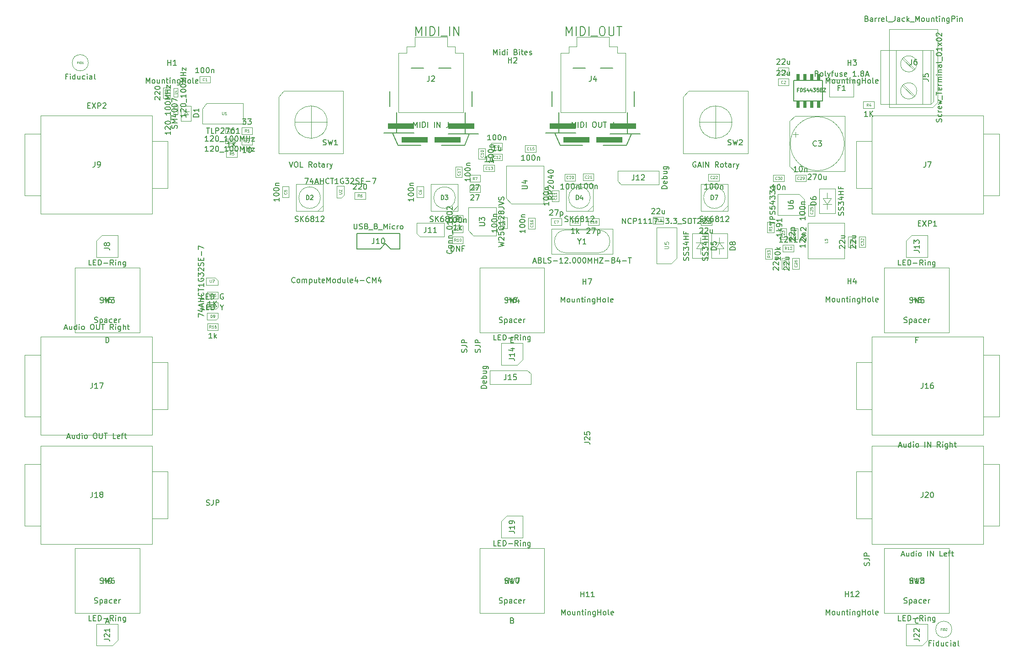
<source format=gbr>
%TF.GenerationSoftware,KiCad,Pcbnew,7.0.8-7.0.8~ubuntu23.04.1*%
%TF.CreationDate,2023-10-19T21:47:08+00:00*%
%TF.ProjectId,pedalboard-hw,70656461-6c62-46f6-9172-642d68772e6b,3.0.0*%
%TF.SameCoordinates,Original*%
%TF.FileFunction,AssemblyDrawing,Top*%
%FSLAX46Y46*%
G04 Gerber Fmt 4.6, Leading zero omitted, Abs format (unit mm)*
G04 Created by KiCad (PCBNEW 7.0.8-7.0.8~ubuntu23.04.1) date 2023-10-19 21:47:08*
%MOMM*%
%LPD*%
G01*
G04 APERTURE LIST*
%ADD10C,0.150000*%
%ADD11C,0.080000*%
%ADD12C,0.060000*%
%ADD13C,0.120000*%
%ADD14C,0.160020*%
%ADD15C,0.075000*%
%ADD16C,0.050000*%
%ADD17C,0.100000*%
%ADD18C,0.152400*%
%ADD19C,0.203200*%
%ADD20C,0.010000*%
G04 APERTURE END LIST*
D10*
X141280952Y-46384819D02*
X140709524Y-46384819D01*
X140995238Y-46384819D02*
X140995238Y-45384819D01*
X140995238Y-45384819D02*
X140900000Y-45527676D01*
X140900000Y-45527676D02*
X140804762Y-45622914D01*
X140804762Y-45622914D02*
X140709524Y-45670533D01*
X141900000Y-45384819D02*
X141995238Y-45384819D01*
X141995238Y-45384819D02*
X142090476Y-45432438D01*
X142090476Y-45432438D02*
X142138095Y-45480057D01*
X142138095Y-45480057D02*
X142185714Y-45575295D01*
X142185714Y-45575295D02*
X142233333Y-45765771D01*
X142233333Y-45765771D02*
X142233333Y-46003866D01*
X142233333Y-46003866D02*
X142185714Y-46194342D01*
X142185714Y-46194342D02*
X142138095Y-46289580D01*
X142138095Y-46289580D02*
X142090476Y-46337200D01*
X142090476Y-46337200D02*
X141995238Y-46384819D01*
X141995238Y-46384819D02*
X141900000Y-46384819D01*
X141900000Y-46384819D02*
X141804762Y-46337200D01*
X141804762Y-46337200D02*
X141757143Y-46289580D01*
X141757143Y-46289580D02*
X141709524Y-46194342D01*
X141709524Y-46194342D02*
X141661905Y-46003866D01*
X141661905Y-46003866D02*
X141661905Y-45765771D01*
X141661905Y-45765771D02*
X141709524Y-45575295D01*
X141709524Y-45575295D02*
X141757143Y-45480057D01*
X141757143Y-45480057D02*
X141804762Y-45432438D01*
X141804762Y-45432438D02*
X141900000Y-45384819D01*
X142852381Y-45384819D02*
X142947619Y-45384819D01*
X142947619Y-45384819D02*
X143042857Y-45432438D01*
X143042857Y-45432438D02*
X143090476Y-45480057D01*
X143090476Y-45480057D02*
X143138095Y-45575295D01*
X143138095Y-45575295D02*
X143185714Y-45765771D01*
X143185714Y-45765771D02*
X143185714Y-46003866D01*
X143185714Y-46003866D02*
X143138095Y-46194342D01*
X143138095Y-46194342D02*
X143090476Y-46289580D01*
X143090476Y-46289580D02*
X143042857Y-46337200D01*
X143042857Y-46337200D02*
X142947619Y-46384819D01*
X142947619Y-46384819D02*
X142852381Y-46384819D01*
X142852381Y-46384819D02*
X142757143Y-46337200D01*
X142757143Y-46337200D02*
X142709524Y-46289580D01*
X142709524Y-46289580D02*
X142661905Y-46194342D01*
X142661905Y-46194342D02*
X142614286Y-46003866D01*
X142614286Y-46003866D02*
X142614286Y-45765771D01*
X142614286Y-45765771D02*
X142661905Y-45575295D01*
X142661905Y-45575295D02*
X142709524Y-45480057D01*
X142709524Y-45480057D02*
X142757143Y-45432438D01*
X142757143Y-45432438D02*
X142852381Y-45384819D01*
X143614286Y-45718152D02*
X143614286Y-46384819D01*
X143614286Y-45813390D02*
X143661905Y-45765771D01*
X143661905Y-45765771D02*
X143757143Y-45718152D01*
X143757143Y-45718152D02*
X143900000Y-45718152D01*
X143900000Y-45718152D02*
X143995238Y-45765771D01*
X143995238Y-45765771D02*
X144042857Y-45861009D01*
X144042857Y-45861009D02*
X144042857Y-46384819D01*
D11*
X142078571Y-44429530D02*
X142054762Y-44453340D01*
X142054762Y-44453340D02*
X141983333Y-44477149D01*
X141983333Y-44477149D02*
X141935714Y-44477149D01*
X141935714Y-44477149D02*
X141864286Y-44453340D01*
X141864286Y-44453340D02*
X141816667Y-44405720D01*
X141816667Y-44405720D02*
X141792857Y-44358101D01*
X141792857Y-44358101D02*
X141769048Y-44262863D01*
X141769048Y-44262863D02*
X141769048Y-44191435D01*
X141769048Y-44191435D02*
X141792857Y-44096197D01*
X141792857Y-44096197D02*
X141816667Y-44048578D01*
X141816667Y-44048578D02*
X141864286Y-44000959D01*
X141864286Y-44000959D02*
X141935714Y-43977149D01*
X141935714Y-43977149D02*
X141983333Y-43977149D01*
X141983333Y-43977149D02*
X142054762Y-44000959D01*
X142054762Y-44000959D02*
X142078571Y-44024768D01*
X142269048Y-44024768D02*
X142292857Y-44000959D01*
X142292857Y-44000959D02*
X142340476Y-43977149D01*
X142340476Y-43977149D02*
X142459524Y-43977149D01*
X142459524Y-43977149D02*
X142507143Y-44000959D01*
X142507143Y-44000959D02*
X142530952Y-44024768D01*
X142530952Y-44024768D02*
X142554762Y-44072387D01*
X142554762Y-44072387D02*
X142554762Y-44120006D01*
X142554762Y-44120006D02*
X142530952Y-44191435D01*
X142530952Y-44191435D02*
X142245238Y-44477149D01*
X142245238Y-44477149D02*
X142554762Y-44477149D01*
X142745238Y-44024768D02*
X142769047Y-44000959D01*
X142769047Y-44000959D02*
X142816666Y-43977149D01*
X142816666Y-43977149D02*
X142935714Y-43977149D01*
X142935714Y-43977149D02*
X142983333Y-44000959D01*
X142983333Y-44000959D02*
X143007142Y-44024768D01*
X143007142Y-44024768D02*
X143030952Y-44072387D01*
X143030952Y-44072387D02*
X143030952Y-44120006D01*
X143030952Y-44120006D02*
X143007142Y-44191435D01*
X143007142Y-44191435D02*
X142721428Y-44477149D01*
X142721428Y-44477149D02*
X143030952Y-44477149D01*
D10*
X114630952Y-46384819D02*
X114059524Y-46384819D01*
X114345238Y-46384819D02*
X114345238Y-45384819D01*
X114345238Y-45384819D02*
X114250000Y-45527676D01*
X114250000Y-45527676D02*
X114154762Y-45622914D01*
X114154762Y-45622914D02*
X114059524Y-45670533D01*
X115250000Y-45384819D02*
X115345238Y-45384819D01*
X115345238Y-45384819D02*
X115440476Y-45432438D01*
X115440476Y-45432438D02*
X115488095Y-45480057D01*
X115488095Y-45480057D02*
X115535714Y-45575295D01*
X115535714Y-45575295D02*
X115583333Y-45765771D01*
X115583333Y-45765771D02*
X115583333Y-46003866D01*
X115583333Y-46003866D02*
X115535714Y-46194342D01*
X115535714Y-46194342D02*
X115488095Y-46289580D01*
X115488095Y-46289580D02*
X115440476Y-46337200D01*
X115440476Y-46337200D02*
X115345238Y-46384819D01*
X115345238Y-46384819D02*
X115250000Y-46384819D01*
X115250000Y-46384819D02*
X115154762Y-46337200D01*
X115154762Y-46337200D02*
X115107143Y-46289580D01*
X115107143Y-46289580D02*
X115059524Y-46194342D01*
X115059524Y-46194342D02*
X115011905Y-46003866D01*
X115011905Y-46003866D02*
X115011905Y-45765771D01*
X115011905Y-45765771D02*
X115059524Y-45575295D01*
X115059524Y-45575295D02*
X115107143Y-45480057D01*
X115107143Y-45480057D02*
X115154762Y-45432438D01*
X115154762Y-45432438D02*
X115250000Y-45384819D01*
X116202381Y-45384819D02*
X116297619Y-45384819D01*
X116297619Y-45384819D02*
X116392857Y-45432438D01*
X116392857Y-45432438D02*
X116440476Y-45480057D01*
X116440476Y-45480057D02*
X116488095Y-45575295D01*
X116488095Y-45575295D02*
X116535714Y-45765771D01*
X116535714Y-45765771D02*
X116535714Y-46003866D01*
X116535714Y-46003866D02*
X116488095Y-46194342D01*
X116488095Y-46194342D02*
X116440476Y-46289580D01*
X116440476Y-46289580D02*
X116392857Y-46337200D01*
X116392857Y-46337200D02*
X116297619Y-46384819D01*
X116297619Y-46384819D02*
X116202381Y-46384819D01*
X116202381Y-46384819D02*
X116107143Y-46337200D01*
X116107143Y-46337200D02*
X116059524Y-46289580D01*
X116059524Y-46289580D02*
X116011905Y-46194342D01*
X116011905Y-46194342D02*
X115964286Y-46003866D01*
X115964286Y-46003866D02*
X115964286Y-45765771D01*
X115964286Y-45765771D02*
X116011905Y-45575295D01*
X116011905Y-45575295D02*
X116059524Y-45480057D01*
X116059524Y-45480057D02*
X116107143Y-45432438D01*
X116107143Y-45432438D02*
X116202381Y-45384819D01*
X116964286Y-45718152D02*
X116964286Y-46384819D01*
X116964286Y-45813390D02*
X117011905Y-45765771D01*
X117011905Y-45765771D02*
X117107143Y-45718152D01*
X117107143Y-45718152D02*
X117250000Y-45718152D01*
X117250000Y-45718152D02*
X117345238Y-45765771D01*
X117345238Y-45765771D02*
X117392857Y-45861009D01*
X117392857Y-45861009D02*
X117392857Y-46384819D01*
D11*
X115428571Y-44429530D02*
X115404762Y-44453340D01*
X115404762Y-44453340D02*
X115333333Y-44477149D01*
X115333333Y-44477149D02*
X115285714Y-44477149D01*
X115285714Y-44477149D02*
X115214286Y-44453340D01*
X115214286Y-44453340D02*
X115166667Y-44405720D01*
X115166667Y-44405720D02*
X115142857Y-44358101D01*
X115142857Y-44358101D02*
X115119048Y-44262863D01*
X115119048Y-44262863D02*
X115119048Y-44191435D01*
X115119048Y-44191435D02*
X115142857Y-44096197D01*
X115142857Y-44096197D02*
X115166667Y-44048578D01*
X115166667Y-44048578D02*
X115214286Y-44000959D01*
X115214286Y-44000959D02*
X115285714Y-43977149D01*
X115285714Y-43977149D02*
X115333333Y-43977149D01*
X115333333Y-43977149D02*
X115404762Y-44000959D01*
X115404762Y-44000959D02*
X115428571Y-44024768D01*
X115619048Y-44024768D02*
X115642857Y-44000959D01*
X115642857Y-44000959D02*
X115690476Y-43977149D01*
X115690476Y-43977149D02*
X115809524Y-43977149D01*
X115809524Y-43977149D02*
X115857143Y-44000959D01*
X115857143Y-44000959D02*
X115880952Y-44024768D01*
X115880952Y-44024768D02*
X115904762Y-44072387D01*
X115904762Y-44072387D02*
X115904762Y-44120006D01*
X115904762Y-44120006D02*
X115880952Y-44191435D01*
X115880952Y-44191435D02*
X115595238Y-44477149D01*
X115595238Y-44477149D02*
X115904762Y-44477149D01*
X116214285Y-43977149D02*
X116261904Y-43977149D01*
X116261904Y-43977149D02*
X116309523Y-44000959D01*
X116309523Y-44000959D02*
X116333333Y-44024768D01*
X116333333Y-44024768D02*
X116357142Y-44072387D01*
X116357142Y-44072387D02*
X116380952Y-44167625D01*
X116380952Y-44167625D02*
X116380952Y-44286673D01*
X116380952Y-44286673D02*
X116357142Y-44381911D01*
X116357142Y-44381911D02*
X116333333Y-44429530D01*
X116333333Y-44429530D02*
X116309523Y-44453340D01*
X116309523Y-44453340D02*
X116261904Y-44477149D01*
X116261904Y-44477149D02*
X116214285Y-44477149D01*
X116214285Y-44477149D02*
X116166666Y-44453340D01*
X116166666Y-44453340D02*
X116142857Y-44429530D01*
X116142857Y-44429530D02*
X116119047Y-44381911D01*
X116119047Y-44381911D02*
X116095238Y-44286673D01*
X116095238Y-44286673D02*
X116095238Y-44167625D01*
X116095238Y-44167625D02*
X116119047Y-44072387D01*
X116119047Y-44072387D02*
X116142857Y-44024768D01*
X116142857Y-44024768D02*
X116166666Y-44000959D01*
X116166666Y-44000959D02*
X116214285Y-43977149D01*
D10*
X163214285Y-125304819D02*
X163214285Y-124304819D01*
X163214285Y-124304819D02*
X163547618Y-125019104D01*
X163547618Y-125019104D02*
X163880951Y-124304819D01*
X163880951Y-124304819D02*
X163880951Y-125304819D01*
X164499999Y-125304819D02*
X164404761Y-125257200D01*
X164404761Y-125257200D02*
X164357142Y-125209580D01*
X164357142Y-125209580D02*
X164309523Y-125114342D01*
X164309523Y-125114342D02*
X164309523Y-124828628D01*
X164309523Y-124828628D02*
X164357142Y-124733390D01*
X164357142Y-124733390D02*
X164404761Y-124685771D01*
X164404761Y-124685771D02*
X164499999Y-124638152D01*
X164499999Y-124638152D02*
X164642856Y-124638152D01*
X164642856Y-124638152D02*
X164738094Y-124685771D01*
X164738094Y-124685771D02*
X164785713Y-124733390D01*
X164785713Y-124733390D02*
X164833332Y-124828628D01*
X164833332Y-124828628D02*
X164833332Y-125114342D01*
X164833332Y-125114342D02*
X164785713Y-125209580D01*
X164785713Y-125209580D02*
X164738094Y-125257200D01*
X164738094Y-125257200D02*
X164642856Y-125304819D01*
X164642856Y-125304819D02*
X164499999Y-125304819D01*
X165690475Y-124638152D02*
X165690475Y-125304819D01*
X165261904Y-124638152D02*
X165261904Y-125161961D01*
X165261904Y-125161961D02*
X165309523Y-125257200D01*
X165309523Y-125257200D02*
X165404761Y-125304819D01*
X165404761Y-125304819D02*
X165547618Y-125304819D01*
X165547618Y-125304819D02*
X165642856Y-125257200D01*
X165642856Y-125257200D02*
X165690475Y-125209580D01*
X166166666Y-124638152D02*
X166166666Y-125304819D01*
X166166666Y-124733390D02*
X166214285Y-124685771D01*
X166214285Y-124685771D02*
X166309523Y-124638152D01*
X166309523Y-124638152D02*
X166452380Y-124638152D01*
X166452380Y-124638152D02*
X166547618Y-124685771D01*
X166547618Y-124685771D02*
X166595237Y-124781009D01*
X166595237Y-124781009D02*
X166595237Y-125304819D01*
X166928571Y-124638152D02*
X167309523Y-124638152D01*
X167071428Y-124304819D02*
X167071428Y-125161961D01*
X167071428Y-125161961D02*
X167119047Y-125257200D01*
X167119047Y-125257200D02*
X167214285Y-125304819D01*
X167214285Y-125304819D02*
X167309523Y-125304819D01*
X167642857Y-125304819D02*
X167642857Y-124638152D01*
X167642857Y-124304819D02*
X167595238Y-124352438D01*
X167595238Y-124352438D02*
X167642857Y-124400057D01*
X167642857Y-124400057D02*
X167690476Y-124352438D01*
X167690476Y-124352438D02*
X167642857Y-124304819D01*
X167642857Y-124304819D02*
X167642857Y-124400057D01*
X168119047Y-124638152D02*
X168119047Y-125304819D01*
X168119047Y-124733390D02*
X168166666Y-124685771D01*
X168166666Y-124685771D02*
X168261904Y-124638152D01*
X168261904Y-124638152D02*
X168404761Y-124638152D01*
X168404761Y-124638152D02*
X168499999Y-124685771D01*
X168499999Y-124685771D02*
X168547618Y-124781009D01*
X168547618Y-124781009D02*
X168547618Y-125304819D01*
X169452380Y-124638152D02*
X169452380Y-125447676D01*
X169452380Y-125447676D02*
X169404761Y-125542914D01*
X169404761Y-125542914D02*
X169357142Y-125590533D01*
X169357142Y-125590533D02*
X169261904Y-125638152D01*
X169261904Y-125638152D02*
X169119047Y-125638152D01*
X169119047Y-125638152D02*
X169023809Y-125590533D01*
X169452380Y-125257200D02*
X169357142Y-125304819D01*
X169357142Y-125304819D02*
X169166666Y-125304819D01*
X169166666Y-125304819D02*
X169071428Y-125257200D01*
X169071428Y-125257200D02*
X169023809Y-125209580D01*
X169023809Y-125209580D02*
X168976190Y-125114342D01*
X168976190Y-125114342D02*
X168976190Y-124828628D01*
X168976190Y-124828628D02*
X169023809Y-124733390D01*
X169023809Y-124733390D02*
X169071428Y-124685771D01*
X169071428Y-124685771D02*
X169166666Y-124638152D01*
X169166666Y-124638152D02*
X169357142Y-124638152D01*
X169357142Y-124638152D02*
X169452380Y-124685771D01*
X169928571Y-125304819D02*
X169928571Y-124304819D01*
X169928571Y-124781009D02*
X170499999Y-124781009D01*
X170499999Y-125304819D02*
X170499999Y-124304819D01*
X171119047Y-125304819D02*
X171023809Y-125257200D01*
X171023809Y-125257200D02*
X170976190Y-125209580D01*
X170976190Y-125209580D02*
X170928571Y-125114342D01*
X170928571Y-125114342D02*
X170928571Y-124828628D01*
X170928571Y-124828628D02*
X170976190Y-124733390D01*
X170976190Y-124733390D02*
X171023809Y-124685771D01*
X171023809Y-124685771D02*
X171119047Y-124638152D01*
X171119047Y-124638152D02*
X171261904Y-124638152D01*
X171261904Y-124638152D02*
X171357142Y-124685771D01*
X171357142Y-124685771D02*
X171404761Y-124733390D01*
X171404761Y-124733390D02*
X171452380Y-124828628D01*
X171452380Y-124828628D02*
X171452380Y-125114342D01*
X171452380Y-125114342D02*
X171404761Y-125209580D01*
X171404761Y-125209580D02*
X171357142Y-125257200D01*
X171357142Y-125257200D02*
X171261904Y-125304819D01*
X171261904Y-125304819D02*
X171119047Y-125304819D01*
X172023809Y-125304819D02*
X171928571Y-125257200D01*
X171928571Y-125257200D02*
X171880952Y-125161961D01*
X171880952Y-125161961D02*
X171880952Y-124304819D01*
X172785714Y-125257200D02*
X172690476Y-125304819D01*
X172690476Y-125304819D02*
X172500000Y-125304819D01*
X172500000Y-125304819D02*
X172404762Y-125257200D01*
X172404762Y-125257200D02*
X172357143Y-125161961D01*
X172357143Y-125161961D02*
X172357143Y-124781009D01*
X172357143Y-124781009D02*
X172404762Y-124685771D01*
X172404762Y-124685771D02*
X172500000Y-124638152D01*
X172500000Y-124638152D02*
X172690476Y-124638152D01*
X172690476Y-124638152D02*
X172785714Y-124685771D01*
X172785714Y-124685771D02*
X172833333Y-124781009D01*
X172833333Y-124781009D02*
X172833333Y-124876247D01*
X172833333Y-124876247D02*
X172357143Y-124971485D01*
X166761905Y-121954819D02*
X166761905Y-120954819D01*
X166761905Y-121431009D02*
X167333333Y-121431009D01*
X167333333Y-121954819D02*
X167333333Y-120954819D01*
X168333333Y-121954819D02*
X167761905Y-121954819D01*
X168047619Y-121954819D02*
X168047619Y-120954819D01*
X168047619Y-120954819D02*
X167952381Y-121097676D01*
X167952381Y-121097676D02*
X167857143Y-121192914D01*
X167857143Y-121192914D02*
X167761905Y-121240533D01*
X168714286Y-121050057D02*
X168761905Y-121002438D01*
X168761905Y-121002438D02*
X168857143Y-120954819D01*
X168857143Y-120954819D02*
X169095238Y-120954819D01*
X169095238Y-120954819D02*
X169190476Y-121002438D01*
X169190476Y-121002438D02*
X169238095Y-121050057D01*
X169238095Y-121050057D02*
X169285714Y-121145295D01*
X169285714Y-121145295D02*
X169285714Y-121240533D01*
X169285714Y-121240533D02*
X169238095Y-121383390D01*
X169238095Y-121383390D02*
X168666667Y-121954819D01*
X168666667Y-121954819D02*
X169285714Y-121954819D01*
X22619047Y-25534509D02*
X22285714Y-25534509D01*
X22285714Y-26058319D02*
X22285714Y-25058319D01*
X22285714Y-25058319D02*
X22761904Y-25058319D01*
X23142857Y-26058319D02*
X23142857Y-25391652D01*
X23142857Y-25058319D02*
X23095238Y-25105938D01*
X23095238Y-25105938D02*
X23142857Y-25153557D01*
X23142857Y-25153557D02*
X23190476Y-25105938D01*
X23190476Y-25105938D02*
X23142857Y-25058319D01*
X23142857Y-25058319D02*
X23142857Y-25153557D01*
X24047618Y-26058319D02*
X24047618Y-25058319D01*
X24047618Y-26010700D02*
X23952380Y-26058319D01*
X23952380Y-26058319D02*
X23761904Y-26058319D01*
X23761904Y-26058319D02*
X23666666Y-26010700D01*
X23666666Y-26010700D02*
X23619047Y-25963080D01*
X23619047Y-25963080D02*
X23571428Y-25867842D01*
X23571428Y-25867842D02*
X23571428Y-25582128D01*
X23571428Y-25582128D02*
X23619047Y-25486890D01*
X23619047Y-25486890D02*
X23666666Y-25439271D01*
X23666666Y-25439271D02*
X23761904Y-25391652D01*
X23761904Y-25391652D02*
X23952380Y-25391652D01*
X23952380Y-25391652D02*
X24047618Y-25439271D01*
X24952380Y-25391652D02*
X24952380Y-26058319D01*
X24523809Y-25391652D02*
X24523809Y-25915461D01*
X24523809Y-25915461D02*
X24571428Y-26010700D01*
X24571428Y-26010700D02*
X24666666Y-26058319D01*
X24666666Y-26058319D02*
X24809523Y-26058319D01*
X24809523Y-26058319D02*
X24904761Y-26010700D01*
X24904761Y-26010700D02*
X24952380Y-25963080D01*
X25857142Y-26010700D02*
X25761904Y-26058319D01*
X25761904Y-26058319D02*
X25571428Y-26058319D01*
X25571428Y-26058319D02*
X25476190Y-26010700D01*
X25476190Y-26010700D02*
X25428571Y-25963080D01*
X25428571Y-25963080D02*
X25380952Y-25867842D01*
X25380952Y-25867842D02*
X25380952Y-25582128D01*
X25380952Y-25582128D02*
X25428571Y-25486890D01*
X25428571Y-25486890D02*
X25476190Y-25439271D01*
X25476190Y-25439271D02*
X25571428Y-25391652D01*
X25571428Y-25391652D02*
X25761904Y-25391652D01*
X25761904Y-25391652D02*
X25857142Y-25439271D01*
X26285714Y-26058319D02*
X26285714Y-25391652D01*
X26285714Y-25058319D02*
X26238095Y-25105938D01*
X26238095Y-25105938D02*
X26285714Y-25153557D01*
X26285714Y-25153557D02*
X26333333Y-25105938D01*
X26333333Y-25105938D02*
X26285714Y-25058319D01*
X26285714Y-25058319D02*
X26285714Y-25153557D01*
X27190475Y-26058319D02*
X27190475Y-25534509D01*
X27190475Y-25534509D02*
X27142856Y-25439271D01*
X27142856Y-25439271D02*
X27047618Y-25391652D01*
X27047618Y-25391652D02*
X26857142Y-25391652D01*
X26857142Y-25391652D02*
X26761904Y-25439271D01*
X27190475Y-26010700D02*
X27095237Y-26058319D01*
X27095237Y-26058319D02*
X26857142Y-26058319D01*
X26857142Y-26058319D02*
X26761904Y-26010700D01*
X26761904Y-26010700D02*
X26714285Y-25915461D01*
X26714285Y-25915461D02*
X26714285Y-25820223D01*
X26714285Y-25820223D02*
X26761904Y-25724985D01*
X26761904Y-25724985D02*
X26857142Y-25677366D01*
X26857142Y-25677366D02*
X27095237Y-25677366D01*
X27095237Y-25677366D02*
X27190475Y-25629747D01*
X27809523Y-26058319D02*
X27714285Y-26010700D01*
X27714285Y-26010700D02*
X27666666Y-25915461D01*
X27666666Y-25915461D02*
X27666666Y-25058319D01*
D12*
X24571429Y-22972403D02*
X24438096Y-22972403D01*
X24438096Y-23181927D02*
X24438096Y-22781927D01*
X24438096Y-22781927D02*
X24628572Y-22781927D01*
X24780953Y-23181927D02*
X24780953Y-22781927D01*
X24971429Y-23181927D02*
X24971429Y-22781927D01*
X24971429Y-22781927D02*
X25066667Y-22781927D01*
X25066667Y-22781927D02*
X25123810Y-22800975D01*
X25123810Y-22800975D02*
X25161905Y-22839070D01*
X25161905Y-22839070D02*
X25180952Y-22877165D01*
X25180952Y-22877165D02*
X25200000Y-22953356D01*
X25200000Y-22953356D02*
X25200000Y-23010499D01*
X25200000Y-23010499D02*
X25180952Y-23086689D01*
X25180952Y-23086689D02*
X25161905Y-23124784D01*
X25161905Y-23124784D02*
X25123810Y-23162880D01*
X25123810Y-23162880D02*
X25066667Y-23181927D01*
X25066667Y-23181927D02*
X24971429Y-23181927D01*
X25580952Y-23181927D02*
X25352381Y-23181927D01*
X25466667Y-23181927D02*
X25466667Y-22781927D01*
X25466667Y-22781927D02*
X25428571Y-22839070D01*
X25428571Y-22839070D02*
X25390476Y-22877165D01*
X25390476Y-22877165D02*
X25352381Y-22896213D01*
D10*
X97378095Y-45660057D02*
X97425714Y-45612438D01*
X97425714Y-45612438D02*
X97520952Y-45564819D01*
X97520952Y-45564819D02*
X97759047Y-45564819D01*
X97759047Y-45564819D02*
X97854285Y-45612438D01*
X97854285Y-45612438D02*
X97901904Y-45660057D01*
X97901904Y-45660057D02*
X97949523Y-45755295D01*
X97949523Y-45755295D02*
X97949523Y-45850533D01*
X97949523Y-45850533D02*
X97901904Y-45993390D01*
X97901904Y-45993390D02*
X97330476Y-46564819D01*
X97330476Y-46564819D02*
X97949523Y-46564819D01*
X98282857Y-45564819D02*
X98949523Y-45564819D01*
X98949523Y-45564819D02*
X98520952Y-46564819D01*
D11*
X98056666Y-44687149D02*
X97890000Y-44449054D01*
X97770952Y-44687149D02*
X97770952Y-44187149D01*
X97770952Y-44187149D02*
X97961428Y-44187149D01*
X97961428Y-44187149D02*
X98009047Y-44210959D01*
X98009047Y-44210959D02*
X98032857Y-44234768D01*
X98032857Y-44234768D02*
X98056666Y-44282387D01*
X98056666Y-44282387D02*
X98056666Y-44353816D01*
X98056666Y-44353816D02*
X98032857Y-44401435D01*
X98032857Y-44401435D02*
X98009047Y-44425244D01*
X98009047Y-44425244D02*
X97961428Y-44449054D01*
X97961428Y-44449054D02*
X97770952Y-44449054D01*
X98223333Y-44187149D02*
X98556666Y-44187149D01*
X98556666Y-44187149D02*
X98342381Y-44687149D01*
D10*
X116119048Y-34954819D02*
X116119048Y-33954819D01*
X116119048Y-33954819D02*
X116452381Y-34669104D01*
X116452381Y-34669104D02*
X116785714Y-33954819D01*
X116785714Y-33954819D02*
X116785714Y-34954819D01*
X117261905Y-34954819D02*
X117261905Y-33954819D01*
X117738095Y-34954819D02*
X117738095Y-33954819D01*
X117738095Y-33954819D02*
X117976190Y-33954819D01*
X117976190Y-33954819D02*
X118119047Y-34002438D01*
X118119047Y-34002438D02*
X118214285Y-34097676D01*
X118214285Y-34097676D02*
X118261904Y-34192914D01*
X118261904Y-34192914D02*
X118309523Y-34383390D01*
X118309523Y-34383390D02*
X118309523Y-34526247D01*
X118309523Y-34526247D02*
X118261904Y-34716723D01*
X118261904Y-34716723D02*
X118214285Y-34811961D01*
X118214285Y-34811961D02*
X118119047Y-34907200D01*
X118119047Y-34907200D02*
X117976190Y-34954819D01*
X117976190Y-34954819D02*
X117738095Y-34954819D01*
X118738095Y-34954819D02*
X118738095Y-33954819D01*
X120166666Y-33954819D02*
X120357142Y-33954819D01*
X120357142Y-33954819D02*
X120452380Y-34002438D01*
X120452380Y-34002438D02*
X120547618Y-34097676D01*
X120547618Y-34097676D02*
X120595237Y-34288152D01*
X120595237Y-34288152D02*
X120595237Y-34621485D01*
X120595237Y-34621485D02*
X120547618Y-34811961D01*
X120547618Y-34811961D02*
X120452380Y-34907200D01*
X120452380Y-34907200D02*
X120357142Y-34954819D01*
X120357142Y-34954819D02*
X120166666Y-34954819D01*
X120166666Y-34954819D02*
X120071428Y-34907200D01*
X120071428Y-34907200D02*
X119976190Y-34811961D01*
X119976190Y-34811961D02*
X119928571Y-34621485D01*
X119928571Y-34621485D02*
X119928571Y-34288152D01*
X119928571Y-34288152D02*
X119976190Y-34097676D01*
X119976190Y-34097676D02*
X120071428Y-34002438D01*
X120071428Y-34002438D02*
X120166666Y-33954819D01*
X121023809Y-33954819D02*
X121023809Y-34764342D01*
X121023809Y-34764342D02*
X121071428Y-34859580D01*
X121071428Y-34859580D02*
X121119047Y-34907200D01*
X121119047Y-34907200D02*
X121214285Y-34954819D01*
X121214285Y-34954819D02*
X121404761Y-34954819D01*
X121404761Y-34954819D02*
X121499999Y-34907200D01*
X121499999Y-34907200D02*
X121547618Y-34859580D01*
X121547618Y-34859580D02*
X121595237Y-34764342D01*
X121595237Y-34764342D02*
X121595237Y-33954819D01*
X121928571Y-33954819D02*
X122499999Y-33954819D01*
X122214285Y-34954819D02*
X122214285Y-33954819D01*
X123880952Y-33954819D02*
X123880952Y-34669104D01*
X123880952Y-34669104D02*
X123833333Y-34811961D01*
X123833333Y-34811961D02*
X123738095Y-34907200D01*
X123738095Y-34907200D02*
X123595238Y-34954819D01*
X123595238Y-34954819D02*
X123500000Y-34954819D01*
X119666666Y-25454819D02*
X119666666Y-26169104D01*
X119666666Y-26169104D02*
X119619047Y-26311961D01*
X119619047Y-26311961D02*
X119523809Y-26407200D01*
X119523809Y-26407200D02*
X119380952Y-26454819D01*
X119380952Y-26454819D02*
X119285714Y-26454819D01*
X120571428Y-25788152D02*
X120571428Y-26454819D01*
X120333333Y-25407200D02*
X120095238Y-26121485D01*
X120095238Y-26121485D02*
X120714285Y-26121485D01*
X101574819Y-40969047D02*
X101574819Y-41540475D01*
X101574819Y-41254761D02*
X100574819Y-41254761D01*
X100574819Y-41254761D02*
X100717676Y-41349999D01*
X100717676Y-41349999D02*
X100812914Y-41445237D01*
X100812914Y-41445237D02*
X100860533Y-41540475D01*
X100574819Y-40349999D02*
X100574819Y-40254761D01*
X100574819Y-40254761D02*
X100622438Y-40159523D01*
X100622438Y-40159523D02*
X100670057Y-40111904D01*
X100670057Y-40111904D02*
X100765295Y-40064285D01*
X100765295Y-40064285D02*
X100955771Y-40016666D01*
X100955771Y-40016666D02*
X101193866Y-40016666D01*
X101193866Y-40016666D02*
X101384342Y-40064285D01*
X101384342Y-40064285D02*
X101479580Y-40111904D01*
X101479580Y-40111904D02*
X101527200Y-40159523D01*
X101527200Y-40159523D02*
X101574819Y-40254761D01*
X101574819Y-40254761D02*
X101574819Y-40349999D01*
X101574819Y-40349999D02*
X101527200Y-40445237D01*
X101527200Y-40445237D02*
X101479580Y-40492856D01*
X101479580Y-40492856D02*
X101384342Y-40540475D01*
X101384342Y-40540475D02*
X101193866Y-40588094D01*
X101193866Y-40588094D02*
X100955771Y-40588094D01*
X100955771Y-40588094D02*
X100765295Y-40540475D01*
X100765295Y-40540475D02*
X100670057Y-40492856D01*
X100670057Y-40492856D02*
X100622438Y-40445237D01*
X100622438Y-40445237D02*
X100574819Y-40349999D01*
X100574819Y-39397618D02*
X100574819Y-39302380D01*
X100574819Y-39302380D02*
X100622438Y-39207142D01*
X100622438Y-39207142D02*
X100670057Y-39159523D01*
X100670057Y-39159523D02*
X100765295Y-39111904D01*
X100765295Y-39111904D02*
X100955771Y-39064285D01*
X100955771Y-39064285D02*
X101193866Y-39064285D01*
X101193866Y-39064285D02*
X101384342Y-39111904D01*
X101384342Y-39111904D02*
X101479580Y-39159523D01*
X101479580Y-39159523D02*
X101527200Y-39207142D01*
X101527200Y-39207142D02*
X101574819Y-39302380D01*
X101574819Y-39302380D02*
X101574819Y-39397618D01*
X101574819Y-39397618D02*
X101527200Y-39492856D01*
X101527200Y-39492856D02*
X101479580Y-39540475D01*
X101479580Y-39540475D02*
X101384342Y-39588094D01*
X101384342Y-39588094D02*
X101193866Y-39635713D01*
X101193866Y-39635713D02*
X100955771Y-39635713D01*
X100955771Y-39635713D02*
X100765295Y-39588094D01*
X100765295Y-39588094D02*
X100670057Y-39540475D01*
X100670057Y-39540475D02*
X100622438Y-39492856D01*
X100622438Y-39492856D02*
X100574819Y-39397618D01*
X100908152Y-38635713D02*
X101574819Y-38635713D01*
X101003390Y-38635713D02*
X100955771Y-38588094D01*
X100955771Y-38588094D02*
X100908152Y-38492856D01*
X100908152Y-38492856D02*
X100908152Y-38349999D01*
X100908152Y-38349999D02*
X100955771Y-38254761D01*
X100955771Y-38254761D02*
X101051009Y-38207142D01*
X101051009Y-38207142D02*
X101574819Y-38207142D01*
D11*
X99619530Y-40171428D02*
X99643340Y-40195237D01*
X99643340Y-40195237D02*
X99667149Y-40266666D01*
X99667149Y-40266666D02*
X99667149Y-40314285D01*
X99667149Y-40314285D02*
X99643340Y-40385713D01*
X99643340Y-40385713D02*
X99595720Y-40433332D01*
X99595720Y-40433332D02*
X99548101Y-40457142D01*
X99548101Y-40457142D02*
X99452863Y-40480951D01*
X99452863Y-40480951D02*
X99381435Y-40480951D01*
X99381435Y-40480951D02*
X99286197Y-40457142D01*
X99286197Y-40457142D02*
X99238578Y-40433332D01*
X99238578Y-40433332D02*
X99190959Y-40385713D01*
X99190959Y-40385713D02*
X99167149Y-40314285D01*
X99167149Y-40314285D02*
X99167149Y-40266666D01*
X99167149Y-40266666D02*
X99190959Y-40195237D01*
X99190959Y-40195237D02*
X99214768Y-40171428D01*
X99667149Y-39695237D02*
X99667149Y-39980951D01*
X99667149Y-39838094D02*
X99167149Y-39838094D01*
X99167149Y-39838094D02*
X99238578Y-39885713D01*
X99238578Y-39885713D02*
X99286197Y-39933332D01*
X99286197Y-39933332D02*
X99310006Y-39980951D01*
X99167149Y-39385714D02*
X99167149Y-39338095D01*
X99167149Y-39338095D02*
X99190959Y-39290476D01*
X99190959Y-39290476D02*
X99214768Y-39266666D01*
X99214768Y-39266666D02*
X99262387Y-39242857D01*
X99262387Y-39242857D02*
X99357625Y-39219047D01*
X99357625Y-39219047D02*
X99476673Y-39219047D01*
X99476673Y-39219047D02*
X99571911Y-39242857D01*
X99571911Y-39242857D02*
X99619530Y-39266666D01*
X99619530Y-39266666D02*
X99643340Y-39290476D01*
X99643340Y-39290476D02*
X99667149Y-39338095D01*
X99667149Y-39338095D02*
X99667149Y-39385714D01*
X99667149Y-39385714D02*
X99643340Y-39433333D01*
X99643340Y-39433333D02*
X99619530Y-39457142D01*
X99619530Y-39457142D02*
X99571911Y-39480952D01*
X99571911Y-39480952D02*
X99476673Y-39504761D01*
X99476673Y-39504761D02*
X99357625Y-39504761D01*
X99357625Y-39504761D02*
X99262387Y-39480952D01*
X99262387Y-39480952D02*
X99214768Y-39457142D01*
X99214768Y-39457142D02*
X99190959Y-39433333D01*
X99190959Y-39433333D02*
X99167149Y-39385714D01*
D10*
X155128571Y-56204819D02*
X154557143Y-56204819D01*
X154842857Y-56204819D02*
X154842857Y-55204819D01*
X154842857Y-55204819D02*
X154747619Y-55347676D01*
X154747619Y-55347676D02*
X154652381Y-55442914D01*
X154652381Y-55442914D02*
X154557143Y-55490533D01*
X155509524Y-55300057D02*
X155557143Y-55252438D01*
X155557143Y-55252438D02*
X155652381Y-55204819D01*
X155652381Y-55204819D02*
X155890476Y-55204819D01*
X155890476Y-55204819D02*
X155985714Y-55252438D01*
X155985714Y-55252438D02*
X156033333Y-55300057D01*
X156033333Y-55300057D02*
X156080952Y-55395295D01*
X156080952Y-55395295D02*
X156080952Y-55490533D01*
X156080952Y-55490533D02*
X156033333Y-55633390D01*
X156033333Y-55633390D02*
X155461905Y-56204819D01*
X155461905Y-56204819D02*
X156080952Y-56204819D01*
X156509524Y-56204819D02*
X156509524Y-55204819D01*
X156604762Y-55823866D02*
X156890476Y-56204819D01*
X156890476Y-55538152D02*
X156509524Y-55919104D01*
X157842857Y-56204819D02*
X157271429Y-56204819D01*
X157557143Y-56204819D02*
X157557143Y-55204819D01*
X157557143Y-55204819D02*
X157461905Y-55347676D01*
X157461905Y-55347676D02*
X157366667Y-55442914D01*
X157366667Y-55442914D02*
X157271429Y-55490533D01*
D11*
X155878571Y-57627149D02*
X155711905Y-57389054D01*
X155592857Y-57627149D02*
X155592857Y-57127149D01*
X155592857Y-57127149D02*
X155783333Y-57127149D01*
X155783333Y-57127149D02*
X155830952Y-57150959D01*
X155830952Y-57150959D02*
X155854762Y-57174768D01*
X155854762Y-57174768D02*
X155878571Y-57222387D01*
X155878571Y-57222387D02*
X155878571Y-57293816D01*
X155878571Y-57293816D02*
X155854762Y-57341435D01*
X155854762Y-57341435D02*
X155830952Y-57365244D01*
X155830952Y-57365244D02*
X155783333Y-57389054D01*
X155783333Y-57389054D02*
X155592857Y-57389054D01*
X156354762Y-57627149D02*
X156069048Y-57627149D01*
X156211905Y-57627149D02*
X156211905Y-57127149D01*
X156211905Y-57127149D02*
X156164286Y-57198578D01*
X156164286Y-57198578D02*
X156116667Y-57246197D01*
X156116667Y-57246197D02*
X156069048Y-57270006D01*
X156545238Y-57174768D02*
X156569047Y-57150959D01*
X156569047Y-57150959D02*
X156616666Y-57127149D01*
X156616666Y-57127149D02*
X156735714Y-57127149D01*
X156735714Y-57127149D02*
X156783333Y-57150959D01*
X156783333Y-57150959D02*
X156807142Y-57174768D01*
X156807142Y-57174768D02*
X156830952Y-57222387D01*
X156830952Y-57222387D02*
X156830952Y-57270006D01*
X156830952Y-57270006D02*
X156807142Y-57341435D01*
X156807142Y-57341435D02*
X156521428Y-57627149D01*
X156521428Y-57627149D02*
X156830952Y-57627149D01*
D10*
X137707200Y-59616666D02*
X137754819Y-59473809D01*
X137754819Y-59473809D02*
X137754819Y-59235714D01*
X137754819Y-59235714D02*
X137707200Y-59140476D01*
X137707200Y-59140476D02*
X137659580Y-59092857D01*
X137659580Y-59092857D02*
X137564342Y-59045238D01*
X137564342Y-59045238D02*
X137469104Y-59045238D01*
X137469104Y-59045238D02*
X137373866Y-59092857D01*
X137373866Y-59092857D02*
X137326247Y-59140476D01*
X137326247Y-59140476D02*
X137278628Y-59235714D01*
X137278628Y-59235714D02*
X137231009Y-59426190D01*
X137231009Y-59426190D02*
X137183390Y-59521428D01*
X137183390Y-59521428D02*
X137135771Y-59569047D01*
X137135771Y-59569047D02*
X137040533Y-59616666D01*
X137040533Y-59616666D02*
X136945295Y-59616666D01*
X136945295Y-59616666D02*
X136850057Y-59569047D01*
X136850057Y-59569047D02*
X136802438Y-59521428D01*
X136802438Y-59521428D02*
X136754819Y-59426190D01*
X136754819Y-59426190D02*
X136754819Y-59188095D01*
X136754819Y-59188095D02*
X136802438Y-59045238D01*
X137707200Y-58664285D02*
X137754819Y-58521428D01*
X137754819Y-58521428D02*
X137754819Y-58283333D01*
X137754819Y-58283333D02*
X137707200Y-58188095D01*
X137707200Y-58188095D02*
X137659580Y-58140476D01*
X137659580Y-58140476D02*
X137564342Y-58092857D01*
X137564342Y-58092857D02*
X137469104Y-58092857D01*
X137469104Y-58092857D02*
X137373866Y-58140476D01*
X137373866Y-58140476D02*
X137326247Y-58188095D01*
X137326247Y-58188095D02*
X137278628Y-58283333D01*
X137278628Y-58283333D02*
X137231009Y-58473809D01*
X137231009Y-58473809D02*
X137183390Y-58569047D01*
X137183390Y-58569047D02*
X137135771Y-58616666D01*
X137135771Y-58616666D02*
X137040533Y-58664285D01*
X137040533Y-58664285D02*
X136945295Y-58664285D01*
X136945295Y-58664285D02*
X136850057Y-58616666D01*
X136850057Y-58616666D02*
X136802438Y-58569047D01*
X136802438Y-58569047D02*
X136754819Y-58473809D01*
X136754819Y-58473809D02*
X136754819Y-58235714D01*
X136754819Y-58235714D02*
X136802438Y-58092857D01*
X136754819Y-57759523D02*
X136754819Y-57140476D01*
X136754819Y-57140476D02*
X137135771Y-57473809D01*
X137135771Y-57473809D02*
X137135771Y-57330952D01*
X137135771Y-57330952D02*
X137183390Y-57235714D01*
X137183390Y-57235714D02*
X137231009Y-57188095D01*
X137231009Y-57188095D02*
X137326247Y-57140476D01*
X137326247Y-57140476D02*
X137564342Y-57140476D01*
X137564342Y-57140476D02*
X137659580Y-57188095D01*
X137659580Y-57188095D02*
X137707200Y-57235714D01*
X137707200Y-57235714D02*
X137754819Y-57330952D01*
X137754819Y-57330952D02*
X137754819Y-57616666D01*
X137754819Y-57616666D02*
X137707200Y-57711904D01*
X137707200Y-57711904D02*
X137659580Y-57759523D01*
X137088152Y-56283333D02*
X137754819Y-56283333D01*
X136707200Y-56521428D02*
X137421485Y-56759523D01*
X137421485Y-56759523D02*
X137421485Y-56140476D01*
X137754819Y-55759523D02*
X136754819Y-55759523D01*
X137231009Y-55759523D02*
X137231009Y-55188095D01*
X137754819Y-55188095D02*
X136754819Y-55188095D01*
X137231009Y-54378571D02*
X137231009Y-54711904D01*
X137754819Y-54711904D02*
X136754819Y-54711904D01*
X136754819Y-54711904D02*
X136754819Y-54235714D01*
X142854819Y-57688094D02*
X141854819Y-57688094D01*
X141854819Y-57688094D02*
X141854819Y-57449999D01*
X141854819Y-57449999D02*
X141902438Y-57307142D01*
X141902438Y-57307142D02*
X141997676Y-57211904D01*
X141997676Y-57211904D02*
X142092914Y-57164285D01*
X142092914Y-57164285D02*
X142283390Y-57116666D01*
X142283390Y-57116666D02*
X142426247Y-57116666D01*
X142426247Y-57116666D02*
X142616723Y-57164285D01*
X142616723Y-57164285D02*
X142711961Y-57211904D01*
X142711961Y-57211904D02*
X142807200Y-57307142D01*
X142807200Y-57307142D02*
X142854819Y-57449999D01*
X142854819Y-57449999D02*
X142854819Y-57688094D01*
X141854819Y-56211904D02*
X141854819Y-56688094D01*
X141854819Y-56688094D02*
X142331009Y-56735713D01*
X142331009Y-56735713D02*
X142283390Y-56688094D01*
X142283390Y-56688094D02*
X142235771Y-56592856D01*
X142235771Y-56592856D02*
X142235771Y-56354761D01*
X142235771Y-56354761D02*
X142283390Y-56259523D01*
X142283390Y-56259523D02*
X142331009Y-56211904D01*
X142331009Y-56211904D02*
X142426247Y-56164285D01*
X142426247Y-56164285D02*
X142664342Y-56164285D01*
X142664342Y-56164285D02*
X142759580Y-56211904D01*
X142759580Y-56211904D02*
X142807200Y-56259523D01*
X142807200Y-56259523D02*
X142854819Y-56354761D01*
X142854819Y-56354761D02*
X142854819Y-56592856D01*
X142854819Y-56592856D02*
X142807200Y-56688094D01*
X142807200Y-56688094D02*
X142759580Y-56735713D01*
X93723214Y-57954819D02*
X93723214Y-56954819D01*
X93723214Y-56954819D02*
X93961309Y-56954819D01*
X93961309Y-56954819D02*
X94104166Y-57002438D01*
X94104166Y-57002438D02*
X94199404Y-57097676D01*
X94199404Y-57097676D02*
X94247023Y-57192914D01*
X94247023Y-57192914D02*
X94294642Y-57383390D01*
X94294642Y-57383390D02*
X94294642Y-57526247D01*
X94294642Y-57526247D02*
X94247023Y-57716723D01*
X94247023Y-57716723D02*
X94199404Y-57811961D01*
X94199404Y-57811961D02*
X94104166Y-57907200D01*
X94104166Y-57907200D02*
X93961309Y-57954819D01*
X93961309Y-57954819D02*
X93723214Y-57954819D01*
X94723214Y-57954819D02*
X94723214Y-56954819D01*
X94723214Y-56954819D02*
X95294642Y-57954819D01*
X95294642Y-57954819D02*
X95294642Y-56954819D01*
X96104166Y-57431009D02*
X95770833Y-57431009D01*
X95770833Y-57954819D02*
X95770833Y-56954819D01*
X95770833Y-56954819D02*
X96247023Y-56954819D01*
D11*
X94616071Y-56077149D02*
X94449405Y-55839054D01*
X94330357Y-56077149D02*
X94330357Y-55577149D01*
X94330357Y-55577149D02*
X94520833Y-55577149D01*
X94520833Y-55577149D02*
X94568452Y-55600959D01*
X94568452Y-55600959D02*
X94592262Y-55624768D01*
X94592262Y-55624768D02*
X94616071Y-55672387D01*
X94616071Y-55672387D02*
X94616071Y-55743816D01*
X94616071Y-55743816D02*
X94592262Y-55791435D01*
X94592262Y-55791435D02*
X94568452Y-55815244D01*
X94568452Y-55815244D02*
X94520833Y-55839054D01*
X94520833Y-55839054D02*
X94330357Y-55839054D01*
X95092262Y-56077149D02*
X94806548Y-56077149D01*
X94949405Y-56077149D02*
X94949405Y-55577149D01*
X94949405Y-55577149D02*
X94901786Y-55648578D01*
X94901786Y-55648578D02*
X94854167Y-55696197D01*
X94854167Y-55696197D02*
X94806548Y-55720006D01*
X95401785Y-55577149D02*
X95449404Y-55577149D01*
X95449404Y-55577149D02*
X95497023Y-55600959D01*
X95497023Y-55600959D02*
X95520833Y-55624768D01*
X95520833Y-55624768D02*
X95544642Y-55672387D01*
X95544642Y-55672387D02*
X95568452Y-55767625D01*
X95568452Y-55767625D02*
X95568452Y-55886673D01*
X95568452Y-55886673D02*
X95544642Y-55981911D01*
X95544642Y-55981911D02*
X95520833Y-56029530D01*
X95520833Y-56029530D02*
X95497023Y-56053340D01*
X95497023Y-56053340D02*
X95449404Y-56077149D01*
X95449404Y-56077149D02*
X95401785Y-56077149D01*
X95401785Y-56077149D02*
X95354166Y-56053340D01*
X95354166Y-56053340D02*
X95330357Y-56029530D01*
X95330357Y-56029530D02*
X95306547Y-55981911D01*
X95306547Y-55981911D02*
X95282738Y-55886673D01*
X95282738Y-55886673D02*
X95282738Y-55767625D01*
X95282738Y-55767625D02*
X95306547Y-55672387D01*
X95306547Y-55672387D02*
X95330357Y-55624768D01*
X95330357Y-55624768D02*
X95354166Y-55600959D01*
X95354166Y-55600959D02*
X95401785Y-55577149D01*
D10*
X26383333Y-30931009D02*
X26716666Y-30931009D01*
X26859523Y-31454819D02*
X26383333Y-31454819D01*
X26383333Y-31454819D02*
X26383333Y-30454819D01*
X26383333Y-30454819D02*
X26859523Y-30454819D01*
X27192857Y-30454819D02*
X27859523Y-31454819D01*
X27859523Y-30454819D02*
X27192857Y-31454819D01*
X28240476Y-31454819D02*
X28240476Y-30454819D01*
X28240476Y-30454819D02*
X28621428Y-30454819D01*
X28621428Y-30454819D02*
X28716666Y-30502438D01*
X28716666Y-30502438D02*
X28764285Y-30550057D01*
X28764285Y-30550057D02*
X28811904Y-30645295D01*
X28811904Y-30645295D02*
X28811904Y-30788152D01*
X28811904Y-30788152D02*
X28764285Y-30883390D01*
X28764285Y-30883390D02*
X28716666Y-30931009D01*
X28716666Y-30931009D02*
X28621428Y-30978628D01*
X28621428Y-30978628D02*
X28240476Y-30978628D01*
X29192857Y-30550057D02*
X29240476Y-30502438D01*
X29240476Y-30502438D02*
X29335714Y-30454819D01*
X29335714Y-30454819D02*
X29573809Y-30454819D01*
X29573809Y-30454819D02*
X29669047Y-30502438D01*
X29669047Y-30502438D02*
X29716666Y-30550057D01*
X29716666Y-30550057D02*
X29764285Y-30645295D01*
X29764285Y-30645295D02*
X29764285Y-30740533D01*
X29764285Y-30740533D02*
X29716666Y-30883390D01*
X29716666Y-30883390D02*
X29145238Y-31454819D01*
X29145238Y-31454819D02*
X29764285Y-31454819D01*
X27716666Y-41339819D02*
X27716666Y-42054104D01*
X27716666Y-42054104D02*
X27669047Y-42196961D01*
X27669047Y-42196961D02*
X27573809Y-42292200D01*
X27573809Y-42292200D02*
X27430952Y-42339819D01*
X27430952Y-42339819D02*
X27335714Y-42339819D01*
X28240476Y-42339819D02*
X28430952Y-42339819D01*
X28430952Y-42339819D02*
X28526190Y-42292200D01*
X28526190Y-42292200D02*
X28573809Y-42244580D01*
X28573809Y-42244580D02*
X28669047Y-42101723D01*
X28669047Y-42101723D02*
X28716666Y-41911247D01*
X28716666Y-41911247D02*
X28716666Y-41530295D01*
X28716666Y-41530295D02*
X28669047Y-41435057D01*
X28669047Y-41435057D02*
X28621428Y-41387438D01*
X28621428Y-41387438D02*
X28526190Y-41339819D01*
X28526190Y-41339819D02*
X28335714Y-41339819D01*
X28335714Y-41339819D02*
X28240476Y-41387438D01*
X28240476Y-41387438D02*
X28192857Y-41435057D01*
X28192857Y-41435057D02*
X28145238Y-41530295D01*
X28145238Y-41530295D02*
X28145238Y-41768390D01*
X28145238Y-41768390D02*
X28192857Y-41863628D01*
X28192857Y-41863628D02*
X28240476Y-41911247D01*
X28240476Y-41911247D02*
X28335714Y-41958866D01*
X28335714Y-41958866D02*
X28526190Y-41958866D01*
X28526190Y-41958866D02*
X28621428Y-41911247D01*
X28621428Y-41911247D02*
X28669047Y-41863628D01*
X28669047Y-41863628D02*
X28716666Y-41768390D01*
X22621428Y-92369104D02*
X23097618Y-92369104D01*
X22526190Y-92654819D02*
X22859523Y-91654819D01*
X22859523Y-91654819D02*
X23192856Y-92654819D01*
X23954761Y-91988152D02*
X23954761Y-92654819D01*
X23526190Y-91988152D02*
X23526190Y-92511961D01*
X23526190Y-92511961D02*
X23573809Y-92607200D01*
X23573809Y-92607200D02*
X23669047Y-92654819D01*
X23669047Y-92654819D02*
X23811904Y-92654819D01*
X23811904Y-92654819D02*
X23907142Y-92607200D01*
X23907142Y-92607200D02*
X23954761Y-92559580D01*
X24859523Y-92654819D02*
X24859523Y-91654819D01*
X24859523Y-92607200D02*
X24764285Y-92654819D01*
X24764285Y-92654819D02*
X24573809Y-92654819D01*
X24573809Y-92654819D02*
X24478571Y-92607200D01*
X24478571Y-92607200D02*
X24430952Y-92559580D01*
X24430952Y-92559580D02*
X24383333Y-92464342D01*
X24383333Y-92464342D02*
X24383333Y-92178628D01*
X24383333Y-92178628D02*
X24430952Y-92083390D01*
X24430952Y-92083390D02*
X24478571Y-92035771D01*
X24478571Y-92035771D02*
X24573809Y-91988152D01*
X24573809Y-91988152D02*
X24764285Y-91988152D01*
X24764285Y-91988152D02*
X24859523Y-92035771D01*
X25335714Y-92654819D02*
X25335714Y-91988152D01*
X25335714Y-91654819D02*
X25288095Y-91702438D01*
X25288095Y-91702438D02*
X25335714Y-91750057D01*
X25335714Y-91750057D02*
X25383333Y-91702438D01*
X25383333Y-91702438D02*
X25335714Y-91654819D01*
X25335714Y-91654819D02*
X25335714Y-91750057D01*
X25954761Y-92654819D02*
X25859523Y-92607200D01*
X25859523Y-92607200D02*
X25811904Y-92559580D01*
X25811904Y-92559580D02*
X25764285Y-92464342D01*
X25764285Y-92464342D02*
X25764285Y-92178628D01*
X25764285Y-92178628D02*
X25811904Y-92083390D01*
X25811904Y-92083390D02*
X25859523Y-92035771D01*
X25859523Y-92035771D02*
X25954761Y-91988152D01*
X25954761Y-91988152D02*
X26097618Y-91988152D01*
X26097618Y-91988152D02*
X26192856Y-92035771D01*
X26192856Y-92035771D02*
X26240475Y-92083390D01*
X26240475Y-92083390D02*
X26288094Y-92178628D01*
X26288094Y-92178628D02*
X26288094Y-92464342D01*
X26288094Y-92464342D02*
X26240475Y-92559580D01*
X26240475Y-92559580D02*
X26192856Y-92607200D01*
X26192856Y-92607200D02*
X26097618Y-92654819D01*
X26097618Y-92654819D02*
X25954761Y-92654819D01*
X27669047Y-91654819D02*
X27859523Y-91654819D01*
X27859523Y-91654819D02*
X27954761Y-91702438D01*
X27954761Y-91702438D02*
X28049999Y-91797676D01*
X28049999Y-91797676D02*
X28097618Y-91988152D01*
X28097618Y-91988152D02*
X28097618Y-92321485D01*
X28097618Y-92321485D02*
X28049999Y-92511961D01*
X28049999Y-92511961D02*
X27954761Y-92607200D01*
X27954761Y-92607200D02*
X27859523Y-92654819D01*
X27859523Y-92654819D02*
X27669047Y-92654819D01*
X27669047Y-92654819D02*
X27573809Y-92607200D01*
X27573809Y-92607200D02*
X27478571Y-92511961D01*
X27478571Y-92511961D02*
X27430952Y-92321485D01*
X27430952Y-92321485D02*
X27430952Y-91988152D01*
X27430952Y-91988152D02*
X27478571Y-91797676D01*
X27478571Y-91797676D02*
X27573809Y-91702438D01*
X27573809Y-91702438D02*
X27669047Y-91654819D01*
X28526190Y-91654819D02*
X28526190Y-92464342D01*
X28526190Y-92464342D02*
X28573809Y-92559580D01*
X28573809Y-92559580D02*
X28621428Y-92607200D01*
X28621428Y-92607200D02*
X28716666Y-92654819D01*
X28716666Y-92654819D02*
X28907142Y-92654819D01*
X28907142Y-92654819D02*
X29002380Y-92607200D01*
X29002380Y-92607200D02*
X29049999Y-92559580D01*
X29049999Y-92559580D02*
X29097618Y-92464342D01*
X29097618Y-92464342D02*
X29097618Y-91654819D01*
X29430952Y-91654819D02*
X30002380Y-91654819D01*
X29716666Y-92654819D02*
X29716666Y-91654819D01*
X31573809Y-92654819D02*
X31097619Y-92654819D01*
X31097619Y-92654819D02*
X31097619Y-91654819D01*
X32288095Y-92607200D02*
X32192857Y-92654819D01*
X32192857Y-92654819D02*
X32002381Y-92654819D01*
X32002381Y-92654819D02*
X31907143Y-92607200D01*
X31907143Y-92607200D02*
X31859524Y-92511961D01*
X31859524Y-92511961D02*
X31859524Y-92131009D01*
X31859524Y-92131009D02*
X31907143Y-92035771D01*
X31907143Y-92035771D02*
X32002381Y-91988152D01*
X32002381Y-91988152D02*
X32192857Y-91988152D01*
X32192857Y-91988152D02*
X32288095Y-92035771D01*
X32288095Y-92035771D02*
X32335714Y-92131009D01*
X32335714Y-92131009D02*
X32335714Y-92226247D01*
X32335714Y-92226247D02*
X31859524Y-92321485D01*
X32621429Y-91988152D02*
X33002381Y-91988152D01*
X32764286Y-92654819D02*
X32764286Y-91797676D01*
X32764286Y-91797676D02*
X32811905Y-91702438D01*
X32811905Y-91702438D02*
X32907143Y-91654819D01*
X32907143Y-91654819D02*
X33002381Y-91654819D01*
X33192858Y-91988152D02*
X33573810Y-91988152D01*
X33335715Y-91654819D02*
X33335715Y-92511961D01*
X33335715Y-92511961D02*
X33383334Y-92607200D01*
X33383334Y-92607200D02*
X33478572Y-92654819D01*
X33478572Y-92654819D02*
X33573810Y-92654819D01*
X27240476Y-102539819D02*
X27240476Y-103254104D01*
X27240476Y-103254104D02*
X27192857Y-103396961D01*
X27192857Y-103396961D02*
X27097619Y-103492200D01*
X27097619Y-103492200D02*
X26954762Y-103539819D01*
X26954762Y-103539819D02*
X26859524Y-103539819D01*
X28240476Y-103539819D02*
X27669048Y-103539819D01*
X27954762Y-103539819D02*
X27954762Y-102539819D01*
X27954762Y-102539819D02*
X27859524Y-102682676D01*
X27859524Y-102682676D02*
X27764286Y-102777914D01*
X27764286Y-102777914D02*
X27669048Y-102825533D01*
X28811905Y-102968390D02*
X28716667Y-102920771D01*
X28716667Y-102920771D02*
X28669048Y-102873152D01*
X28669048Y-102873152D02*
X28621429Y-102777914D01*
X28621429Y-102777914D02*
X28621429Y-102730295D01*
X28621429Y-102730295D02*
X28669048Y-102635057D01*
X28669048Y-102635057D02*
X28716667Y-102587438D01*
X28716667Y-102587438D02*
X28811905Y-102539819D01*
X28811905Y-102539819D02*
X29002381Y-102539819D01*
X29002381Y-102539819D02*
X29097619Y-102587438D01*
X29097619Y-102587438D02*
X29145238Y-102635057D01*
X29145238Y-102635057D02*
X29192857Y-102730295D01*
X29192857Y-102730295D02*
X29192857Y-102777914D01*
X29192857Y-102777914D02*
X29145238Y-102873152D01*
X29145238Y-102873152D02*
X29097619Y-102920771D01*
X29097619Y-102920771D02*
X29002381Y-102968390D01*
X29002381Y-102968390D02*
X28811905Y-102968390D01*
X28811905Y-102968390D02*
X28716667Y-103016009D01*
X28716667Y-103016009D02*
X28669048Y-103063628D01*
X28669048Y-103063628D02*
X28621429Y-103158866D01*
X28621429Y-103158866D02*
X28621429Y-103349342D01*
X28621429Y-103349342D02*
X28669048Y-103444580D01*
X28669048Y-103444580D02*
X28716667Y-103492200D01*
X28716667Y-103492200D02*
X28811905Y-103539819D01*
X28811905Y-103539819D02*
X29002381Y-103539819D01*
X29002381Y-103539819D02*
X29097619Y-103492200D01*
X29097619Y-103492200D02*
X29145238Y-103444580D01*
X29145238Y-103444580D02*
X29192857Y-103349342D01*
X29192857Y-103349342D02*
X29192857Y-103158866D01*
X29192857Y-103158866D02*
X29145238Y-103063628D01*
X29145238Y-103063628D02*
X29097619Y-103016009D01*
X29097619Y-103016009D02*
X29002381Y-102968390D01*
X152754819Y-52942856D02*
X152754819Y-52371428D01*
X153754819Y-52657142D02*
X152754819Y-52657142D01*
X153754819Y-52038094D02*
X152754819Y-52038094D01*
X152754819Y-52038094D02*
X152754819Y-51657142D01*
X152754819Y-51657142D02*
X152802438Y-51561904D01*
X152802438Y-51561904D02*
X152850057Y-51514285D01*
X152850057Y-51514285D02*
X152945295Y-51466666D01*
X152945295Y-51466666D02*
X153088152Y-51466666D01*
X153088152Y-51466666D02*
X153183390Y-51514285D01*
X153183390Y-51514285D02*
X153231009Y-51561904D01*
X153231009Y-51561904D02*
X153278628Y-51657142D01*
X153278628Y-51657142D02*
X153278628Y-52038094D01*
X153707200Y-51085713D02*
X153754819Y-50942856D01*
X153754819Y-50942856D02*
X153754819Y-50704761D01*
X153754819Y-50704761D02*
X153707200Y-50609523D01*
X153707200Y-50609523D02*
X153659580Y-50561904D01*
X153659580Y-50561904D02*
X153564342Y-50514285D01*
X153564342Y-50514285D02*
X153469104Y-50514285D01*
X153469104Y-50514285D02*
X153373866Y-50561904D01*
X153373866Y-50561904D02*
X153326247Y-50609523D01*
X153326247Y-50609523D02*
X153278628Y-50704761D01*
X153278628Y-50704761D02*
X153231009Y-50895237D01*
X153231009Y-50895237D02*
X153183390Y-50990475D01*
X153183390Y-50990475D02*
X153135771Y-51038094D01*
X153135771Y-51038094D02*
X153040533Y-51085713D01*
X153040533Y-51085713D02*
X152945295Y-51085713D01*
X152945295Y-51085713D02*
X152850057Y-51038094D01*
X152850057Y-51038094D02*
X152802438Y-50990475D01*
X152802438Y-50990475D02*
X152754819Y-50895237D01*
X152754819Y-50895237D02*
X152754819Y-50657142D01*
X152754819Y-50657142D02*
X152802438Y-50514285D01*
X152754819Y-49609523D02*
X152754819Y-50085713D01*
X152754819Y-50085713D02*
X153231009Y-50133332D01*
X153231009Y-50133332D02*
X153183390Y-50085713D01*
X153183390Y-50085713D02*
X153135771Y-49990475D01*
X153135771Y-49990475D02*
X153135771Y-49752380D01*
X153135771Y-49752380D02*
X153183390Y-49657142D01*
X153183390Y-49657142D02*
X153231009Y-49609523D01*
X153231009Y-49609523D02*
X153326247Y-49561904D01*
X153326247Y-49561904D02*
X153564342Y-49561904D01*
X153564342Y-49561904D02*
X153659580Y-49609523D01*
X153659580Y-49609523D02*
X153707200Y-49657142D01*
X153707200Y-49657142D02*
X153754819Y-49752380D01*
X153754819Y-49752380D02*
X153754819Y-49990475D01*
X153754819Y-49990475D02*
X153707200Y-50085713D01*
X153707200Y-50085713D02*
X153659580Y-50133332D01*
X153088152Y-48704761D02*
X153754819Y-48704761D01*
X152707200Y-48942856D02*
X153421485Y-49180951D01*
X153421485Y-49180951D02*
X153421485Y-48561904D01*
X152754819Y-48276189D02*
X152754819Y-47657142D01*
X152754819Y-47657142D02*
X153135771Y-47990475D01*
X153135771Y-47990475D02*
X153135771Y-47847618D01*
X153135771Y-47847618D02*
X153183390Y-47752380D01*
X153183390Y-47752380D02*
X153231009Y-47704761D01*
X153231009Y-47704761D02*
X153326247Y-47657142D01*
X153326247Y-47657142D02*
X153564342Y-47657142D01*
X153564342Y-47657142D02*
X153659580Y-47704761D01*
X153659580Y-47704761D02*
X153707200Y-47752380D01*
X153707200Y-47752380D02*
X153754819Y-47847618D01*
X153754819Y-47847618D02*
X153754819Y-48133332D01*
X153754819Y-48133332D02*
X153707200Y-48228570D01*
X153707200Y-48228570D02*
X153659580Y-48276189D01*
X152754819Y-47323808D02*
X152754819Y-46704761D01*
X152754819Y-46704761D02*
X153135771Y-47038094D01*
X153135771Y-47038094D02*
X153135771Y-46895237D01*
X153135771Y-46895237D02*
X153183390Y-46799999D01*
X153183390Y-46799999D02*
X153231009Y-46752380D01*
X153231009Y-46752380D02*
X153326247Y-46704761D01*
X153326247Y-46704761D02*
X153564342Y-46704761D01*
X153564342Y-46704761D02*
X153659580Y-46752380D01*
X153659580Y-46752380D02*
X153707200Y-46799999D01*
X153707200Y-46799999D02*
X153754819Y-46895237D01*
X153754819Y-46895237D02*
X153754819Y-47180951D01*
X153754819Y-47180951D02*
X153707200Y-47276189D01*
X153707200Y-47276189D02*
X153659580Y-47323808D01*
X153754819Y-45752380D02*
X153754819Y-46323808D01*
X153754819Y-46038094D02*
X152754819Y-46038094D01*
X152754819Y-46038094D02*
X152897676Y-46133332D01*
X152897676Y-46133332D02*
X152992914Y-46228570D01*
X152992914Y-46228570D02*
X153040533Y-46323808D01*
X156165566Y-50046666D02*
X156958900Y-50046666D01*
X156958900Y-50046666D02*
X157052233Y-50000000D01*
X157052233Y-50000000D02*
X157098900Y-49953333D01*
X157098900Y-49953333D02*
X157145566Y-49860000D01*
X157145566Y-49860000D02*
X157145566Y-49673333D01*
X157145566Y-49673333D02*
X157098900Y-49580000D01*
X157098900Y-49580000D02*
X157052233Y-49533333D01*
X157052233Y-49533333D02*
X156958900Y-49486666D01*
X156958900Y-49486666D02*
X156165566Y-49486666D01*
X156165566Y-48599999D02*
X156165566Y-48786666D01*
X156165566Y-48786666D02*
X156212233Y-48879999D01*
X156212233Y-48879999D02*
X156258900Y-48926666D01*
X156258900Y-48926666D02*
X156398900Y-49019999D01*
X156398900Y-49019999D02*
X156585566Y-49066666D01*
X156585566Y-49066666D02*
X156958900Y-49066666D01*
X156958900Y-49066666D02*
X157052233Y-49019999D01*
X157052233Y-49019999D02*
X157098900Y-48973333D01*
X157098900Y-48973333D02*
X157145566Y-48879999D01*
X157145566Y-48879999D02*
X157145566Y-48693333D01*
X157145566Y-48693333D02*
X157098900Y-48599999D01*
X157098900Y-48599999D02*
X157052233Y-48553333D01*
X157052233Y-48553333D02*
X156958900Y-48506666D01*
X156958900Y-48506666D02*
X156725566Y-48506666D01*
X156725566Y-48506666D02*
X156632233Y-48553333D01*
X156632233Y-48553333D02*
X156585566Y-48599999D01*
X156585566Y-48599999D02*
X156538900Y-48693333D01*
X156538900Y-48693333D02*
X156538900Y-48879999D01*
X156538900Y-48879999D02*
X156585566Y-48973333D01*
X156585566Y-48973333D02*
X156632233Y-49019999D01*
X156632233Y-49019999D02*
X156725566Y-49066666D01*
X170733332Y-14831009D02*
X170876189Y-14878628D01*
X170876189Y-14878628D02*
X170923808Y-14926247D01*
X170923808Y-14926247D02*
X170971427Y-15021485D01*
X170971427Y-15021485D02*
X170971427Y-15164342D01*
X170971427Y-15164342D02*
X170923808Y-15259580D01*
X170923808Y-15259580D02*
X170876189Y-15307200D01*
X170876189Y-15307200D02*
X170780951Y-15354819D01*
X170780951Y-15354819D02*
X170399999Y-15354819D01*
X170399999Y-15354819D02*
X170399999Y-14354819D01*
X170399999Y-14354819D02*
X170733332Y-14354819D01*
X170733332Y-14354819D02*
X170828570Y-14402438D01*
X170828570Y-14402438D02*
X170876189Y-14450057D01*
X170876189Y-14450057D02*
X170923808Y-14545295D01*
X170923808Y-14545295D02*
X170923808Y-14640533D01*
X170923808Y-14640533D02*
X170876189Y-14735771D01*
X170876189Y-14735771D02*
X170828570Y-14783390D01*
X170828570Y-14783390D02*
X170733332Y-14831009D01*
X170733332Y-14831009D02*
X170399999Y-14831009D01*
X171828570Y-15354819D02*
X171828570Y-14831009D01*
X171828570Y-14831009D02*
X171780951Y-14735771D01*
X171780951Y-14735771D02*
X171685713Y-14688152D01*
X171685713Y-14688152D02*
X171495237Y-14688152D01*
X171495237Y-14688152D02*
X171399999Y-14735771D01*
X171828570Y-15307200D02*
X171733332Y-15354819D01*
X171733332Y-15354819D02*
X171495237Y-15354819D01*
X171495237Y-15354819D02*
X171399999Y-15307200D01*
X171399999Y-15307200D02*
X171352380Y-15211961D01*
X171352380Y-15211961D02*
X171352380Y-15116723D01*
X171352380Y-15116723D02*
X171399999Y-15021485D01*
X171399999Y-15021485D02*
X171495237Y-14973866D01*
X171495237Y-14973866D02*
X171733332Y-14973866D01*
X171733332Y-14973866D02*
X171828570Y-14926247D01*
X172304761Y-15354819D02*
X172304761Y-14688152D01*
X172304761Y-14878628D02*
X172352380Y-14783390D01*
X172352380Y-14783390D02*
X172399999Y-14735771D01*
X172399999Y-14735771D02*
X172495237Y-14688152D01*
X172495237Y-14688152D02*
X172590475Y-14688152D01*
X172923809Y-15354819D02*
X172923809Y-14688152D01*
X172923809Y-14878628D02*
X172971428Y-14783390D01*
X172971428Y-14783390D02*
X173019047Y-14735771D01*
X173019047Y-14735771D02*
X173114285Y-14688152D01*
X173114285Y-14688152D02*
X173209523Y-14688152D01*
X173923809Y-15307200D02*
X173828571Y-15354819D01*
X173828571Y-15354819D02*
X173638095Y-15354819D01*
X173638095Y-15354819D02*
X173542857Y-15307200D01*
X173542857Y-15307200D02*
X173495238Y-15211961D01*
X173495238Y-15211961D02*
X173495238Y-14831009D01*
X173495238Y-14831009D02*
X173542857Y-14735771D01*
X173542857Y-14735771D02*
X173638095Y-14688152D01*
X173638095Y-14688152D02*
X173828571Y-14688152D01*
X173828571Y-14688152D02*
X173923809Y-14735771D01*
X173923809Y-14735771D02*
X173971428Y-14831009D01*
X173971428Y-14831009D02*
X173971428Y-14926247D01*
X173971428Y-14926247D02*
X173495238Y-15021485D01*
X174542857Y-15354819D02*
X174447619Y-15307200D01*
X174447619Y-15307200D02*
X174400000Y-15211961D01*
X174400000Y-15211961D02*
X174400000Y-14354819D01*
X174685715Y-15450057D02*
X175447619Y-15450057D01*
X175971429Y-14354819D02*
X175971429Y-15069104D01*
X175971429Y-15069104D02*
X175923810Y-15211961D01*
X175923810Y-15211961D02*
X175828572Y-15307200D01*
X175828572Y-15307200D02*
X175685715Y-15354819D01*
X175685715Y-15354819D02*
X175590477Y-15354819D01*
X176876191Y-15354819D02*
X176876191Y-14831009D01*
X176876191Y-14831009D02*
X176828572Y-14735771D01*
X176828572Y-14735771D02*
X176733334Y-14688152D01*
X176733334Y-14688152D02*
X176542858Y-14688152D01*
X176542858Y-14688152D02*
X176447620Y-14735771D01*
X176876191Y-15307200D02*
X176780953Y-15354819D01*
X176780953Y-15354819D02*
X176542858Y-15354819D01*
X176542858Y-15354819D02*
X176447620Y-15307200D01*
X176447620Y-15307200D02*
X176400001Y-15211961D01*
X176400001Y-15211961D02*
X176400001Y-15116723D01*
X176400001Y-15116723D02*
X176447620Y-15021485D01*
X176447620Y-15021485D02*
X176542858Y-14973866D01*
X176542858Y-14973866D02*
X176780953Y-14973866D01*
X176780953Y-14973866D02*
X176876191Y-14926247D01*
X177780953Y-15307200D02*
X177685715Y-15354819D01*
X177685715Y-15354819D02*
X177495239Y-15354819D01*
X177495239Y-15354819D02*
X177400001Y-15307200D01*
X177400001Y-15307200D02*
X177352382Y-15259580D01*
X177352382Y-15259580D02*
X177304763Y-15164342D01*
X177304763Y-15164342D02*
X177304763Y-14878628D01*
X177304763Y-14878628D02*
X177352382Y-14783390D01*
X177352382Y-14783390D02*
X177400001Y-14735771D01*
X177400001Y-14735771D02*
X177495239Y-14688152D01*
X177495239Y-14688152D02*
X177685715Y-14688152D01*
X177685715Y-14688152D02*
X177780953Y-14735771D01*
X178209525Y-15354819D02*
X178209525Y-14354819D01*
X178304763Y-14973866D02*
X178590477Y-15354819D01*
X178590477Y-14688152D02*
X178209525Y-15069104D01*
X178780954Y-15450057D02*
X179542858Y-15450057D01*
X179780954Y-15354819D02*
X179780954Y-14354819D01*
X179780954Y-14354819D02*
X180114287Y-15069104D01*
X180114287Y-15069104D02*
X180447620Y-14354819D01*
X180447620Y-14354819D02*
X180447620Y-15354819D01*
X181066668Y-15354819D02*
X180971430Y-15307200D01*
X180971430Y-15307200D02*
X180923811Y-15259580D01*
X180923811Y-15259580D02*
X180876192Y-15164342D01*
X180876192Y-15164342D02*
X180876192Y-14878628D01*
X180876192Y-14878628D02*
X180923811Y-14783390D01*
X180923811Y-14783390D02*
X180971430Y-14735771D01*
X180971430Y-14735771D02*
X181066668Y-14688152D01*
X181066668Y-14688152D02*
X181209525Y-14688152D01*
X181209525Y-14688152D02*
X181304763Y-14735771D01*
X181304763Y-14735771D02*
X181352382Y-14783390D01*
X181352382Y-14783390D02*
X181400001Y-14878628D01*
X181400001Y-14878628D02*
X181400001Y-15164342D01*
X181400001Y-15164342D02*
X181352382Y-15259580D01*
X181352382Y-15259580D02*
X181304763Y-15307200D01*
X181304763Y-15307200D02*
X181209525Y-15354819D01*
X181209525Y-15354819D02*
X181066668Y-15354819D01*
X182257144Y-14688152D02*
X182257144Y-15354819D01*
X181828573Y-14688152D02*
X181828573Y-15211961D01*
X181828573Y-15211961D02*
X181876192Y-15307200D01*
X181876192Y-15307200D02*
X181971430Y-15354819D01*
X181971430Y-15354819D02*
X182114287Y-15354819D01*
X182114287Y-15354819D02*
X182209525Y-15307200D01*
X182209525Y-15307200D02*
X182257144Y-15259580D01*
X182733335Y-14688152D02*
X182733335Y-15354819D01*
X182733335Y-14783390D02*
X182780954Y-14735771D01*
X182780954Y-14735771D02*
X182876192Y-14688152D01*
X182876192Y-14688152D02*
X183019049Y-14688152D01*
X183019049Y-14688152D02*
X183114287Y-14735771D01*
X183114287Y-14735771D02*
X183161906Y-14831009D01*
X183161906Y-14831009D02*
X183161906Y-15354819D01*
X183495240Y-14688152D02*
X183876192Y-14688152D01*
X183638097Y-14354819D02*
X183638097Y-15211961D01*
X183638097Y-15211961D02*
X183685716Y-15307200D01*
X183685716Y-15307200D02*
X183780954Y-15354819D01*
X183780954Y-15354819D02*
X183876192Y-15354819D01*
X184209526Y-15354819D02*
X184209526Y-14688152D01*
X184209526Y-14354819D02*
X184161907Y-14402438D01*
X184161907Y-14402438D02*
X184209526Y-14450057D01*
X184209526Y-14450057D02*
X184257145Y-14402438D01*
X184257145Y-14402438D02*
X184209526Y-14354819D01*
X184209526Y-14354819D02*
X184209526Y-14450057D01*
X184685716Y-14688152D02*
X184685716Y-15354819D01*
X184685716Y-14783390D02*
X184733335Y-14735771D01*
X184733335Y-14735771D02*
X184828573Y-14688152D01*
X184828573Y-14688152D02*
X184971430Y-14688152D01*
X184971430Y-14688152D02*
X185066668Y-14735771D01*
X185066668Y-14735771D02*
X185114287Y-14831009D01*
X185114287Y-14831009D02*
X185114287Y-15354819D01*
X186019049Y-14688152D02*
X186019049Y-15497676D01*
X186019049Y-15497676D02*
X185971430Y-15592914D01*
X185971430Y-15592914D02*
X185923811Y-15640533D01*
X185923811Y-15640533D02*
X185828573Y-15688152D01*
X185828573Y-15688152D02*
X185685716Y-15688152D01*
X185685716Y-15688152D02*
X185590478Y-15640533D01*
X186019049Y-15307200D02*
X185923811Y-15354819D01*
X185923811Y-15354819D02*
X185733335Y-15354819D01*
X185733335Y-15354819D02*
X185638097Y-15307200D01*
X185638097Y-15307200D02*
X185590478Y-15259580D01*
X185590478Y-15259580D02*
X185542859Y-15164342D01*
X185542859Y-15164342D02*
X185542859Y-14878628D01*
X185542859Y-14878628D02*
X185590478Y-14783390D01*
X185590478Y-14783390D02*
X185638097Y-14735771D01*
X185638097Y-14735771D02*
X185733335Y-14688152D01*
X185733335Y-14688152D02*
X185923811Y-14688152D01*
X185923811Y-14688152D02*
X186019049Y-14735771D01*
X186495240Y-15354819D02*
X186495240Y-14354819D01*
X186495240Y-14354819D02*
X186876192Y-14354819D01*
X186876192Y-14354819D02*
X186971430Y-14402438D01*
X186971430Y-14402438D02*
X187019049Y-14450057D01*
X187019049Y-14450057D02*
X187066668Y-14545295D01*
X187066668Y-14545295D02*
X187066668Y-14688152D01*
X187066668Y-14688152D02*
X187019049Y-14783390D01*
X187019049Y-14783390D02*
X186971430Y-14831009D01*
X186971430Y-14831009D02*
X186876192Y-14878628D01*
X186876192Y-14878628D02*
X186495240Y-14878628D01*
X187495240Y-15354819D02*
X187495240Y-14688152D01*
X187495240Y-14354819D02*
X187447621Y-14402438D01*
X187447621Y-14402438D02*
X187495240Y-14450057D01*
X187495240Y-14450057D02*
X187542859Y-14402438D01*
X187542859Y-14402438D02*
X187495240Y-14354819D01*
X187495240Y-14354819D02*
X187495240Y-14450057D01*
X187971430Y-14688152D02*
X187971430Y-15354819D01*
X187971430Y-14783390D02*
X188019049Y-14735771D01*
X188019049Y-14735771D02*
X188114287Y-14688152D01*
X188114287Y-14688152D02*
X188257144Y-14688152D01*
X188257144Y-14688152D02*
X188352382Y-14735771D01*
X188352382Y-14735771D02*
X188400001Y-14831009D01*
X188400001Y-14831009D02*
X188400001Y-15354819D01*
X179066666Y-22354819D02*
X179066666Y-23069104D01*
X179066666Y-23069104D02*
X179019047Y-23211961D01*
X179019047Y-23211961D02*
X178923809Y-23307200D01*
X178923809Y-23307200D02*
X178780952Y-23354819D01*
X178780952Y-23354819D02*
X178685714Y-23354819D01*
X179971428Y-22354819D02*
X179780952Y-22354819D01*
X179780952Y-22354819D02*
X179685714Y-22402438D01*
X179685714Y-22402438D02*
X179638095Y-22450057D01*
X179638095Y-22450057D02*
X179542857Y-22592914D01*
X179542857Y-22592914D02*
X179495238Y-22783390D01*
X179495238Y-22783390D02*
X179495238Y-23164342D01*
X179495238Y-23164342D02*
X179542857Y-23259580D01*
X179542857Y-23259580D02*
X179590476Y-23307200D01*
X179590476Y-23307200D02*
X179685714Y-23354819D01*
X179685714Y-23354819D02*
X179876190Y-23354819D01*
X179876190Y-23354819D02*
X179971428Y-23307200D01*
X179971428Y-23307200D02*
X180019047Y-23259580D01*
X180019047Y-23259580D02*
X180066666Y-23164342D01*
X180066666Y-23164342D02*
X180066666Y-22926247D01*
X180066666Y-22926247D02*
X180019047Y-22831009D01*
X180019047Y-22831009D02*
X179971428Y-22783390D01*
X179971428Y-22783390D02*
X179876190Y-22735771D01*
X179876190Y-22735771D02*
X179685714Y-22735771D01*
X179685714Y-22735771D02*
X179590476Y-22783390D01*
X179590476Y-22783390D02*
X179542857Y-22831009D01*
X179542857Y-22831009D02*
X179495238Y-22926247D01*
X159274819Y-51519047D02*
X159274819Y-52090475D01*
X159274819Y-51804761D02*
X158274819Y-51804761D01*
X158274819Y-51804761D02*
X158417676Y-51899999D01*
X158417676Y-51899999D02*
X158512914Y-51995237D01*
X158512914Y-51995237D02*
X158560533Y-52090475D01*
X158274819Y-50899999D02*
X158274819Y-50804761D01*
X158274819Y-50804761D02*
X158322438Y-50709523D01*
X158322438Y-50709523D02*
X158370057Y-50661904D01*
X158370057Y-50661904D02*
X158465295Y-50614285D01*
X158465295Y-50614285D02*
X158655771Y-50566666D01*
X158655771Y-50566666D02*
X158893866Y-50566666D01*
X158893866Y-50566666D02*
X159084342Y-50614285D01*
X159084342Y-50614285D02*
X159179580Y-50661904D01*
X159179580Y-50661904D02*
X159227200Y-50709523D01*
X159227200Y-50709523D02*
X159274819Y-50804761D01*
X159274819Y-50804761D02*
X159274819Y-50899999D01*
X159274819Y-50899999D02*
X159227200Y-50995237D01*
X159227200Y-50995237D02*
X159179580Y-51042856D01*
X159179580Y-51042856D02*
X159084342Y-51090475D01*
X159084342Y-51090475D02*
X158893866Y-51138094D01*
X158893866Y-51138094D02*
X158655771Y-51138094D01*
X158655771Y-51138094D02*
X158465295Y-51090475D01*
X158465295Y-51090475D02*
X158370057Y-51042856D01*
X158370057Y-51042856D02*
X158322438Y-50995237D01*
X158322438Y-50995237D02*
X158274819Y-50899999D01*
X158274819Y-49947618D02*
X158274819Y-49852380D01*
X158274819Y-49852380D02*
X158322438Y-49757142D01*
X158322438Y-49757142D02*
X158370057Y-49709523D01*
X158370057Y-49709523D02*
X158465295Y-49661904D01*
X158465295Y-49661904D02*
X158655771Y-49614285D01*
X158655771Y-49614285D02*
X158893866Y-49614285D01*
X158893866Y-49614285D02*
X159084342Y-49661904D01*
X159084342Y-49661904D02*
X159179580Y-49709523D01*
X159179580Y-49709523D02*
X159227200Y-49757142D01*
X159227200Y-49757142D02*
X159274819Y-49852380D01*
X159274819Y-49852380D02*
X159274819Y-49947618D01*
X159274819Y-49947618D02*
X159227200Y-50042856D01*
X159227200Y-50042856D02*
X159179580Y-50090475D01*
X159179580Y-50090475D02*
X159084342Y-50138094D01*
X159084342Y-50138094D02*
X158893866Y-50185713D01*
X158893866Y-50185713D02*
X158655771Y-50185713D01*
X158655771Y-50185713D02*
X158465295Y-50138094D01*
X158465295Y-50138094D02*
X158370057Y-50090475D01*
X158370057Y-50090475D02*
X158322438Y-50042856D01*
X158322438Y-50042856D02*
X158274819Y-49947618D01*
X158608152Y-49185713D02*
X159274819Y-49185713D01*
X158703390Y-49185713D02*
X158655771Y-49138094D01*
X158655771Y-49138094D02*
X158608152Y-49042856D01*
X158608152Y-49042856D02*
X158608152Y-48899999D01*
X158608152Y-48899999D02*
X158655771Y-48804761D01*
X158655771Y-48804761D02*
X158751009Y-48757142D01*
X158751009Y-48757142D02*
X159274819Y-48757142D01*
D11*
X160679530Y-50721428D02*
X160703340Y-50745237D01*
X160703340Y-50745237D02*
X160727149Y-50816666D01*
X160727149Y-50816666D02*
X160727149Y-50864285D01*
X160727149Y-50864285D02*
X160703340Y-50935713D01*
X160703340Y-50935713D02*
X160655720Y-50983332D01*
X160655720Y-50983332D02*
X160608101Y-51007142D01*
X160608101Y-51007142D02*
X160512863Y-51030951D01*
X160512863Y-51030951D02*
X160441435Y-51030951D01*
X160441435Y-51030951D02*
X160346197Y-51007142D01*
X160346197Y-51007142D02*
X160298578Y-50983332D01*
X160298578Y-50983332D02*
X160250959Y-50935713D01*
X160250959Y-50935713D02*
X160227149Y-50864285D01*
X160227149Y-50864285D02*
X160227149Y-50816666D01*
X160227149Y-50816666D02*
X160250959Y-50745237D01*
X160250959Y-50745237D02*
X160274768Y-50721428D01*
X160274768Y-50530951D02*
X160250959Y-50507142D01*
X160250959Y-50507142D02*
X160227149Y-50459523D01*
X160227149Y-50459523D02*
X160227149Y-50340475D01*
X160227149Y-50340475D02*
X160250959Y-50292856D01*
X160250959Y-50292856D02*
X160274768Y-50269047D01*
X160274768Y-50269047D02*
X160322387Y-50245237D01*
X160322387Y-50245237D02*
X160370006Y-50245237D01*
X160370006Y-50245237D02*
X160441435Y-50269047D01*
X160441435Y-50269047D02*
X160727149Y-50554761D01*
X160727149Y-50554761D02*
X160727149Y-50245237D01*
X160227149Y-49792857D02*
X160227149Y-50030952D01*
X160227149Y-50030952D02*
X160465244Y-50054761D01*
X160465244Y-50054761D02*
X160441435Y-50030952D01*
X160441435Y-50030952D02*
X160417625Y-49983333D01*
X160417625Y-49983333D02*
X160417625Y-49864285D01*
X160417625Y-49864285D02*
X160441435Y-49816666D01*
X160441435Y-49816666D02*
X160465244Y-49792857D01*
X160465244Y-49792857D02*
X160512863Y-49769047D01*
X160512863Y-49769047D02*
X160631911Y-49769047D01*
X160631911Y-49769047D02*
X160679530Y-49792857D01*
X160679530Y-49792857D02*
X160703340Y-49816666D01*
X160703340Y-49816666D02*
X160727149Y-49864285D01*
X160727149Y-49864285D02*
X160727149Y-49983333D01*
X160727149Y-49983333D02*
X160703340Y-50030952D01*
X160703340Y-50030952D02*
X160679530Y-50054761D01*
D10*
X125459524Y-52804819D02*
X125459524Y-51804819D01*
X125459524Y-51804819D02*
X126030952Y-52804819D01*
X126030952Y-52804819D02*
X126030952Y-51804819D01*
X127078571Y-52709580D02*
X127030952Y-52757200D01*
X127030952Y-52757200D02*
X126888095Y-52804819D01*
X126888095Y-52804819D02*
X126792857Y-52804819D01*
X126792857Y-52804819D02*
X126650000Y-52757200D01*
X126650000Y-52757200D02*
X126554762Y-52661961D01*
X126554762Y-52661961D02*
X126507143Y-52566723D01*
X126507143Y-52566723D02*
X126459524Y-52376247D01*
X126459524Y-52376247D02*
X126459524Y-52233390D01*
X126459524Y-52233390D02*
X126507143Y-52042914D01*
X126507143Y-52042914D02*
X126554762Y-51947676D01*
X126554762Y-51947676D02*
X126650000Y-51852438D01*
X126650000Y-51852438D02*
X126792857Y-51804819D01*
X126792857Y-51804819D02*
X126888095Y-51804819D01*
X126888095Y-51804819D02*
X127030952Y-51852438D01*
X127030952Y-51852438D02*
X127078571Y-51900057D01*
X127507143Y-52804819D02*
X127507143Y-51804819D01*
X127507143Y-51804819D02*
X127888095Y-51804819D01*
X127888095Y-51804819D02*
X127983333Y-51852438D01*
X127983333Y-51852438D02*
X128030952Y-51900057D01*
X128030952Y-51900057D02*
X128078571Y-51995295D01*
X128078571Y-51995295D02*
X128078571Y-52138152D01*
X128078571Y-52138152D02*
X128030952Y-52233390D01*
X128030952Y-52233390D02*
X127983333Y-52281009D01*
X127983333Y-52281009D02*
X127888095Y-52328628D01*
X127888095Y-52328628D02*
X127507143Y-52328628D01*
X129030952Y-52804819D02*
X128459524Y-52804819D01*
X128745238Y-52804819D02*
X128745238Y-51804819D01*
X128745238Y-51804819D02*
X128650000Y-51947676D01*
X128650000Y-51947676D02*
X128554762Y-52042914D01*
X128554762Y-52042914D02*
X128459524Y-52090533D01*
X129983333Y-52804819D02*
X129411905Y-52804819D01*
X129697619Y-52804819D02*
X129697619Y-51804819D01*
X129697619Y-51804819D02*
X129602381Y-51947676D01*
X129602381Y-51947676D02*
X129507143Y-52042914D01*
X129507143Y-52042914D02*
X129411905Y-52090533D01*
X130935714Y-52804819D02*
X130364286Y-52804819D01*
X130650000Y-52804819D02*
X130650000Y-51804819D01*
X130650000Y-51804819D02*
X130554762Y-51947676D01*
X130554762Y-51947676D02*
X130459524Y-52042914D01*
X130459524Y-52042914D02*
X130364286Y-52090533D01*
X131269048Y-51804819D02*
X131935714Y-51804819D01*
X131935714Y-51804819D02*
X131507143Y-52804819D01*
X132316667Y-52423866D02*
X133078572Y-52423866D01*
X133459524Y-51804819D02*
X134078571Y-51804819D01*
X134078571Y-51804819D02*
X133745238Y-52185771D01*
X133745238Y-52185771D02*
X133888095Y-52185771D01*
X133888095Y-52185771D02*
X133983333Y-52233390D01*
X133983333Y-52233390D02*
X134030952Y-52281009D01*
X134030952Y-52281009D02*
X134078571Y-52376247D01*
X134078571Y-52376247D02*
X134078571Y-52614342D01*
X134078571Y-52614342D02*
X134030952Y-52709580D01*
X134030952Y-52709580D02*
X133983333Y-52757200D01*
X133983333Y-52757200D02*
X133888095Y-52804819D01*
X133888095Y-52804819D02*
X133602381Y-52804819D01*
X133602381Y-52804819D02*
X133507143Y-52757200D01*
X133507143Y-52757200D02*
X133459524Y-52709580D01*
X134507143Y-52709580D02*
X134554762Y-52757200D01*
X134554762Y-52757200D02*
X134507143Y-52804819D01*
X134507143Y-52804819D02*
X134459524Y-52757200D01*
X134459524Y-52757200D02*
X134507143Y-52709580D01*
X134507143Y-52709580D02*
X134507143Y-52804819D01*
X134888095Y-51804819D02*
X135507142Y-51804819D01*
X135507142Y-51804819D02*
X135173809Y-52185771D01*
X135173809Y-52185771D02*
X135316666Y-52185771D01*
X135316666Y-52185771D02*
X135411904Y-52233390D01*
X135411904Y-52233390D02*
X135459523Y-52281009D01*
X135459523Y-52281009D02*
X135507142Y-52376247D01*
X135507142Y-52376247D02*
X135507142Y-52614342D01*
X135507142Y-52614342D02*
X135459523Y-52709580D01*
X135459523Y-52709580D02*
X135411904Y-52757200D01*
X135411904Y-52757200D02*
X135316666Y-52804819D01*
X135316666Y-52804819D02*
X135030952Y-52804819D01*
X135030952Y-52804819D02*
X134935714Y-52757200D01*
X134935714Y-52757200D02*
X134888095Y-52709580D01*
X135697619Y-52900057D02*
X136459523Y-52900057D01*
X136650000Y-52757200D02*
X136792857Y-52804819D01*
X136792857Y-52804819D02*
X137030952Y-52804819D01*
X137030952Y-52804819D02*
X137126190Y-52757200D01*
X137126190Y-52757200D02*
X137173809Y-52709580D01*
X137173809Y-52709580D02*
X137221428Y-52614342D01*
X137221428Y-52614342D02*
X137221428Y-52519104D01*
X137221428Y-52519104D02*
X137173809Y-52423866D01*
X137173809Y-52423866D02*
X137126190Y-52376247D01*
X137126190Y-52376247D02*
X137030952Y-52328628D01*
X137030952Y-52328628D02*
X136840476Y-52281009D01*
X136840476Y-52281009D02*
X136745238Y-52233390D01*
X136745238Y-52233390D02*
X136697619Y-52185771D01*
X136697619Y-52185771D02*
X136650000Y-52090533D01*
X136650000Y-52090533D02*
X136650000Y-51995295D01*
X136650000Y-51995295D02*
X136697619Y-51900057D01*
X136697619Y-51900057D02*
X136745238Y-51852438D01*
X136745238Y-51852438D02*
X136840476Y-51804819D01*
X136840476Y-51804819D02*
X137078571Y-51804819D01*
X137078571Y-51804819D02*
X137221428Y-51852438D01*
X137840476Y-51804819D02*
X138030952Y-51804819D01*
X138030952Y-51804819D02*
X138126190Y-51852438D01*
X138126190Y-51852438D02*
X138221428Y-51947676D01*
X138221428Y-51947676D02*
X138269047Y-52138152D01*
X138269047Y-52138152D02*
X138269047Y-52471485D01*
X138269047Y-52471485D02*
X138221428Y-52661961D01*
X138221428Y-52661961D02*
X138126190Y-52757200D01*
X138126190Y-52757200D02*
X138030952Y-52804819D01*
X138030952Y-52804819D02*
X137840476Y-52804819D01*
X137840476Y-52804819D02*
X137745238Y-52757200D01*
X137745238Y-52757200D02*
X137650000Y-52661961D01*
X137650000Y-52661961D02*
X137602381Y-52471485D01*
X137602381Y-52471485D02*
X137602381Y-52138152D01*
X137602381Y-52138152D02*
X137650000Y-51947676D01*
X137650000Y-51947676D02*
X137745238Y-51852438D01*
X137745238Y-51852438D02*
X137840476Y-51804819D01*
X138554762Y-51804819D02*
X139126190Y-51804819D01*
X138840476Y-52804819D02*
X138840476Y-51804819D01*
X139411905Y-51900057D02*
X139459524Y-51852438D01*
X139459524Y-51852438D02*
X139554762Y-51804819D01*
X139554762Y-51804819D02*
X139792857Y-51804819D01*
X139792857Y-51804819D02*
X139888095Y-51852438D01*
X139888095Y-51852438D02*
X139935714Y-51900057D01*
X139935714Y-51900057D02*
X139983333Y-51995295D01*
X139983333Y-51995295D02*
X139983333Y-52090533D01*
X139983333Y-52090533D02*
X139935714Y-52233390D01*
X139935714Y-52233390D02*
X139364286Y-52804819D01*
X139364286Y-52804819D02*
X139983333Y-52804819D01*
X140364286Y-51900057D02*
X140411905Y-51852438D01*
X140411905Y-51852438D02*
X140507143Y-51804819D01*
X140507143Y-51804819D02*
X140745238Y-51804819D01*
X140745238Y-51804819D02*
X140840476Y-51852438D01*
X140840476Y-51852438D02*
X140888095Y-51900057D01*
X140888095Y-51900057D02*
X140935714Y-51995295D01*
X140935714Y-51995295D02*
X140935714Y-52090533D01*
X140935714Y-52090533D02*
X140888095Y-52233390D01*
X140888095Y-52233390D02*
X140316667Y-52804819D01*
X140316667Y-52804819D02*
X140935714Y-52804819D01*
X141269048Y-51804819D02*
X141888095Y-51804819D01*
X141888095Y-51804819D02*
X141554762Y-52185771D01*
X141554762Y-52185771D02*
X141697619Y-52185771D01*
X141697619Y-52185771D02*
X141792857Y-52233390D01*
X141792857Y-52233390D02*
X141840476Y-52281009D01*
X141840476Y-52281009D02*
X141888095Y-52376247D01*
X141888095Y-52376247D02*
X141888095Y-52614342D01*
X141888095Y-52614342D02*
X141840476Y-52709580D01*
X141840476Y-52709580D02*
X141792857Y-52757200D01*
X141792857Y-52757200D02*
X141697619Y-52804819D01*
X141697619Y-52804819D02*
X141411905Y-52804819D01*
X141411905Y-52804819D02*
X141316667Y-52757200D01*
X141316667Y-52757200D02*
X141269048Y-52709580D01*
D13*
X133213855Y-57459523D02*
X133861474Y-57459523D01*
X133861474Y-57459523D02*
X133937664Y-57421428D01*
X133937664Y-57421428D02*
X133975760Y-57383333D01*
X133975760Y-57383333D02*
X134013855Y-57307142D01*
X134013855Y-57307142D02*
X134013855Y-57154761D01*
X134013855Y-57154761D02*
X133975760Y-57078571D01*
X133975760Y-57078571D02*
X133937664Y-57040476D01*
X133937664Y-57040476D02*
X133861474Y-57002380D01*
X133861474Y-57002380D02*
X133213855Y-57002380D01*
X133213855Y-56240476D02*
X133213855Y-56621428D01*
X133213855Y-56621428D02*
X133594807Y-56659524D01*
X133594807Y-56659524D02*
X133556712Y-56621428D01*
X133556712Y-56621428D02*
X133518617Y-56545238D01*
X133518617Y-56545238D02*
X133518617Y-56354762D01*
X133518617Y-56354762D02*
X133556712Y-56278571D01*
X133556712Y-56278571D02*
X133594807Y-56240476D01*
X133594807Y-56240476D02*
X133670998Y-56202381D01*
X133670998Y-56202381D02*
X133861474Y-56202381D01*
X133861474Y-56202381D02*
X133937664Y-56240476D01*
X133937664Y-56240476D02*
X133975760Y-56278571D01*
X133975760Y-56278571D02*
X134013855Y-56354762D01*
X134013855Y-56354762D02*
X134013855Y-56545238D01*
X134013855Y-56545238D02*
X133975760Y-56621428D01*
X133975760Y-56621428D02*
X133937664Y-56659524D01*
D10*
X184567200Y-33948095D02*
X184614819Y-33805238D01*
X184614819Y-33805238D02*
X184614819Y-33567143D01*
X184614819Y-33567143D02*
X184567200Y-33471905D01*
X184567200Y-33471905D02*
X184519580Y-33424286D01*
X184519580Y-33424286D02*
X184424342Y-33376667D01*
X184424342Y-33376667D02*
X184329104Y-33376667D01*
X184329104Y-33376667D02*
X184233866Y-33424286D01*
X184233866Y-33424286D02*
X184186247Y-33471905D01*
X184186247Y-33471905D02*
X184138628Y-33567143D01*
X184138628Y-33567143D02*
X184091009Y-33757619D01*
X184091009Y-33757619D02*
X184043390Y-33852857D01*
X184043390Y-33852857D02*
X183995771Y-33900476D01*
X183995771Y-33900476D02*
X183900533Y-33948095D01*
X183900533Y-33948095D02*
X183805295Y-33948095D01*
X183805295Y-33948095D02*
X183710057Y-33900476D01*
X183710057Y-33900476D02*
X183662438Y-33852857D01*
X183662438Y-33852857D02*
X183614819Y-33757619D01*
X183614819Y-33757619D02*
X183614819Y-33519524D01*
X183614819Y-33519524D02*
X183662438Y-33376667D01*
X184567200Y-32519524D02*
X184614819Y-32614762D01*
X184614819Y-32614762D02*
X184614819Y-32805238D01*
X184614819Y-32805238D02*
X184567200Y-32900476D01*
X184567200Y-32900476D02*
X184519580Y-32948095D01*
X184519580Y-32948095D02*
X184424342Y-32995714D01*
X184424342Y-32995714D02*
X184138628Y-32995714D01*
X184138628Y-32995714D02*
X184043390Y-32948095D01*
X184043390Y-32948095D02*
X183995771Y-32900476D01*
X183995771Y-32900476D02*
X183948152Y-32805238D01*
X183948152Y-32805238D02*
X183948152Y-32614762D01*
X183948152Y-32614762D02*
X183995771Y-32519524D01*
X184614819Y-32090952D02*
X183948152Y-32090952D01*
X184138628Y-32090952D02*
X184043390Y-32043333D01*
X184043390Y-32043333D02*
X183995771Y-31995714D01*
X183995771Y-31995714D02*
X183948152Y-31900476D01*
X183948152Y-31900476D02*
X183948152Y-31805238D01*
X184567200Y-31090952D02*
X184614819Y-31186190D01*
X184614819Y-31186190D02*
X184614819Y-31376666D01*
X184614819Y-31376666D02*
X184567200Y-31471904D01*
X184567200Y-31471904D02*
X184471961Y-31519523D01*
X184471961Y-31519523D02*
X184091009Y-31519523D01*
X184091009Y-31519523D02*
X183995771Y-31471904D01*
X183995771Y-31471904D02*
X183948152Y-31376666D01*
X183948152Y-31376666D02*
X183948152Y-31186190D01*
X183948152Y-31186190D02*
X183995771Y-31090952D01*
X183995771Y-31090952D02*
X184091009Y-31043333D01*
X184091009Y-31043333D02*
X184186247Y-31043333D01*
X184186247Y-31043333D02*
X184281485Y-31519523D01*
X183948152Y-30709999D02*
X184614819Y-30519523D01*
X184614819Y-30519523D02*
X184138628Y-30329047D01*
X184138628Y-30329047D02*
X184614819Y-30138571D01*
X184614819Y-30138571D02*
X183948152Y-29948095D01*
X184710057Y-29805238D02*
X184710057Y-29043333D01*
X183614819Y-28948094D02*
X183614819Y-28376666D01*
X184614819Y-28662380D02*
X183614819Y-28662380D01*
X184567200Y-27662380D02*
X184614819Y-27757618D01*
X184614819Y-27757618D02*
X184614819Y-27948094D01*
X184614819Y-27948094D02*
X184567200Y-28043332D01*
X184567200Y-28043332D02*
X184471961Y-28090951D01*
X184471961Y-28090951D02*
X184091009Y-28090951D01*
X184091009Y-28090951D02*
X183995771Y-28043332D01*
X183995771Y-28043332D02*
X183948152Y-27948094D01*
X183948152Y-27948094D02*
X183948152Y-27757618D01*
X183948152Y-27757618D02*
X183995771Y-27662380D01*
X183995771Y-27662380D02*
X184091009Y-27614761D01*
X184091009Y-27614761D02*
X184186247Y-27614761D01*
X184186247Y-27614761D02*
X184281485Y-28090951D01*
X184614819Y-27186189D02*
X183948152Y-27186189D01*
X184138628Y-27186189D02*
X184043390Y-27138570D01*
X184043390Y-27138570D02*
X183995771Y-27090951D01*
X183995771Y-27090951D02*
X183948152Y-26995713D01*
X183948152Y-26995713D02*
X183948152Y-26900475D01*
X184614819Y-26567141D02*
X183948152Y-26567141D01*
X184043390Y-26567141D02*
X183995771Y-26519522D01*
X183995771Y-26519522D02*
X183948152Y-26424284D01*
X183948152Y-26424284D02*
X183948152Y-26281427D01*
X183948152Y-26281427D02*
X183995771Y-26186189D01*
X183995771Y-26186189D02*
X184091009Y-26138570D01*
X184091009Y-26138570D02*
X184614819Y-26138570D01*
X184091009Y-26138570D02*
X183995771Y-26090951D01*
X183995771Y-26090951D02*
X183948152Y-25995713D01*
X183948152Y-25995713D02*
X183948152Y-25852856D01*
X183948152Y-25852856D02*
X183995771Y-25757617D01*
X183995771Y-25757617D02*
X184091009Y-25709998D01*
X184091009Y-25709998D02*
X184614819Y-25709998D01*
X184614819Y-25233808D02*
X183948152Y-25233808D01*
X183614819Y-25233808D02*
X183662438Y-25281427D01*
X183662438Y-25281427D02*
X183710057Y-25233808D01*
X183710057Y-25233808D02*
X183662438Y-25186189D01*
X183662438Y-25186189D02*
X183614819Y-25233808D01*
X183614819Y-25233808D02*
X183710057Y-25233808D01*
X183948152Y-24757618D02*
X184614819Y-24757618D01*
X184043390Y-24757618D02*
X183995771Y-24709999D01*
X183995771Y-24709999D02*
X183948152Y-24614761D01*
X183948152Y-24614761D02*
X183948152Y-24471904D01*
X183948152Y-24471904D02*
X183995771Y-24376666D01*
X183995771Y-24376666D02*
X184091009Y-24329047D01*
X184091009Y-24329047D02*
X184614819Y-24329047D01*
X184614819Y-23424285D02*
X184091009Y-23424285D01*
X184091009Y-23424285D02*
X183995771Y-23471904D01*
X183995771Y-23471904D02*
X183948152Y-23567142D01*
X183948152Y-23567142D02*
X183948152Y-23757618D01*
X183948152Y-23757618D02*
X183995771Y-23852856D01*
X184567200Y-23424285D02*
X184614819Y-23519523D01*
X184614819Y-23519523D02*
X184614819Y-23757618D01*
X184614819Y-23757618D02*
X184567200Y-23852856D01*
X184567200Y-23852856D02*
X184471961Y-23900475D01*
X184471961Y-23900475D02*
X184376723Y-23900475D01*
X184376723Y-23900475D02*
X184281485Y-23852856D01*
X184281485Y-23852856D02*
X184233866Y-23757618D01*
X184233866Y-23757618D02*
X184233866Y-23519523D01*
X184233866Y-23519523D02*
X184186247Y-23424285D01*
X184614819Y-22805237D02*
X184567200Y-22900475D01*
X184567200Y-22900475D02*
X184471961Y-22948094D01*
X184471961Y-22948094D02*
X183614819Y-22948094D01*
X184710057Y-22662380D02*
X184710057Y-21900475D01*
X183614819Y-21471903D02*
X183614819Y-21376665D01*
X183614819Y-21376665D02*
X183662438Y-21281427D01*
X183662438Y-21281427D02*
X183710057Y-21233808D01*
X183710057Y-21233808D02*
X183805295Y-21186189D01*
X183805295Y-21186189D02*
X183995771Y-21138570D01*
X183995771Y-21138570D02*
X184233866Y-21138570D01*
X184233866Y-21138570D02*
X184424342Y-21186189D01*
X184424342Y-21186189D02*
X184519580Y-21233808D01*
X184519580Y-21233808D02*
X184567200Y-21281427D01*
X184567200Y-21281427D02*
X184614819Y-21376665D01*
X184614819Y-21376665D02*
X184614819Y-21471903D01*
X184614819Y-21471903D02*
X184567200Y-21567141D01*
X184567200Y-21567141D02*
X184519580Y-21614760D01*
X184519580Y-21614760D02*
X184424342Y-21662379D01*
X184424342Y-21662379D02*
X184233866Y-21709998D01*
X184233866Y-21709998D02*
X183995771Y-21709998D01*
X183995771Y-21709998D02*
X183805295Y-21662379D01*
X183805295Y-21662379D02*
X183710057Y-21614760D01*
X183710057Y-21614760D02*
X183662438Y-21567141D01*
X183662438Y-21567141D02*
X183614819Y-21471903D01*
X184614819Y-20186189D02*
X184614819Y-20757617D01*
X184614819Y-20471903D02*
X183614819Y-20471903D01*
X183614819Y-20471903D02*
X183757676Y-20567141D01*
X183757676Y-20567141D02*
X183852914Y-20662379D01*
X183852914Y-20662379D02*
X183900533Y-20757617D01*
X184614819Y-19852855D02*
X183948152Y-19329046D01*
X183948152Y-19852855D02*
X184614819Y-19329046D01*
X183614819Y-18757617D02*
X183614819Y-18662379D01*
X183614819Y-18662379D02*
X183662438Y-18567141D01*
X183662438Y-18567141D02*
X183710057Y-18519522D01*
X183710057Y-18519522D02*
X183805295Y-18471903D01*
X183805295Y-18471903D02*
X183995771Y-18424284D01*
X183995771Y-18424284D02*
X184233866Y-18424284D01*
X184233866Y-18424284D02*
X184424342Y-18471903D01*
X184424342Y-18471903D02*
X184519580Y-18519522D01*
X184519580Y-18519522D02*
X184567200Y-18567141D01*
X184567200Y-18567141D02*
X184614819Y-18662379D01*
X184614819Y-18662379D02*
X184614819Y-18757617D01*
X184614819Y-18757617D02*
X184567200Y-18852855D01*
X184567200Y-18852855D02*
X184519580Y-18900474D01*
X184519580Y-18900474D02*
X184424342Y-18948093D01*
X184424342Y-18948093D02*
X184233866Y-18995712D01*
X184233866Y-18995712D02*
X183995771Y-18995712D01*
X183995771Y-18995712D02*
X183805295Y-18948093D01*
X183805295Y-18948093D02*
X183710057Y-18900474D01*
X183710057Y-18900474D02*
X183662438Y-18852855D01*
X183662438Y-18852855D02*
X183614819Y-18757617D01*
X183710057Y-18043331D02*
X183662438Y-17995712D01*
X183662438Y-17995712D02*
X183614819Y-17900474D01*
X183614819Y-17900474D02*
X183614819Y-17662379D01*
X183614819Y-17662379D02*
X183662438Y-17567141D01*
X183662438Y-17567141D02*
X183710057Y-17519522D01*
X183710057Y-17519522D02*
X183805295Y-17471903D01*
X183805295Y-17471903D02*
X183900533Y-17471903D01*
X183900533Y-17471903D02*
X184043390Y-17519522D01*
X184043390Y-17519522D02*
X184614819Y-18090950D01*
X184614819Y-18090950D02*
X184614819Y-17471903D01*
X181154819Y-26043333D02*
X181869104Y-26043333D01*
X181869104Y-26043333D02*
X182011961Y-26090952D01*
X182011961Y-26090952D02*
X182107200Y-26186190D01*
X182107200Y-26186190D02*
X182154819Y-26329047D01*
X182154819Y-26329047D02*
X182154819Y-26424285D01*
X181154819Y-25090952D02*
X181154819Y-25567142D01*
X181154819Y-25567142D02*
X181631009Y-25614761D01*
X181631009Y-25614761D02*
X181583390Y-25567142D01*
X181583390Y-25567142D02*
X181535771Y-25471904D01*
X181535771Y-25471904D02*
X181535771Y-25233809D01*
X181535771Y-25233809D02*
X181583390Y-25138571D01*
X181583390Y-25138571D02*
X181631009Y-25090952D01*
X181631009Y-25090952D02*
X181726247Y-25043333D01*
X181726247Y-25043333D02*
X181964342Y-25043333D01*
X181964342Y-25043333D02*
X182059580Y-25090952D01*
X182059580Y-25090952D02*
X182107200Y-25138571D01*
X182107200Y-25138571D02*
X182154819Y-25233809D01*
X182154819Y-25233809D02*
X182154819Y-25471904D01*
X182154819Y-25471904D02*
X182107200Y-25567142D01*
X182107200Y-25567142D02*
X182059580Y-25614761D01*
X27642857Y-123107200D02*
X27785714Y-123154819D01*
X27785714Y-123154819D02*
X28023809Y-123154819D01*
X28023809Y-123154819D02*
X28119047Y-123107200D01*
X28119047Y-123107200D02*
X28166666Y-123059580D01*
X28166666Y-123059580D02*
X28214285Y-122964342D01*
X28214285Y-122964342D02*
X28214285Y-122869104D01*
X28214285Y-122869104D02*
X28166666Y-122773866D01*
X28166666Y-122773866D02*
X28119047Y-122726247D01*
X28119047Y-122726247D02*
X28023809Y-122678628D01*
X28023809Y-122678628D02*
X27833333Y-122631009D01*
X27833333Y-122631009D02*
X27738095Y-122583390D01*
X27738095Y-122583390D02*
X27690476Y-122535771D01*
X27690476Y-122535771D02*
X27642857Y-122440533D01*
X27642857Y-122440533D02*
X27642857Y-122345295D01*
X27642857Y-122345295D02*
X27690476Y-122250057D01*
X27690476Y-122250057D02*
X27738095Y-122202438D01*
X27738095Y-122202438D02*
X27833333Y-122154819D01*
X27833333Y-122154819D02*
X28071428Y-122154819D01*
X28071428Y-122154819D02*
X28214285Y-122202438D01*
X28642857Y-122488152D02*
X28642857Y-123488152D01*
X28642857Y-122535771D02*
X28738095Y-122488152D01*
X28738095Y-122488152D02*
X28928571Y-122488152D01*
X28928571Y-122488152D02*
X29023809Y-122535771D01*
X29023809Y-122535771D02*
X29071428Y-122583390D01*
X29071428Y-122583390D02*
X29119047Y-122678628D01*
X29119047Y-122678628D02*
X29119047Y-122964342D01*
X29119047Y-122964342D02*
X29071428Y-123059580D01*
X29071428Y-123059580D02*
X29023809Y-123107200D01*
X29023809Y-123107200D02*
X28928571Y-123154819D01*
X28928571Y-123154819D02*
X28738095Y-123154819D01*
X28738095Y-123154819D02*
X28642857Y-123107200D01*
X29976190Y-123154819D02*
X29976190Y-122631009D01*
X29976190Y-122631009D02*
X29928571Y-122535771D01*
X29928571Y-122535771D02*
X29833333Y-122488152D01*
X29833333Y-122488152D02*
X29642857Y-122488152D01*
X29642857Y-122488152D02*
X29547619Y-122535771D01*
X29976190Y-123107200D02*
X29880952Y-123154819D01*
X29880952Y-123154819D02*
X29642857Y-123154819D01*
X29642857Y-123154819D02*
X29547619Y-123107200D01*
X29547619Y-123107200D02*
X29500000Y-123011961D01*
X29500000Y-123011961D02*
X29500000Y-122916723D01*
X29500000Y-122916723D02*
X29547619Y-122821485D01*
X29547619Y-122821485D02*
X29642857Y-122773866D01*
X29642857Y-122773866D02*
X29880952Y-122773866D01*
X29880952Y-122773866D02*
X29976190Y-122726247D01*
X30880952Y-123107200D02*
X30785714Y-123154819D01*
X30785714Y-123154819D02*
X30595238Y-123154819D01*
X30595238Y-123154819D02*
X30500000Y-123107200D01*
X30500000Y-123107200D02*
X30452381Y-123059580D01*
X30452381Y-123059580D02*
X30404762Y-122964342D01*
X30404762Y-122964342D02*
X30404762Y-122678628D01*
X30404762Y-122678628D02*
X30452381Y-122583390D01*
X30452381Y-122583390D02*
X30500000Y-122535771D01*
X30500000Y-122535771D02*
X30595238Y-122488152D01*
X30595238Y-122488152D02*
X30785714Y-122488152D01*
X30785714Y-122488152D02*
X30880952Y-122535771D01*
X31690476Y-123107200D02*
X31595238Y-123154819D01*
X31595238Y-123154819D02*
X31404762Y-123154819D01*
X31404762Y-123154819D02*
X31309524Y-123107200D01*
X31309524Y-123107200D02*
X31261905Y-123011961D01*
X31261905Y-123011961D02*
X31261905Y-122631009D01*
X31261905Y-122631009D02*
X31309524Y-122535771D01*
X31309524Y-122535771D02*
X31404762Y-122488152D01*
X31404762Y-122488152D02*
X31595238Y-122488152D01*
X31595238Y-122488152D02*
X31690476Y-122535771D01*
X31690476Y-122535771D02*
X31738095Y-122631009D01*
X31738095Y-122631009D02*
X31738095Y-122726247D01*
X31738095Y-122726247D02*
X31261905Y-122821485D01*
X32166667Y-123154819D02*
X32166667Y-122488152D01*
X32166667Y-122678628D02*
X32214286Y-122583390D01*
X32214286Y-122583390D02*
X32261905Y-122535771D01*
X32261905Y-122535771D02*
X32357143Y-122488152D01*
X32357143Y-122488152D02*
X32452381Y-122488152D01*
X29238095Y-119454819D02*
X29238095Y-118454819D01*
X29238095Y-118931009D02*
X29809523Y-118931009D01*
X29809523Y-119454819D02*
X29809523Y-118454819D01*
X30333333Y-119454819D02*
X30523809Y-119454819D01*
X30523809Y-119454819D02*
X30619047Y-119407200D01*
X30619047Y-119407200D02*
X30666666Y-119359580D01*
X30666666Y-119359580D02*
X30761904Y-119216723D01*
X30761904Y-119216723D02*
X30809523Y-119026247D01*
X30809523Y-119026247D02*
X30809523Y-118645295D01*
X30809523Y-118645295D02*
X30761904Y-118550057D01*
X30761904Y-118550057D02*
X30714285Y-118502438D01*
X30714285Y-118502438D02*
X30619047Y-118454819D01*
X30619047Y-118454819D02*
X30428571Y-118454819D01*
X30428571Y-118454819D02*
X30333333Y-118502438D01*
X30333333Y-118502438D02*
X30285714Y-118550057D01*
X30285714Y-118550057D02*
X30238095Y-118645295D01*
X30238095Y-118645295D02*
X30238095Y-118883390D01*
X30238095Y-118883390D02*
X30285714Y-118978628D01*
X30285714Y-118978628D02*
X30333333Y-119026247D01*
X30333333Y-119026247D02*
X30428571Y-119073866D01*
X30428571Y-119073866D02*
X30619047Y-119073866D01*
X30619047Y-119073866D02*
X30714285Y-119026247D01*
X30714285Y-119026247D02*
X30761904Y-118978628D01*
X30761904Y-118978628D02*
X30809523Y-118883390D01*
X130875714Y-50090057D02*
X130923333Y-50042438D01*
X130923333Y-50042438D02*
X131018571Y-49994819D01*
X131018571Y-49994819D02*
X131256666Y-49994819D01*
X131256666Y-49994819D02*
X131351904Y-50042438D01*
X131351904Y-50042438D02*
X131399523Y-50090057D01*
X131399523Y-50090057D02*
X131447142Y-50185295D01*
X131447142Y-50185295D02*
X131447142Y-50280533D01*
X131447142Y-50280533D02*
X131399523Y-50423390D01*
X131399523Y-50423390D02*
X130828095Y-50994819D01*
X130828095Y-50994819D02*
X131447142Y-50994819D01*
X131828095Y-50090057D02*
X131875714Y-50042438D01*
X131875714Y-50042438D02*
X131970952Y-49994819D01*
X131970952Y-49994819D02*
X132209047Y-49994819D01*
X132209047Y-49994819D02*
X132304285Y-50042438D01*
X132304285Y-50042438D02*
X132351904Y-50090057D01*
X132351904Y-50090057D02*
X132399523Y-50185295D01*
X132399523Y-50185295D02*
X132399523Y-50280533D01*
X132399523Y-50280533D02*
X132351904Y-50423390D01*
X132351904Y-50423390D02*
X131780476Y-50994819D01*
X131780476Y-50994819D02*
X132399523Y-50994819D01*
X133256666Y-50328152D02*
X133256666Y-50994819D01*
X132828095Y-50328152D02*
X132828095Y-50851961D01*
X132828095Y-50851961D02*
X132875714Y-50947200D01*
X132875714Y-50947200D02*
X132970952Y-50994819D01*
X132970952Y-50994819D02*
X133113809Y-50994819D01*
X133113809Y-50994819D02*
X133209047Y-50947200D01*
X133209047Y-50947200D02*
X133256666Y-50899580D01*
D11*
X131768571Y-52399530D02*
X131744762Y-52423340D01*
X131744762Y-52423340D02*
X131673333Y-52447149D01*
X131673333Y-52447149D02*
X131625714Y-52447149D01*
X131625714Y-52447149D02*
X131554286Y-52423340D01*
X131554286Y-52423340D02*
X131506667Y-52375720D01*
X131506667Y-52375720D02*
X131482857Y-52328101D01*
X131482857Y-52328101D02*
X131459048Y-52232863D01*
X131459048Y-52232863D02*
X131459048Y-52161435D01*
X131459048Y-52161435D02*
X131482857Y-52066197D01*
X131482857Y-52066197D02*
X131506667Y-52018578D01*
X131506667Y-52018578D02*
X131554286Y-51970959D01*
X131554286Y-51970959D02*
X131625714Y-51947149D01*
X131625714Y-51947149D02*
X131673333Y-51947149D01*
X131673333Y-51947149D02*
X131744762Y-51970959D01*
X131744762Y-51970959D02*
X131768571Y-51994768D01*
X132244762Y-52447149D02*
X131959048Y-52447149D01*
X132101905Y-52447149D02*
X132101905Y-51947149D01*
X132101905Y-51947149D02*
X132054286Y-52018578D01*
X132054286Y-52018578D02*
X132006667Y-52066197D01*
X132006667Y-52066197D02*
X131959048Y-52090006D01*
X132482857Y-52447149D02*
X132578095Y-52447149D01*
X132578095Y-52447149D02*
X132625714Y-52423340D01*
X132625714Y-52423340D02*
X132649523Y-52399530D01*
X132649523Y-52399530D02*
X132697142Y-52328101D01*
X132697142Y-52328101D02*
X132720952Y-52232863D01*
X132720952Y-52232863D02*
X132720952Y-52042387D01*
X132720952Y-52042387D02*
X132697142Y-51994768D01*
X132697142Y-51994768D02*
X132673333Y-51970959D01*
X132673333Y-51970959D02*
X132625714Y-51947149D01*
X132625714Y-51947149D02*
X132530476Y-51947149D01*
X132530476Y-51947149D02*
X132482857Y-51970959D01*
X132482857Y-51970959D02*
X132459047Y-51994768D01*
X132459047Y-51994768D02*
X132435238Y-52042387D01*
X132435238Y-52042387D02*
X132435238Y-52161435D01*
X132435238Y-52161435D02*
X132459047Y-52209054D01*
X132459047Y-52209054D02*
X132482857Y-52232863D01*
X132482857Y-52232863D02*
X132530476Y-52256673D01*
X132530476Y-52256673D02*
X132625714Y-52256673D01*
X132625714Y-52256673D02*
X132673333Y-52232863D01*
X132673333Y-52232863D02*
X132697142Y-52209054D01*
X132697142Y-52209054D02*
X132720952Y-52161435D01*
D10*
X27095238Y-60514819D02*
X26619048Y-60514819D01*
X26619048Y-60514819D02*
X26619048Y-59514819D01*
X27428572Y-59991009D02*
X27761905Y-59991009D01*
X27904762Y-60514819D02*
X27428572Y-60514819D01*
X27428572Y-60514819D02*
X27428572Y-59514819D01*
X27428572Y-59514819D02*
X27904762Y-59514819D01*
X28333334Y-60514819D02*
X28333334Y-59514819D01*
X28333334Y-59514819D02*
X28571429Y-59514819D01*
X28571429Y-59514819D02*
X28714286Y-59562438D01*
X28714286Y-59562438D02*
X28809524Y-59657676D01*
X28809524Y-59657676D02*
X28857143Y-59752914D01*
X28857143Y-59752914D02*
X28904762Y-59943390D01*
X28904762Y-59943390D02*
X28904762Y-60086247D01*
X28904762Y-60086247D02*
X28857143Y-60276723D01*
X28857143Y-60276723D02*
X28809524Y-60371961D01*
X28809524Y-60371961D02*
X28714286Y-60467200D01*
X28714286Y-60467200D02*
X28571429Y-60514819D01*
X28571429Y-60514819D02*
X28333334Y-60514819D01*
X29333334Y-60133866D02*
X30095239Y-60133866D01*
X31142857Y-60514819D02*
X30809524Y-60038628D01*
X30571429Y-60514819D02*
X30571429Y-59514819D01*
X30571429Y-59514819D02*
X30952381Y-59514819D01*
X30952381Y-59514819D02*
X31047619Y-59562438D01*
X31047619Y-59562438D02*
X31095238Y-59610057D01*
X31095238Y-59610057D02*
X31142857Y-59705295D01*
X31142857Y-59705295D02*
X31142857Y-59848152D01*
X31142857Y-59848152D02*
X31095238Y-59943390D01*
X31095238Y-59943390D02*
X31047619Y-59991009D01*
X31047619Y-59991009D02*
X30952381Y-60038628D01*
X30952381Y-60038628D02*
X30571429Y-60038628D01*
X31571429Y-60514819D02*
X31571429Y-59848152D01*
X31571429Y-59514819D02*
X31523810Y-59562438D01*
X31523810Y-59562438D02*
X31571429Y-59610057D01*
X31571429Y-59610057D02*
X31619048Y-59562438D01*
X31619048Y-59562438D02*
X31571429Y-59514819D01*
X31571429Y-59514819D02*
X31571429Y-59610057D01*
X32047619Y-59848152D02*
X32047619Y-60514819D01*
X32047619Y-59943390D02*
X32095238Y-59895771D01*
X32095238Y-59895771D02*
X32190476Y-59848152D01*
X32190476Y-59848152D02*
X32333333Y-59848152D01*
X32333333Y-59848152D02*
X32428571Y-59895771D01*
X32428571Y-59895771D02*
X32476190Y-59991009D01*
X32476190Y-59991009D02*
X32476190Y-60514819D01*
X33380952Y-59848152D02*
X33380952Y-60657676D01*
X33380952Y-60657676D02*
X33333333Y-60752914D01*
X33333333Y-60752914D02*
X33285714Y-60800533D01*
X33285714Y-60800533D02*
X33190476Y-60848152D01*
X33190476Y-60848152D02*
X33047619Y-60848152D01*
X33047619Y-60848152D02*
X32952381Y-60800533D01*
X33380952Y-60467200D02*
X33285714Y-60514819D01*
X33285714Y-60514819D02*
X33095238Y-60514819D01*
X33095238Y-60514819D02*
X33000000Y-60467200D01*
X33000000Y-60467200D02*
X32952381Y-60419580D01*
X32952381Y-60419580D02*
X32904762Y-60324342D01*
X32904762Y-60324342D02*
X32904762Y-60038628D01*
X32904762Y-60038628D02*
X32952381Y-59943390D01*
X32952381Y-59943390D02*
X33000000Y-59895771D01*
X33000000Y-59895771D02*
X33095238Y-59848152D01*
X33095238Y-59848152D02*
X33285714Y-59848152D01*
X33285714Y-59848152D02*
X33380952Y-59895771D01*
X29454819Y-57333333D02*
X30169104Y-57333333D01*
X30169104Y-57333333D02*
X30311961Y-57380952D01*
X30311961Y-57380952D02*
X30407200Y-57476190D01*
X30407200Y-57476190D02*
X30454819Y-57619047D01*
X30454819Y-57619047D02*
X30454819Y-57714285D01*
X29883390Y-56714285D02*
X29835771Y-56809523D01*
X29835771Y-56809523D02*
X29788152Y-56857142D01*
X29788152Y-56857142D02*
X29692914Y-56904761D01*
X29692914Y-56904761D02*
X29645295Y-56904761D01*
X29645295Y-56904761D02*
X29550057Y-56857142D01*
X29550057Y-56857142D02*
X29502438Y-56809523D01*
X29502438Y-56809523D02*
X29454819Y-56714285D01*
X29454819Y-56714285D02*
X29454819Y-56523809D01*
X29454819Y-56523809D02*
X29502438Y-56428571D01*
X29502438Y-56428571D02*
X29550057Y-56380952D01*
X29550057Y-56380952D02*
X29645295Y-56333333D01*
X29645295Y-56333333D02*
X29692914Y-56333333D01*
X29692914Y-56333333D02*
X29788152Y-56380952D01*
X29788152Y-56380952D02*
X29835771Y-56428571D01*
X29835771Y-56428571D02*
X29883390Y-56523809D01*
X29883390Y-56523809D02*
X29883390Y-56714285D01*
X29883390Y-56714285D02*
X29931009Y-56809523D01*
X29931009Y-56809523D02*
X29978628Y-56857142D01*
X29978628Y-56857142D02*
X30073866Y-56904761D01*
X30073866Y-56904761D02*
X30264342Y-56904761D01*
X30264342Y-56904761D02*
X30359580Y-56857142D01*
X30359580Y-56857142D02*
X30407200Y-56809523D01*
X30407200Y-56809523D02*
X30454819Y-56714285D01*
X30454819Y-56714285D02*
X30454819Y-56523809D01*
X30454819Y-56523809D02*
X30407200Y-56428571D01*
X30407200Y-56428571D02*
X30359580Y-56380952D01*
X30359580Y-56380952D02*
X30264342Y-56333333D01*
X30264342Y-56333333D02*
X30073866Y-56333333D01*
X30073866Y-56333333D02*
X29978628Y-56380952D01*
X29978628Y-56380952D02*
X29931009Y-56428571D01*
X29931009Y-56428571D02*
X29883390Y-56523809D01*
X97378095Y-47560057D02*
X97425714Y-47512438D01*
X97425714Y-47512438D02*
X97520952Y-47464819D01*
X97520952Y-47464819D02*
X97759047Y-47464819D01*
X97759047Y-47464819D02*
X97854285Y-47512438D01*
X97854285Y-47512438D02*
X97901904Y-47560057D01*
X97901904Y-47560057D02*
X97949523Y-47655295D01*
X97949523Y-47655295D02*
X97949523Y-47750533D01*
X97949523Y-47750533D02*
X97901904Y-47893390D01*
X97901904Y-47893390D02*
X97330476Y-48464819D01*
X97330476Y-48464819D02*
X97949523Y-48464819D01*
X98282857Y-47464819D02*
X98949523Y-47464819D01*
X98949523Y-47464819D02*
X98520952Y-48464819D01*
D11*
X98056666Y-46587149D02*
X97890000Y-46349054D01*
X97770952Y-46587149D02*
X97770952Y-46087149D01*
X97770952Y-46087149D02*
X97961428Y-46087149D01*
X97961428Y-46087149D02*
X98009047Y-46110959D01*
X98009047Y-46110959D02*
X98032857Y-46134768D01*
X98032857Y-46134768D02*
X98056666Y-46182387D01*
X98056666Y-46182387D02*
X98056666Y-46253816D01*
X98056666Y-46253816D02*
X98032857Y-46301435D01*
X98032857Y-46301435D02*
X98009047Y-46325244D01*
X98009047Y-46325244D02*
X97961428Y-46349054D01*
X97961428Y-46349054D02*
X97770952Y-46349054D01*
X98294762Y-46587149D02*
X98390000Y-46587149D01*
X98390000Y-46587149D02*
X98437619Y-46563340D01*
X98437619Y-46563340D02*
X98461428Y-46539530D01*
X98461428Y-46539530D02*
X98509047Y-46468101D01*
X98509047Y-46468101D02*
X98532857Y-46372863D01*
X98532857Y-46372863D02*
X98532857Y-46182387D01*
X98532857Y-46182387D02*
X98509047Y-46134768D01*
X98509047Y-46134768D02*
X98485238Y-46110959D01*
X98485238Y-46110959D02*
X98437619Y-46087149D01*
X98437619Y-46087149D02*
X98342381Y-46087149D01*
X98342381Y-46087149D02*
X98294762Y-46110959D01*
X98294762Y-46110959D02*
X98270952Y-46134768D01*
X98270952Y-46134768D02*
X98247143Y-46182387D01*
X98247143Y-46182387D02*
X98247143Y-46301435D01*
X98247143Y-46301435D02*
X98270952Y-46349054D01*
X98270952Y-46349054D02*
X98294762Y-46372863D01*
X98294762Y-46372863D02*
X98342381Y-46396673D01*
X98342381Y-46396673D02*
X98437619Y-46396673D01*
X98437619Y-46396673D02*
X98485238Y-46372863D01*
X98485238Y-46372863D02*
X98509047Y-46349054D01*
X98509047Y-46349054D02*
X98532857Y-46301435D01*
D10*
X93768452Y-52624819D02*
X93197024Y-52624819D01*
X93482738Y-52624819D02*
X93482738Y-51624819D01*
X93482738Y-51624819D02*
X93387500Y-51767676D01*
X93387500Y-51767676D02*
X93292262Y-51862914D01*
X93292262Y-51862914D02*
X93197024Y-51910533D01*
X94387500Y-51624819D02*
X94482738Y-51624819D01*
X94482738Y-51624819D02*
X94577976Y-51672438D01*
X94577976Y-51672438D02*
X94625595Y-51720057D01*
X94625595Y-51720057D02*
X94673214Y-51815295D01*
X94673214Y-51815295D02*
X94720833Y-52005771D01*
X94720833Y-52005771D02*
X94720833Y-52243866D01*
X94720833Y-52243866D02*
X94673214Y-52434342D01*
X94673214Y-52434342D02*
X94625595Y-52529580D01*
X94625595Y-52529580D02*
X94577976Y-52577200D01*
X94577976Y-52577200D02*
X94482738Y-52624819D01*
X94482738Y-52624819D02*
X94387500Y-52624819D01*
X94387500Y-52624819D02*
X94292262Y-52577200D01*
X94292262Y-52577200D02*
X94244643Y-52529580D01*
X94244643Y-52529580D02*
X94197024Y-52434342D01*
X94197024Y-52434342D02*
X94149405Y-52243866D01*
X94149405Y-52243866D02*
X94149405Y-52005771D01*
X94149405Y-52005771D02*
X94197024Y-51815295D01*
X94197024Y-51815295D02*
X94244643Y-51720057D01*
X94244643Y-51720057D02*
X94292262Y-51672438D01*
X94292262Y-51672438D02*
X94387500Y-51624819D01*
X95339881Y-51624819D02*
X95435119Y-51624819D01*
X95435119Y-51624819D02*
X95530357Y-51672438D01*
X95530357Y-51672438D02*
X95577976Y-51720057D01*
X95577976Y-51720057D02*
X95625595Y-51815295D01*
X95625595Y-51815295D02*
X95673214Y-52005771D01*
X95673214Y-52005771D02*
X95673214Y-52243866D01*
X95673214Y-52243866D02*
X95625595Y-52434342D01*
X95625595Y-52434342D02*
X95577976Y-52529580D01*
X95577976Y-52529580D02*
X95530357Y-52577200D01*
X95530357Y-52577200D02*
X95435119Y-52624819D01*
X95435119Y-52624819D02*
X95339881Y-52624819D01*
X95339881Y-52624819D02*
X95244643Y-52577200D01*
X95244643Y-52577200D02*
X95197024Y-52529580D01*
X95197024Y-52529580D02*
X95149405Y-52434342D01*
X95149405Y-52434342D02*
X95101786Y-52243866D01*
X95101786Y-52243866D02*
X95101786Y-52005771D01*
X95101786Y-52005771D02*
X95149405Y-51815295D01*
X95149405Y-51815295D02*
X95197024Y-51720057D01*
X95197024Y-51720057D02*
X95244643Y-51672438D01*
X95244643Y-51672438D02*
X95339881Y-51624819D01*
X96101786Y-51958152D02*
X96101786Y-52624819D01*
X96101786Y-52053390D02*
X96149405Y-52005771D01*
X96149405Y-52005771D02*
X96244643Y-51958152D01*
X96244643Y-51958152D02*
X96387500Y-51958152D01*
X96387500Y-51958152D02*
X96482738Y-52005771D01*
X96482738Y-52005771D02*
X96530357Y-52101009D01*
X96530357Y-52101009D02*
X96530357Y-52624819D01*
D11*
X94566071Y-54029530D02*
X94542262Y-54053340D01*
X94542262Y-54053340D02*
X94470833Y-54077149D01*
X94470833Y-54077149D02*
X94423214Y-54077149D01*
X94423214Y-54077149D02*
X94351786Y-54053340D01*
X94351786Y-54053340D02*
X94304167Y-54005720D01*
X94304167Y-54005720D02*
X94280357Y-53958101D01*
X94280357Y-53958101D02*
X94256548Y-53862863D01*
X94256548Y-53862863D02*
X94256548Y-53791435D01*
X94256548Y-53791435D02*
X94280357Y-53696197D01*
X94280357Y-53696197D02*
X94304167Y-53648578D01*
X94304167Y-53648578D02*
X94351786Y-53600959D01*
X94351786Y-53600959D02*
X94423214Y-53577149D01*
X94423214Y-53577149D02*
X94470833Y-53577149D01*
X94470833Y-53577149D02*
X94542262Y-53600959D01*
X94542262Y-53600959D02*
X94566071Y-53624768D01*
X95042262Y-54077149D02*
X94756548Y-54077149D01*
X94899405Y-54077149D02*
X94899405Y-53577149D01*
X94899405Y-53577149D02*
X94851786Y-53648578D01*
X94851786Y-53648578D02*
X94804167Y-53696197D01*
X94804167Y-53696197D02*
X94756548Y-53720006D01*
X95470833Y-53743816D02*
X95470833Y-54077149D01*
X95351785Y-53553340D02*
X95232738Y-53910482D01*
X95232738Y-53910482D02*
X95542261Y-53910482D01*
D10*
X48383333Y-104957200D02*
X48526190Y-105004819D01*
X48526190Y-105004819D02*
X48764285Y-105004819D01*
X48764285Y-105004819D02*
X48859523Y-104957200D01*
X48859523Y-104957200D02*
X48907142Y-104909580D01*
X48907142Y-104909580D02*
X48954761Y-104814342D01*
X48954761Y-104814342D02*
X48954761Y-104719104D01*
X48954761Y-104719104D02*
X48907142Y-104623866D01*
X48907142Y-104623866D02*
X48859523Y-104576247D01*
X48859523Y-104576247D02*
X48764285Y-104528628D01*
X48764285Y-104528628D02*
X48573809Y-104481009D01*
X48573809Y-104481009D02*
X48478571Y-104433390D01*
X48478571Y-104433390D02*
X48430952Y-104385771D01*
X48430952Y-104385771D02*
X48383333Y-104290533D01*
X48383333Y-104290533D02*
X48383333Y-104195295D01*
X48383333Y-104195295D02*
X48430952Y-104100057D01*
X48430952Y-104100057D02*
X48478571Y-104052438D01*
X48478571Y-104052438D02*
X48573809Y-104004819D01*
X48573809Y-104004819D02*
X48811904Y-104004819D01*
X48811904Y-104004819D02*
X48954761Y-104052438D01*
X49669047Y-104004819D02*
X49669047Y-104719104D01*
X49669047Y-104719104D02*
X49621428Y-104861961D01*
X49621428Y-104861961D02*
X49526190Y-104957200D01*
X49526190Y-104957200D02*
X49383333Y-105004819D01*
X49383333Y-105004819D02*
X49288095Y-105004819D01*
X50145238Y-105004819D02*
X50145238Y-104004819D01*
X50145238Y-104004819D02*
X50526190Y-104004819D01*
X50526190Y-104004819D02*
X50621428Y-104052438D01*
X50621428Y-104052438D02*
X50669047Y-104100057D01*
X50669047Y-104100057D02*
X50716666Y-104195295D01*
X50716666Y-104195295D02*
X50716666Y-104338152D01*
X50716666Y-104338152D02*
X50669047Y-104433390D01*
X50669047Y-104433390D02*
X50621428Y-104481009D01*
X50621428Y-104481009D02*
X50526190Y-104528628D01*
X50526190Y-104528628D02*
X50145238Y-104528628D01*
X154073214Y-22370057D02*
X154120833Y-22322438D01*
X154120833Y-22322438D02*
X154216071Y-22274819D01*
X154216071Y-22274819D02*
X154454166Y-22274819D01*
X154454166Y-22274819D02*
X154549404Y-22322438D01*
X154549404Y-22322438D02*
X154597023Y-22370057D01*
X154597023Y-22370057D02*
X154644642Y-22465295D01*
X154644642Y-22465295D02*
X154644642Y-22560533D01*
X154644642Y-22560533D02*
X154597023Y-22703390D01*
X154597023Y-22703390D02*
X154025595Y-23274819D01*
X154025595Y-23274819D02*
X154644642Y-23274819D01*
X155025595Y-22370057D02*
X155073214Y-22322438D01*
X155073214Y-22322438D02*
X155168452Y-22274819D01*
X155168452Y-22274819D02*
X155406547Y-22274819D01*
X155406547Y-22274819D02*
X155501785Y-22322438D01*
X155501785Y-22322438D02*
X155549404Y-22370057D01*
X155549404Y-22370057D02*
X155597023Y-22465295D01*
X155597023Y-22465295D02*
X155597023Y-22560533D01*
X155597023Y-22560533D02*
X155549404Y-22703390D01*
X155549404Y-22703390D02*
X154977976Y-23274819D01*
X154977976Y-23274819D02*
X155597023Y-23274819D01*
X156454166Y-22608152D02*
X156454166Y-23274819D01*
X156025595Y-22608152D02*
X156025595Y-23131961D01*
X156025595Y-23131961D02*
X156073214Y-23227200D01*
X156073214Y-23227200D02*
X156168452Y-23274819D01*
X156168452Y-23274819D02*
X156311309Y-23274819D01*
X156311309Y-23274819D02*
X156406547Y-23227200D01*
X156406547Y-23227200D02*
X156454166Y-23179580D01*
D11*
X155204166Y-24679530D02*
X155180357Y-24703340D01*
X155180357Y-24703340D02*
X155108928Y-24727149D01*
X155108928Y-24727149D02*
X155061309Y-24727149D01*
X155061309Y-24727149D02*
X154989881Y-24703340D01*
X154989881Y-24703340D02*
X154942262Y-24655720D01*
X154942262Y-24655720D02*
X154918452Y-24608101D01*
X154918452Y-24608101D02*
X154894643Y-24512863D01*
X154894643Y-24512863D02*
X154894643Y-24441435D01*
X154894643Y-24441435D02*
X154918452Y-24346197D01*
X154918452Y-24346197D02*
X154942262Y-24298578D01*
X154942262Y-24298578D02*
X154989881Y-24250959D01*
X154989881Y-24250959D02*
X155061309Y-24227149D01*
X155061309Y-24227149D02*
X155108928Y-24227149D01*
X155108928Y-24227149D02*
X155180357Y-24250959D01*
X155180357Y-24250959D02*
X155204166Y-24274768D01*
X155632738Y-24393816D02*
X155632738Y-24727149D01*
X155513690Y-24203340D02*
X155394643Y-24560482D01*
X155394643Y-24560482D02*
X155704166Y-24560482D01*
D10*
X114809524Y-52407200D02*
X114952381Y-52454819D01*
X114952381Y-52454819D02*
X115190476Y-52454819D01*
X115190476Y-52454819D02*
X115285714Y-52407200D01*
X115285714Y-52407200D02*
X115333333Y-52359580D01*
X115333333Y-52359580D02*
X115380952Y-52264342D01*
X115380952Y-52264342D02*
X115380952Y-52169104D01*
X115380952Y-52169104D02*
X115333333Y-52073866D01*
X115333333Y-52073866D02*
X115285714Y-52026247D01*
X115285714Y-52026247D02*
X115190476Y-51978628D01*
X115190476Y-51978628D02*
X115000000Y-51931009D01*
X115000000Y-51931009D02*
X114904762Y-51883390D01*
X114904762Y-51883390D02*
X114857143Y-51835771D01*
X114857143Y-51835771D02*
X114809524Y-51740533D01*
X114809524Y-51740533D02*
X114809524Y-51645295D01*
X114809524Y-51645295D02*
X114857143Y-51550057D01*
X114857143Y-51550057D02*
X114904762Y-51502438D01*
X114904762Y-51502438D02*
X115000000Y-51454819D01*
X115000000Y-51454819D02*
X115238095Y-51454819D01*
X115238095Y-51454819D02*
X115380952Y-51502438D01*
X115809524Y-52454819D02*
X115809524Y-51454819D01*
X116380952Y-52454819D02*
X115952381Y-51883390D01*
X116380952Y-51454819D02*
X115809524Y-52026247D01*
X117238095Y-51454819D02*
X117047619Y-51454819D01*
X117047619Y-51454819D02*
X116952381Y-51502438D01*
X116952381Y-51502438D02*
X116904762Y-51550057D01*
X116904762Y-51550057D02*
X116809524Y-51692914D01*
X116809524Y-51692914D02*
X116761905Y-51883390D01*
X116761905Y-51883390D02*
X116761905Y-52264342D01*
X116761905Y-52264342D02*
X116809524Y-52359580D01*
X116809524Y-52359580D02*
X116857143Y-52407200D01*
X116857143Y-52407200D02*
X116952381Y-52454819D01*
X116952381Y-52454819D02*
X117142857Y-52454819D01*
X117142857Y-52454819D02*
X117238095Y-52407200D01*
X117238095Y-52407200D02*
X117285714Y-52359580D01*
X117285714Y-52359580D02*
X117333333Y-52264342D01*
X117333333Y-52264342D02*
X117333333Y-52026247D01*
X117333333Y-52026247D02*
X117285714Y-51931009D01*
X117285714Y-51931009D02*
X117238095Y-51883390D01*
X117238095Y-51883390D02*
X117142857Y-51835771D01*
X117142857Y-51835771D02*
X116952381Y-51835771D01*
X116952381Y-51835771D02*
X116857143Y-51883390D01*
X116857143Y-51883390D02*
X116809524Y-51931009D01*
X116809524Y-51931009D02*
X116761905Y-52026247D01*
X117904762Y-51883390D02*
X117809524Y-51835771D01*
X117809524Y-51835771D02*
X117761905Y-51788152D01*
X117761905Y-51788152D02*
X117714286Y-51692914D01*
X117714286Y-51692914D02*
X117714286Y-51645295D01*
X117714286Y-51645295D02*
X117761905Y-51550057D01*
X117761905Y-51550057D02*
X117809524Y-51502438D01*
X117809524Y-51502438D02*
X117904762Y-51454819D01*
X117904762Y-51454819D02*
X118095238Y-51454819D01*
X118095238Y-51454819D02*
X118190476Y-51502438D01*
X118190476Y-51502438D02*
X118238095Y-51550057D01*
X118238095Y-51550057D02*
X118285714Y-51645295D01*
X118285714Y-51645295D02*
X118285714Y-51692914D01*
X118285714Y-51692914D02*
X118238095Y-51788152D01*
X118238095Y-51788152D02*
X118190476Y-51835771D01*
X118190476Y-51835771D02*
X118095238Y-51883390D01*
X118095238Y-51883390D02*
X117904762Y-51883390D01*
X117904762Y-51883390D02*
X117809524Y-51931009D01*
X117809524Y-51931009D02*
X117761905Y-51978628D01*
X117761905Y-51978628D02*
X117714286Y-52073866D01*
X117714286Y-52073866D02*
X117714286Y-52264342D01*
X117714286Y-52264342D02*
X117761905Y-52359580D01*
X117761905Y-52359580D02*
X117809524Y-52407200D01*
X117809524Y-52407200D02*
X117904762Y-52454819D01*
X117904762Y-52454819D02*
X118095238Y-52454819D01*
X118095238Y-52454819D02*
X118190476Y-52407200D01*
X118190476Y-52407200D02*
X118238095Y-52359580D01*
X118238095Y-52359580D02*
X118285714Y-52264342D01*
X118285714Y-52264342D02*
X118285714Y-52073866D01*
X118285714Y-52073866D02*
X118238095Y-51978628D01*
X118238095Y-51978628D02*
X118190476Y-51931009D01*
X118190476Y-51931009D02*
X118095238Y-51883390D01*
X119238095Y-52454819D02*
X118666667Y-52454819D01*
X118952381Y-52454819D02*
X118952381Y-51454819D01*
X118952381Y-51454819D02*
X118857143Y-51597676D01*
X118857143Y-51597676D02*
X118761905Y-51692914D01*
X118761905Y-51692914D02*
X118666667Y-51740533D01*
X119619048Y-51550057D02*
X119666667Y-51502438D01*
X119666667Y-51502438D02*
X119761905Y-51454819D01*
X119761905Y-51454819D02*
X120000000Y-51454819D01*
X120000000Y-51454819D02*
X120095238Y-51502438D01*
X120095238Y-51502438D02*
X120142857Y-51550057D01*
X120142857Y-51550057D02*
X120190476Y-51645295D01*
X120190476Y-51645295D02*
X120190476Y-51740533D01*
X120190476Y-51740533D02*
X120142857Y-51883390D01*
X120142857Y-51883390D02*
X119571429Y-52454819D01*
X119571429Y-52454819D02*
X120190476Y-52454819D01*
X116909524Y-48362295D02*
X116909524Y-47562295D01*
X116909524Y-47562295D02*
X117100000Y-47562295D01*
X117100000Y-47562295D02*
X117214286Y-47600390D01*
X117214286Y-47600390D02*
X117290476Y-47676580D01*
X117290476Y-47676580D02*
X117328571Y-47752771D01*
X117328571Y-47752771D02*
X117366667Y-47905152D01*
X117366667Y-47905152D02*
X117366667Y-48019438D01*
X117366667Y-48019438D02*
X117328571Y-48171819D01*
X117328571Y-48171819D02*
X117290476Y-48248009D01*
X117290476Y-48248009D02*
X117214286Y-48324200D01*
X117214286Y-48324200D02*
X117100000Y-48362295D01*
X117100000Y-48362295D02*
X116909524Y-48362295D01*
X118052381Y-47828961D02*
X118052381Y-48362295D01*
X117861905Y-47524200D02*
X117671428Y-48095628D01*
X117671428Y-48095628D02*
X118166667Y-48095628D01*
X155470057Y-61414285D02*
X155422438Y-61366666D01*
X155422438Y-61366666D02*
X155374819Y-61271428D01*
X155374819Y-61271428D02*
X155374819Y-61033333D01*
X155374819Y-61033333D02*
X155422438Y-60938095D01*
X155422438Y-60938095D02*
X155470057Y-60890476D01*
X155470057Y-60890476D02*
X155565295Y-60842857D01*
X155565295Y-60842857D02*
X155660533Y-60842857D01*
X155660533Y-60842857D02*
X155803390Y-60890476D01*
X155803390Y-60890476D02*
X156374819Y-61461904D01*
X156374819Y-61461904D02*
X156374819Y-60842857D01*
X155470057Y-60461904D02*
X155422438Y-60414285D01*
X155422438Y-60414285D02*
X155374819Y-60319047D01*
X155374819Y-60319047D02*
X155374819Y-60080952D01*
X155374819Y-60080952D02*
X155422438Y-59985714D01*
X155422438Y-59985714D02*
X155470057Y-59938095D01*
X155470057Y-59938095D02*
X155565295Y-59890476D01*
X155565295Y-59890476D02*
X155660533Y-59890476D01*
X155660533Y-59890476D02*
X155803390Y-59938095D01*
X155803390Y-59938095D02*
X156374819Y-60509523D01*
X156374819Y-60509523D02*
X156374819Y-59890476D01*
X155708152Y-59033333D02*
X156374819Y-59033333D01*
X155708152Y-59461904D02*
X156231961Y-59461904D01*
X156231961Y-59461904D02*
X156327200Y-59414285D01*
X156327200Y-59414285D02*
X156374819Y-59319047D01*
X156374819Y-59319047D02*
X156374819Y-59176190D01*
X156374819Y-59176190D02*
X156327200Y-59080952D01*
X156327200Y-59080952D02*
X156279580Y-59033333D01*
D11*
X157779530Y-60521428D02*
X157803340Y-60545237D01*
X157803340Y-60545237D02*
X157827149Y-60616666D01*
X157827149Y-60616666D02*
X157827149Y-60664285D01*
X157827149Y-60664285D02*
X157803340Y-60735713D01*
X157803340Y-60735713D02*
X157755720Y-60783332D01*
X157755720Y-60783332D02*
X157708101Y-60807142D01*
X157708101Y-60807142D02*
X157612863Y-60830951D01*
X157612863Y-60830951D02*
X157541435Y-60830951D01*
X157541435Y-60830951D02*
X157446197Y-60807142D01*
X157446197Y-60807142D02*
X157398578Y-60783332D01*
X157398578Y-60783332D02*
X157350959Y-60735713D01*
X157350959Y-60735713D02*
X157327149Y-60664285D01*
X157327149Y-60664285D02*
X157327149Y-60616666D01*
X157327149Y-60616666D02*
X157350959Y-60545237D01*
X157350959Y-60545237D02*
X157374768Y-60521428D01*
X157374768Y-60330951D02*
X157350959Y-60307142D01*
X157350959Y-60307142D02*
X157327149Y-60259523D01*
X157327149Y-60259523D02*
X157327149Y-60140475D01*
X157327149Y-60140475D02*
X157350959Y-60092856D01*
X157350959Y-60092856D02*
X157374768Y-60069047D01*
X157374768Y-60069047D02*
X157422387Y-60045237D01*
X157422387Y-60045237D02*
X157470006Y-60045237D01*
X157470006Y-60045237D02*
X157541435Y-60069047D01*
X157541435Y-60069047D02*
X157827149Y-60354761D01*
X157827149Y-60354761D02*
X157827149Y-60045237D01*
X157327149Y-59616666D02*
X157327149Y-59711904D01*
X157327149Y-59711904D02*
X157350959Y-59759523D01*
X157350959Y-59759523D02*
X157374768Y-59783333D01*
X157374768Y-59783333D02*
X157446197Y-59830952D01*
X157446197Y-59830952D02*
X157541435Y-59854761D01*
X157541435Y-59854761D02*
X157731911Y-59854761D01*
X157731911Y-59854761D02*
X157779530Y-59830952D01*
X157779530Y-59830952D02*
X157803340Y-59807142D01*
X157803340Y-59807142D02*
X157827149Y-59759523D01*
X157827149Y-59759523D02*
X157827149Y-59664285D01*
X157827149Y-59664285D02*
X157803340Y-59616666D01*
X157803340Y-59616666D02*
X157779530Y-59592857D01*
X157779530Y-59592857D02*
X157731911Y-59569047D01*
X157731911Y-59569047D02*
X157612863Y-59569047D01*
X157612863Y-59569047D02*
X157565244Y-59592857D01*
X157565244Y-59592857D02*
X157541435Y-59616666D01*
X157541435Y-59616666D02*
X157517625Y-59664285D01*
X157517625Y-59664285D02*
X157517625Y-59759523D01*
X157517625Y-59759523D02*
X157541435Y-59807142D01*
X157541435Y-59807142D02*
X157565244Y-59830952D01*
X157565244Y-59830952D02*
X157612863Y-59854761D01*
D10*
X102642857Y-71107200D02*
X102785714Y-71154819D01*
X102785714Y-71154819D02*
X103023809Y-71154819D01*
X103023809Y-71154819D02*
X103119047Y-71107200D01*
X103119047Y-71107200D02*
X103166666Y-71059580D01*
X103166666Y-71059580D02*
X103214285Y-70964342D01*
X103214285Y-70964342D02*
X103214285Y-70869104D01*
X103214285Y-70869104D02*
X103166666Y-70773866D01*
X103166666Y-70773866D02*
X103119047Y-70726247D01*
X103119047Y-70726247D02*
X103023809Y-70678628D01*
X103023809Y-70678628D02*
X102833333Y-70631009D01*
X102833333Y-70631009D02*
X102738095Y-70583390D01*
X102738095Y-70583390D02*
X102690476Y-70535771D01*
X102690476Y-70535771D02*
X102642857Y-70440533D01*
X102642857Y-70440533D02*
X102642857Y-70345295D01*
X102642857Y-70345295D02*
X102690476Y-70250057D01*
X102690476Y-70250057D02*
X102738095Y-70202438D01*
X102738095Y-70202438D02*
X102833333Y-70154819D01*
X102833333Y-70154819D02*
X103071428Y-70154819D01*
X103071428Y-70154819D02*
X103214285Y-70202438D01*
X103642857Y-70488152D02*
X103642857Y-71488152D01*
X103642857Y-70535771D02*
X103738095Y-70488152D01*
X103738095Y-70488152D02*
X103928571Y-70488152D01*
X103928571Y-70488152D02*
X104023809Y-70535771D01*
X104023809Y-70535771D02*
X104071428Y-70583390D01*
X104071428Y-70583390D02*
X104119047Y-70678628D01*
X104119047Y-70678628D02*
X104119047Y-70964342D01*
X104119047Y-70964342D02*
X104071428Y-71059580D01*
X104071428Y-71059580D02*
X104023809Y-71107200D01*
X104023809Y-71107200D02*
X103928571Y-71154819D01*
X103928571Y-71154819D02*
X103738095Y-71154819D01*
X103738095Y-71154819D02*
X103642857Y-71107200D01*
X104976190Y-71154819D02*
X104976190Y-70631009D01*
X104976190Y-70631009D02*
X104928571Y-70535771D01*
X104928571Y-70535771D02*
X104833333Y-70488152D01*
X104833333Y-70488152D02*
X104642857Y-70488152D01*
X104642857Y-70488152D02*
X104547619Y-70535771D01*
X104976190Y-71107200D02*
X104880952Y-71154819D01*
X104880952Y-71154819D02*
X104642857Y-71154819D01*
X104642857Y-71154819D02*
X104547619Y-71107200D01*
X104547619Y-71107200D02*
X104500000Y-71011961D01*
X104500000Y-71011961D02*
X104500000Y-70916723D01*
X104500000Y-70916723D02*
X104547619Y-70821485D01*
X104547619Y-70821485D02*
X104642857Y-70773866D01*
X104642857Y-70773866D02*
X104880952Y-70773866D01*
X104880952Y-70773866D02*
X104976190Y-70726247D01*
X105880952Y-71107200D02*
X105785714Y-71154819D01*
X105785714Y-71154819D02*
X105595238Y-71154819D01*
X105595238Y-71154819D02*
X105500000Y-71107200D01*
X105500000Y-71107200D02*
X105452381Y-71059580D01*
X105452381Y-71059580D02*
X105404762Y-70964342D01*
X105404762Y-70964342D02*
X105404762Y-70678628D01*
X105404762Y-70678628D02*
X105452381Y-70583390D01*
X105452381Y-70583390D02*
X105500000Y-70535771D01*
X105500000Y-70535771D02*
X105595238Y-70488152D01*
X105595238Y-70488152D02*
X105785714Y-70488152D01*
X105785714Y-70488152D02*
X105880952Y-70535771D01*
X106690476Y-71107200D02*
X106595238Y-71154819D01*
X106595238Y-71154819D02*
X106404762Y-71154819D01*
X106404762Y-71154819D02*
X106309524Y-71107200D01*
X106309524Y-71107200D02*
X106261905Y-71011961D01*
X106261905Y-71011961D02*
X106261905Y-70631009D01*
X106261905Y-70631009D02*
X106309524Y-70535771D01*
X106309524Y-70535771D02*
X106404762Y-70488152D01*
X106404762Y-70488152D02*
X106595238Y-70488152D01*
X106595238Y-70488152D02*
X106690476Y-70535771D01*
X106690476Y-70535771D02*
X106738095Y-70631009D01*
X106738095Y-70631009D02*
X106738095Y-70726247D01*
X106738095Y-70726247D02*
X106261905Y-70821485D01*
X107166667Y-71154819D02*
X107166667Y-70488152D01*
X107166667Y-70678628D02*
X107214286Y-70583390D01*
X107214286Y-70583390D02*
X107261905Y-70535771D01*
X107261905Y-70535771D02*
X107357143Y-70488152D01*
X107357143Y-70488152D02*
X107452381Y-70488152D01*
X104238095Y-67454819D02*
X104238095Y-66454819D01*
X104238095Y-66931009D02*
X104809523Y-66931009D01*
X104809523Y-67454819D02*
X104809523Y-66454819D01*
X105714285Y-66454819D02*
X105523809Y-66454819D01*
X105523809Y-66454819D02*
X105428571Y-66502438D01*
X105428571Y-66502438D02*
X105380952Y-66550057D01*
X105380952Y-66550057D02*
X105285714Y-66692914D01*
X105285714Y-66692914D02*
X105238095Y-66883390D01*
X105238095Y-66883390D02*
X105238095Y-67264342D01*
X105238095Y-67264342D02*
X105285714Y-67359580D01*
X105285714Y-67359580D02*
X105333333Y-67407200D01*
X105333333Y-67407200D02*
X105428571Y-67454819D01*
X105428571Y-67454819D02*
X105619047Y-67454819D01*
X105619047Y-67454819D02*
X105714285Y-67407200D01*
X105714285Y-67407200D02*
X105761904Y-67359580D01*
X105761904Y-67359580D02*
X105809523Y-67264342D01*
X105809523Y-67264342D02*
X105809523Y-67026247D01*
X105809523Y-67026247D02*
X105761904Y-66931009D01*
X105761904Y-66931009D02*
X105714285Y-66883390D01*
X105714285Y-66883390D02*
X105619047Y-66835771D01*
X105619047Y-66835771D02*
X105428571Y-66835771D01*
X105428571Y-66835771D02*
X105333333Y-66883390D01*
X105333333Y-66883390D02*
X105285714Y-66931009D01*
X105285714Y-66931009D02*
X105238095Y-67026247D01*
X154704819Y-58995238D02*
X154704819Y-59566666D01*
X154704819Y-59280952D02*
X153704819Y-59280952D01*
X153704819Y-59280952D02*
X153847676Y-59376190D01*
X153847676Y-59376190D02*
X153942914Y-59471428D01*
X153942914Y-59471428D02*
X153990533Y-59566666D01*
X153704819Y-58376190D02*
X153704819Y-58280952D01*
X153704819Y-58280952D02*
X153752438Y-58185714D01*
X153752438Y-58185714D02*
X153800057Y-58138095D01*
X153800057Y-58138095D02*
X153895295Y-58090476D01*
X153895295Y-58090476D02*
X154085771Y-58042857D01*
X154085771Y-58042857D02*
X154323866Y-58042857D01*
X154323866Y-58042857D02*
X154514342Y-58090476D01*
X154514342Y-58090476D02*
X154609580Y-58138095D01*
X154609580Y-58138095D02*
X154657200Y-58185714D01*
X154657200Y-58185714D02*
X154704819Y-58280952D01*
X154704819Y-58280952D02*
X154704819Y-58376190D01*
X154704819Y-58376190D02*
X154657200Y-58471428D01*
X154657200Y-58471428D02*
X154609580Y-58519047D01*
X154609580Y-58519047D02*
X154514342Y-58566666D01*
X154514342Y-58566666D02*
X154323866Y-58614285D01*
X154323866Y-58614285D02*
X154085771Y-58614285D01*
X154085771Y-58614285D02*
X153895295Y-58566666D01*
X153895295Y-58566666D02*
X153800057Y-58519047D01*
X153800057Y-58519047D02*
X153752438Y-58471428D01*
X153752438Y-58471428D02*
X153704819Y-58376190D01*
X154704819Y-57614285D02*
X153704819Y-57614285D01*
X154323866Y-57519047D02*
X154704819Y-57233333D01*
X154038152Y-57233333D02*
X154419104Y-57614285D01*
D11*
X152827149Y-58721428D02*
X152589054Y-58888094D01*
X152827149Y-59007142D02*
X152327149Y-59007142D01*
X152327149Y-59007142D02*
X152327149Y-58816666D01*
X152327149Y-58816666D02*
X152350959Y-58769047D01*
X152350959Y-58769047D02*
X152374768Y-58745237D01*
X152374768Y-58745237D02*
X152422387Y-58721428D01*
X152422387Y-58721428D02*
X152493816Y-58721428D01*
X152493816Y-58721428D02*
X152541435Y-58745237D01*
X152541435Y-58745237D02*
X152565244Y-58769047D01*
X152565244Y-58769047D02*
X152589054Y-58816666D01*
X152589054Y-58816666D02*
X152589054Y-59007142D01*
X152827149Y-58245237D02*
X152827149Y-58530951D01*
X152827149Y-58388094D02*
X152327149Y-58388094D01*
X152327149Y-58388094D02*
X152398578Y-58435713D01*
X152398578Y-58435713D02*
X152446197Y-58483332D01*
X152446197Y-58483332D02*
X152470006Y-58530951D01*
X152327149Y-58078571D02*
X152327149Y-57769047D01*
X152327149Y-57769047D02*
X152517625Y-57935714D01*
X152517625Y-57935714D02*
X152517625Y-57864285D01*
X152517625Y-57864285D02*
X152541435Y-57816666D01*
X152541435Y-57816666D02*
X152565244Y-57792857D01*
X152565244Y-57792857D02*
X152612863Y-57769047D01*
X152612863Y-57769047D02*
X152731911Y-57769047D01*
X152731911Y-57769047D02*
X152779530Y-57792857D01*
X152779530Y-57792857D02*
X152803340Y-57816666D01*
X152803340Y-57816666D02*
X152827149Y-57864285D01*
X152827149Y-57864285D02*
X152827149Y-58007142D01*
X152827149Y-58007142D02*
X152803340Y-58054761D01*
X152803340Y-58054761D02*
X152779530Y-58078571D01*
D10*
X27642857Y-71107200D02*
X27785714Y-71154819D01*
X27785714Y-71154819D02*
X28023809Y-71154819D01*
X28023809Y-71154819D02*
X28119047Y-71107200D01*
X28119047Y-71107200D02*
X28166666Y-71059580D01*
X28166666Y-71059580D02*
X28214285Y-70964342D01*
X28214285Y-70964342D02*
X28214285Y-70869104D01*
X28214285Y-70869104D02*
X28166666Y-70773866D01*
X28166666Y-70773866D02*
X28119047Y-70726247D01*
X28119047Y-70726247D02*
X28023809Y-70678628D01*
X28023809Y-70678628D02*
X27833333Y-70631009D01*
X27833333Y-70631009D02*
X27738095Y-70583390D01*
X27738095Y-70583390D02*
X27690476Y-70535771D01*
X27690476Y-70535771D02*
X27642857Y-70440533D01*
X27642857Y-70440533D02*
X27642857Y-70345295D01*
X27642857Y-70345295D02*
X27690476Y-70250057D01*
X27690476Y-70250057D02*
X27738095Y-70202438D01*
X27738095Y-70202438D02*
X27833333Y-70154819D01*
X27833333Y-70154819D02*
X28071428Y-70154819D01*
X28071428Y-70154819D02*
X28214285Y-70202438D01*
X28642857Y-70488152D02*
X28642857Y-71488152D01*
X28642857Y-70535771D02*
X28738095Y-70488152D01*
X28738095Y-70488152D02*
X28928571Y-70488152D01*
X28928571Y-70488152D02*
X29023809Y-70535771D01*
X29023809Y-70535771D02*
X29071428Y-70583390D01*
X29071428Y-70583390D02*
X29119047Y-70678628D01*
X29119047Y-70678628D02*
X29119047Y-70964342D01*
X29119047Y-70964342D02*
X29071428Y-71059580D01*
X29071428Y-71059580D02*
X29023809Y-71107200D01*
X29023809Y-71107200D02*
X28928571Y-71154819D01*
X28928571Y-71154819D02*
X28738095Y-71154819D01*
X28738095Y-71154819D02*
X28642857Y-71107200D01*
X29976190Y-71154819D02*
X29976190Y-70631009D01*
X29976190Y-70631009D02*
X29928571Y-70535771D01*
X29928571Y-70535771D02*
X29833333Y-70488152D01*
X29833333Y-70488152D02*
X29642857Y-70488152D01*
X29642857Y-70488152D02*
X29547619Y-70535771D01*
X29976190Y-71107200D02*
X29880952Y-71154819D01*
X29880952Y-71154819D02*
X29642857Y-71154819D01*
X29642857Y-71154819D02*
X29547619Y-71107200D01*
X29547619Y-71107200D02*
X29500000Y-71011961D01*
X29500000Y-71011961D02*
X29500000Y-70916723D01*
X29500000Y-70916723D02*
X29547619Y-70821485D01*
X29547619Y-70821485D02*
X29642857Y-70773866D01*
X29642857Y-70773866D02*
X29880952Y-70773866D01*
X29880952Y-70773866D02*
X29976190Y-70726247D01*
X30880952Y-71107200D02*
X30785714Y-71154819D01*
X30785714Y-71154819D02*
X30595238Y-71154819D01*
X30595238Y-71154819D02*
X30500000Y-71107200D01*
X30500000Y-71107200D02*
X30452381Y-71059580D01*
X30452381Y-71059580D02*
X30404762Y-70964342D01*
X30404762Y-70964342D02*
X30404762Y-70678628D01*
X30404762Y-70678628D02*
X30452381Y-70583390D01*
X30452381Y-70583390D02*
X30500000Y-70535771D01*
X30500000Y-70535771D02*
X30595238Y-70488152D01*
X30595238Y-70488152D02*
X30785714Y-70488152D01*
X30785714Y-70488152D02*
X30880952Y-70535771D01*
X31690476Y-71107200D02*
X31595238Y-71154819D01*
X31595238Y-71154819D02*
X31404762Y-71154819D01*
X31404762Y-71154819D02*
X31309524Y-71107200D01*
X31309524Y-71107200D02*
X31261905Y-71011961D01*
X31261905Y-71011961D02*
X31261905Y-70631009D01*
X31261905Y-70631009D02*
X31309524Y-70535771D01*
X31309524Y-70535771D02*
X31404762Y-70488152D01*
X31404762Y-70488152D02*
X31595238Y-70488152D01*
X31595238Y-70488152D02*
X31690476Y-70535771D01*
X31690476Y-70535771D02*
X31738095Y-70631009D01*
X31738095Y-70631009D02*
X31738095Y-70726247D01*
X31738095Y-70726247D02*
X31261905Y-70821485D01*
X32166667Y-71154819D02*
X32166667Y-70488152D01*
X32166667Y-70678628D02*
X32214286Y-70583390D01*
X32214286Y-70583390D02*
X32261905Y-70535771D01*
X32261905Y-70535771D02*
X32357143Y-70488152D01*
X32357143Y-70488152D02*
X32452381Y-70488152D01*
X29238095Y-67454819D02*
X29238095Y-66454819D01*
X29238095Y-66931009D02*
X29809523Y-66931009D01*
X29809523Y-67454819D02*
X29809523Y-66454819D01*
X30761904Y-66454819D02*
X30285714Y-66454819D01*
X30285714Y-66454819D02*
X30238095Y-66931009D01*
X30238095Y-66931009D02*
X30285714Y-66883390D01*
X30285714Y-66883390D02*
X30380952Y-66835771D01*
X30380952Y-66835771D02*
X30619047Y-66835771D01*
X30619047Y-66835771D02*
X30714285Y-66883390D01*
X30714285Y-66883390D02*
X30761904Y-66931009D01*
X30761904Y-66931009D02*
X30809523Y-67026247D01*
X30809523Y-67026247D02*
X30809523Y-67264342D01*
X30809523Y-67264342D02*
X30761904Y-67359580D01*
X30761904Y-67359580D02*
X30714285Y-67407200D01*
X30714285Y-67407200D02*
X30619047Y-67454819D01*
X30619047Y-67454819D02*
X30380952Y-67454819D01*
X30380952Y-67454819D02*
X30285714Y-67407200D01*
X30285714Y-67407200D02*
X30238095Y-67359580D01*
X94818452Y-53954819D02*
X94247024Y-53954819D01*
X94532738Y-53954819D02*
X94532738Y-52954819D01*
X94532738Y-52954819D02*
X94437500Y-53097676D01*
X94437500Y-53097676D02*
X94342262Y-53192914D01*
X94342262Y-53192914D02*
X94247024Y-53240533D01*
X95247024Y-53954819D02*
X95247024Y-52954819D01*
X95342262Y-53573866D02*
X95627976Y-53954819D01*
X95627976Y-53288152D02*
X95247024Y-53669104D01*
D11*
X94854166Y-52077149D02*
X94687500Y-51839054D01*
X94568452Y-52077149D02*
X94568452Y-51577149D01*
X94568452Y-51577149D02*
X94758928Y-51577149D01*
X94758928Y-51577149D02*
X94806547Y-51600959D01*
X94806547Y-51600959D02*
X94830357Y-51624768D01*
X94830357Y-51624768D02*
X94854166Y-51672387D01*
X94854166Y-51672387D02*
X94854166Y-51743816D01*
X94854166Y-51743816D02*
X94830357Y-51791435D01*
X94830357Y-51791435D02*
X94806547Y-51815244D01*
X94806547Y-51815244D02*
X94758928Y-51839054D01*
X94758928Y-51839054D02*
X94568452Y-51839054D01*
X95139881Y-51791435D02*
X95092262Y-51767625D01*
X95092262Y-51767625D02*
X95068452Y-51743816D01*
X95068452Y-51743816D02*
X95044643Y-51696197D01*
X95044643Y-51696197D02*
X95044643Y-51672387D01*
X95044643Y-51672387D02*
X95068452Y-51624768D01*
X95068452Y-51624768D02*
X95092262Y-51600959D01*
X95092262Y-51600959D02*
X95139881Y-51577149D01*
X95139881Y-51577149D02*
X95235119Y-51577149D01*
X95235119Y-51577149D02*
X95282738Y-51600959D01*
X95282738Y-51600959D02*
X95306547Y-51624768D01*
X95306547Y-51624768D02*
X95330357Y-51672387D01*
X95330357Y-51672387D02*
X95330357Y-51696197D01*
X95330357Y-51696197D02*
X95306547Y-51743816D01*
X95306547Y-51743816D02*
X95282738Y-51767625D01*
X95282738Y-51767625D02*
X95235119Y-51791435D01*
X95235119Y-51791435D02*
X95139881Y-51791435D01*
X95139881Y-51791435D02*
X95092262Y-51815244D01*
X95092262Y-51815244D02*
X95068452Y-51839054D01*
X95068452Y-51839054D02*
X95044643Y-51886673D01*
X95044643Y-51886673D02*
X95044643Y-51981911D01*
X95044643Y-51981911D02*
X95068452Y-52029530D01*
X95068452Y-52029530D02*
X95092262Y-52053340D01*
X95092262Y-52053340D02*
X95139881Y-52077149D01*
X95139881Y-52077149D02*
X95235119Y-52077149D01*
X95235119Y-52077149D02*
X95282738Y-52053340D01*
X95282738Y-52053340D02*
X95306547Y-52029530D01*
X95306547Y-52029530D02*
X95330357Y-51981911D01*
X95330357Y-51981911D02*
X95330357Y-51886673D01*
X95330357Y-51886673D02*
X95306547Y-51839054D01*
X95306547Y-51839054D02*
X95282738Y-51815244D01*
X95282738Y-51815244D02*
X95235119Y-51791435D01*
D10*
X22097619Y-72169104D02*
X22573809Y-72169104D01*
X22002381Y-72454819D02*
X22335714Y-71454819D01*
X22335714Y-71454819D02*
X22669047Y-72454819D01*
X23430952Y-71788152D02*
X23430952Y-72454819D01*
X23002381Y-71788152D02*
X23002381Y-72311961D01*
X23002381Y-72311961D02*
X23050000Y-72407200D01*
X23050000Y-72407200D02*
X23145238Y-72454819D01*
X23145238Y-72454819D02*
X23288095Y-72454819D01*
X23288095Y-72454819D02*
X23383333Y-72407200D01*
X23383333Y-72407200D02*
X23430952Y-72359580D01*
X24335714Y-72454819D02*
X24335714Y-71454819D01*
X24335714Y-72407200D02*
X24240476Y-72454819D01*
X24240476Y-72454819D02*
X24050000Y-72454819D01*
X24050000Y-72454819D02*
X23954762Y-72407200D01*
X23954762Y-72407200D02*
X23907143Y-72359580D01*
X23907143Y-72359580D02*
X23859524Y-72264342D01*
X23859524Y-72264342D02*
X23859524Y-71978628D01*
X23859524Y-71978628D02*
X23907143Y-71883390D01*
X23907143Y-71883390D02*
X23954762Y-71835771D01*
X23954762Y-71835771D02*
X24050000Y-71788152D01*
X24050000Y-71788152D02*
X24240476Y-71788152D01*
X24240476Y-71788152D02*
X24335714Y-71835771D01*
X24811905Y-72454819D02*
X24811905Y-71788152D01*
X24811905Y-71454819D02*
X24764286Y-71502438D01*
X24764286Y-71502438D02*
X24811905Y-71550057D01*
X24811905Y-71550057D02*
X24859524Y-71502438D01*
X24859524Y-71502438D02*
X24811905Y-71454819D01*
X24811905Y-71454819D02*
X24811905Y-71550057D01*
X25430952Y-72454819D02*
X25335714Y-72407200D01*
X25335714Y-72407200D02*
X25288095Y-72359580D01*
X25288095Y-72359580D02*
X25240476Y-72264342D01*
X25240476Y-72264342D02*
X25240476Y-71978628D01*
X25240476Y-71978628D02*
X25288095Y-71883390D01*
X25288095Y-71883390D02*
X25335714Y-71835771D01*
X25335714Y-71835771D02*
X25430952Y-71788152D01*
X25430952Y-71788152D02*
X25573809Y-71788152D01*
X25573809Y-71788152D02*
X25669047Y-71835771D01*
X25669047Y-71835771D02*
X25716666Y-71883390D01*
X25716666Y-71883390D02*
X25764285Y-71978628D01*
X25764285Y-71978628D02*
X25764285Y-72264342D01*
X25764285Y-72264342D02*
X25716666Y-72359580D01*
X25716666Y-72359580D02*
X25669047Y-72407200D01*
X25669047Y-72407200D02*
X25573809Y-72454819D01*
X25573809Y-72454819D02*
X25430952Y-72454819D01*
X27145238Y-71454819D02*
X27335714Y-71454819D01*
X27335714Y-71454819D02*
X27430952Y-71502438D01*
X27430952Y-71502438D02*
X27526190Y-71597676D01*
X27526190Y-71597676D02*
X27573809Y-71788152D01*
X27573809Y-71788152D02*
X27573809Y-72121485D01*
X27573809Y-72121485D02*
X27526190Y-72311961D01*
X27526190Y-72311961D02*
X27430952Y-72407200D01*
X27430952Y-72407200D02*
X27335714Y-72454819D01*
X27335714Y-72454819D02*
X27145238Y-72454819D01*
X27145238Y-72454819D02*
X27050000Y-72407200D01*
X27050000Y-72407200D02*
X26954762Y-72311961D01*
X26954762Y-72311961D02*
X26907143Y-72121485D01*
X26907143Y-72121485D02*
X26907143Y-71788152D01*
X26907143Y-71788152D02*
X26954762Y-71597676D01*
X26954762Y-71597676D02*
X27050000Y-71502438D01*
X27050000Y-71502438D02*
X27145238Y-71454819D01*
X28002381Y-71454819D02*
X28002381Y-72264342D01*
X28002381Y-72264342D02*
X28050000Y-72359580D01*
X28050000Y-72359580D02*
X28097619Y-72407200D01*
X28097619Y-72407200D02*
X28192857Y-72454819D01*
X28192857Y-72454819D02*
X28383333Y-72454819D01*
X28383333Y-72454819D02*
X28478571Y-72407200D01*
X28478571Y-72407200D02*
X28526190Y-72359580D01*
X28526190Y-72359580D02*
X28573809Y-72264342D01*
X28573809Y-72264342D02*
X28573809Y-71454819D01*
X28907143Y-71454819D02*
X29478571Y-71454819D01*
X29192857Y-72454819D02*
X29192857Y-71454819D01*
X31145238Y-72454819D02*
X30811905Y-71978628D01*
X30573810Y-72454819D02*
X30573810Y-71454819D01*
X30573810Y-71454819D02*
X30954762Y-71454819D01*
X30954762Y-71454819D02*
X31050000Y-71502438D01*
X31050000Y-71502438D02*
X31097619Y-71550057D01*
X31097619Y-71550057D02*
X31145238Y-71645295D01*
X31145238Y-71645295D02*
X31145238Y-71788152D01*
X31145238Y-71788152D02*
X31097619Y-71883390D01*
X31097619Y-71883390D02*
X31050000Y-71931009D01*
X31050000Y-71931009D02*
X30954762Y-71978628D01*
X30954762Y-71978628D02*
X30573810Y-71978628D01*
X31573810Y-72454819D02*
X31573810Y-71788152D01*
X31573810Y-71454819D02*
X31526191Y-71502438D01*
X31526191Y-71502438D02*
X31573810Y-71550057D01*
X31573810Y-71550057D02*
X31621429Y-71502438D01*
X31621429Y-71502438D02*
X31573810Y-71454819D01*
X31573810Y-71454819D02*
X31573810Y-71550057D01*
X32478571Y-71788152D02*
X32478571Y-72597676D01*
X32478571Y-72597676D02*
X32430952Y-72692914D01*
X32430952Y-72692914D02*
X32383333Y-72740533D01*
X32383333Y-72740533D02*
X32288095Y-72788152D01*
X32288095Y-72788152D02*
X32145238Y-72788152D01*
X32145238Y-72788152D02*
X32050000Y-72740533D01*
X32478571Y-72407200D02*
X32383333Y-72454819D01*
X32383333Y-72454819D02*
X32192857Y-72454819D01*
X32192857Y-72454819D02*
X32097619Y-72407200D01*
X32097619Y-72407200D02*
X32050000Y-72359580D01*
X32050000Y-72359580D02*
X32002381Y-72264342D01*
X32002381Y-72264342D02*
X32002381Y-71978628D01*
X32002381Y-71978628D02*
X32050000Y-71883390D01*
X32050000Y-71883390D02*
X32097619Y-71835771D01*
X32097619Y-71835771D02*
X32192857Y-71788152D01*
X32192857Y-71788152D02*
X32383333Y-71788152D01*
X32383333Y-71788152D02*
X32478571Y-71835771D01*
X32954762Y-72454819D02*
X32954762Y-71454819D01*
X33383333Y-72454819D02*
X33383333Y-71931009D01*
X33383333Y-71931009D02*
X33335714Y-71835771D01*
X33335714Y-71835771D02*
X33240476Y-71788152D01*
X33240476Y-71788152D02*
X33097619Y-71788152D01*
X33097619Y-71788152D02*
X33002381Y-71835771D01*
X33002381Y-71835771D02*
X32954762Y-71883390D01*
X33716667Y-71788152D02*
X34097619Y-71788152D01*
X33859524Y-71454819D02*
X33859524Y-72311961D01*
X33859524Y-72311961D02*
X33907143Y-72407200D01*
X33907143Y-72407200D02*
X34002381Y-72454819D01*
X34002381Y-72454819D02*
X34097619Y-72454819D01*
X27240476Y-82339819D02*
X27240476Y-83054104D01*
X27240476Y-83054104D02*
X27192857Y-83196961D01*
X27192857Y-83196961D02*
X27097619Y-83292200D01*
X27097619Y-83292200D02*
X26954762Y-83339819D01*
X26954762Y-83339819D02*
X26859524Y-83339819D01*
X28240476Y-83339819D02*
X27669048Y-83339819D01*
X27954762Y-83339819D02*
X27954762Y-82339819D01*
X27954762Y-82339819D02*
X27859524Y-82482676D01*
X27859524Y-82482676D02*
X27764286Y-82577914D01*
X27764286Y-82577914D02*
X27669048Y-82625533D01*
X28573810Y-82339819D02*
X29240476Y-82339819D01*
X29240476Y-82339819D02*
X28811905Y-83339819D01*
X177188095Y-114164104D02*
X177664285Y-114164104D01*
X177092857Y-114449819D02*
X177426190Y-113449819D01*
X177426190Y-113449819D02*
X177759523Y-114449819D01*
X178521428Y-113783152D02*
X178521428Y-114449819D01*
X178092857Y-113783152D02*
X178092857Y-114306961D01*
X178092857Y-114306961D02*
X178140476Y-114402200D01*
X178140476Y-114402200D02*
X178235714Y-114449819D01*
X178235714Y-114449819D02*
X178378571Y-114449819D01*
X178378571Y-114449819D02*
X178473809Y-114402200D01*
X178473809Y-114402200D02*
X178521428Y-114354580D01*
X179426190Y-114449819D02*
X179426190Y-113449819D01*
X179426190Y-114402200D02*
X179330952Y-114449819D01*
X179330952Y-114449819D02*
X179140476Y-114449819D01*
X179140476Y-114449819D02*
X179045238Y-114402200D01*
X179045238Y-114402200D02*
X178997619Y-114354580D01*
X178997619Y-114354580D02*
X178950000Y-114259342D01*
X178950000Y-114259342D02*
X178950000Y-113973628D01*
X178950000Y-113973628D02*
X178997619Y-113878390D01*
X178997619Y-113878390D02*
X179045238Y-113830771D01*
X179045238Y-113830771D02*
X179140476Y-113783152D01*
X179140476Y-113783152D02*
X179330952Y-113783152D01*
X179330952Y-113783152D02*
X179426190Y-113830771D01*
X179902381Y-114449819D02*
X179902381Y-113783152D01*
X179902381Y-113449819D02*
X179854762Y-113497438D01*
X179854762Y-113497438D02*
X179902381Y-113545057D01*
X179902381Y-113545057D02*
X179950000Y-113497438D01*
X179950000Y-113497438D02*
X179902381Y-113449819D01*
X179902381Y-113449819D02*
X179902381Y-113545057D01*
X180521428Y-114449819D02*
X180426190Y-114402200D01*
X180426190Y-114402200D02*
X180378571Y-114354580D01*
X180378571Y-114354580D02*
X180330952Y-114259342D01*
X180330952Y-114259342D02*
X180330952Y-113973628D01*
X180330952Y-113973628D02*
X180378571Y-113878390D01*
X180378571Y-113878390D02*
X180426190Y-113830771D01*
X180426190Y-113830771D02*
X180521428Y-113783152D01*
X180521428Y-113783152D02*
X180664285Y-113783152D01*
X180664285Y-113783152D02*
X180759523Y-113830771D01*
X180759523Y-113830771D02*
X180807142Y-113878390D01*
X180807142Y-113878390D02*
X180854761Y-113973628D01*
X180854761Y-113973628D02*
X180854761Y-114259342D01*
X180854761Y-114259342D02*
X180807142Y-114354580D01*
X180807142Y-114354580D02*
X180759523Y-114402200D01*
X180759523Y-114402200D02*
X180664285Y-114449819D01*
X180664285Y-114449819D02*
X180521428Y-114449819D01*
X182045238Y-114449819D02*
X182045238Y-113449819D01*
X182521428Y-114449819D02*
X182521428Y-113449819D01*
X182521428Y-113449819D02*
X183092856Y-114449819D01*
X183092856Y-114449819D02*
X183092856Y-113449819D01*
X184807142Y-114449819D02*
X184330952Y-114449819D01*
X184330952Y-114449819D02*
X184330952Y-113449819D01*
X185521428Y-114402200D02*
X185426190Y-114449819D01*
X185426190Y-114449819D02*
X185235714Y-114449819D01*
X185235714Y-114449819D02*
X185140476Y-114402200D01*
X185140476Y-114402200D02*
X185092857Y-114306961D01*
X185092857Y-114306961D02*
X185092857Y-113926009D01*
X185092857Y-113926009D02*
X185140476Y-113830771D01*
X185140476Y-113830771D02*
X185235714Y-113783152D01*
X185235714Y-113783152D02*
X185426190Y-113783152D01*
X185426190Y-113783152D02*
X185521428Y-113830771D01*
X185521428Y-113830771D02*
X185569047Y-113926009D01*
X185569047Y-113926009D02*
X185569047Y-114021247D01*
X185569047Y-114021247D02*
X185092857Y-114116485D01*
X185854762Y-113783152D02*
X186235714Y-113783152D01*
X185997619Y-114449819D02*
X185997619Y-113592676D01*
X185997619Y-113592676D02*
X186045238Y-113497438D01*
X186045238Y-113497438D02*
X186140476Y-113449819D01*
X186140476Y-113449819D02*
X186235714Y-113449819D01*
X186426191Y-113783152D02*
X186807143Y-113783152D01*
X186569048Y-113449819D02*
X186569048Y-114306961D01*
X186569048Y-114306961D02*
X186616667Y-114402200D01*
X186616667Y-114402200D02*
X186711905Y-114449819D01*
X186711905Y-114449819D02*
X186807143Y-114449819D01*
X181140476Y-102564819D02*
X181140476Y-103279104D01*
X181140476Y-103279104D02*
X181092857Y-103421961D01*
X181092857Y-103421961D02*
X180997619Y-103517200D01*
X180997619Y-103517200D02*
X180854762Y-103564819D01*
X180854762Y-103564819D02*
X180759524Y-103564819D01*
X181569048Y-102660057D02*
X181616667Y-102612438D01*
X181616667Y-102612438D02*
X181711905Y-102564819D01*
X181711905Y-102564819D02*
X181950000Y-102564819D01*
X181950000Y-102564819D02*
X182045238Y-102612438D01*
X182045238Y-102612438D02*
X182092857Y-102660057D01*
X182092857Y-102660057D02*
X182140476Y-102755295D01*
X182140476Y-102755295D02*
X182140476Y-102850533D01*
X182140476Y-102850533D02*
X182092857Y-102993390D01*
X182092857Y-102993390D02*
X181521429Y-103564819D01*
X181521429Y-103564819D02*
X182140476Y-103564819D01*
X182759524Y-102564819D02*
X182854762Y-102564819D01*
X182854762Y-102564819D02*
X182950000Y-102612438D01*
X182950000Y-102612438D02*
X182997619Y-102660057D01*
X182997619Y-102660057D02*
X183045238Y-102755295D01*
X183045238Y-102755295D02*
X183092857Y-102945771D01*
X183092857Y-102945771D02*
X183092857Y-103183866D01*
X183092857Y-103183866D02*
X183045238Y-103374342D01*
X183045238Y-103374342D02*
X182997619Y-103469580D01*
X182997619Y-103469580D02*
X182950000Y-103517200D01*
X182950000Y-103517200D02*
X182854762Y-103564819D01*
X182854762Y-103564819D02*
X182759524Y-103564819D01*
X182759524Y-103564819D02*
X182664286Y-103517200D01*
X182664286Y-103517200D02*
X182616667Y-103469580D01*
X182616667Y-103469580D02*
X182569048Y-103374342D01*
X182569048Y-103374342D02*
X182521429Y-103183866D01*
X182521429Y-103183866D02*
X182521429Y-102945771D01*
X182521429Y-102945771D02*
X182569048Y-102755295D01*
X182569048Y-102755295D02*
X182616667Y-102660057D01*
X182616667Y-102660057D02*
X182664286Y-102612438D01*
X182664286Y-102612438D02*
X182759524Y-102564819D01*
X133724819Y-46347618D02*
X132724819Y-46347618D01*
X132724819Y-46347618D02*
X132724819Y-46109523D01*
X132724819Y-46109523D02*
X132772438Y-45966666D01*
X132772438Y-45966666D02*
X132867676Y-45871428D01*
X132867676Y-45871428D02*
X132962914Y-45823809D01*
X132962914Y-45823809D02*
X133153390Y-45776190D01*
X133153390Y-45776190D02*
X133296247Y-45776190D01*
X133296247Y-45776190D02*
X133486723Y-45823809D01*
X133486723Y-45823809D02*
X133581961Y-45871428D01*
X133581961Y-45871428D02*
X133677200Y-45966666D01*
X133677200Y-45966666D02*
X133724819Y-46109523D01*
X133724819Y-46109523D02*
X133724819Y-46347618D01*
X133677200Y-44966666D02*
X133724819Y-45061904D01*
X133724819Y-45061904D02*
X133724819Y-45252380D01*
X133724819Y-45252380D02*
X133677200Y-45347618D01*
X133677200Y-45347618D02*
X133581961Y-45395237D01*
X133581961Y-45395237D02*
X133201009Y-45395237D01*
X133201009Y-45395237D02*
X133105771Y-45347618D01*
X133105771Y-45347618D02*
X133058152Y-45252380D01*
X133058152Y-45252380D02*
X133058152Y-45061904D01*
X133058152Y-45061904D02*
X133105771Y-44966666D01*
X133105771Y-44966666D02*
X133201009Y-44919047D01*
X133201009Y-44919047D02*
X133296247Y-44919047D01*
X133296247Y-44919047D02*
X133391485Y-45395237D01*
X133724819Y-44490475D02*
X132724819Y-44490475D01*
X133105771Y-44490475D02*
X133058152Y-44395237D01*
X133058152Y-44395237D02*
X133058152Y-44204761D01*
X133058152Y-44204761D02*
X133105771Y-44109523D01*
X133105771Y-44109523D02*
X133153390Y-44061904D01*
X133153390Y-44061904D02*
X133248628Y-44014285D01*
X133248628Y-44014285D02*
X133534342Y-44014285D01*
X133534342Y-44014285D02*
X133629580Y-44061904D01*
X133629580Y-44061904D02*
X133677200Y-44109523D01*
X133677200Y-44109523D02*
X133724819Y-44204761D01*
X133724819Y-44204761D02*
X133724819Y-44395237D01*
X133724819Y-44395237D02*
X133677200Y-44490475D01*
X133058152Y-43157142D02*
X133724819Y-43157142D01*
X133058152Y-43585713D02*
X133581961Y-43585713D01*
X133581961Y-43585713D02*
X133677200Y-43538094D01*
X133677200Y-43538094D02*
X133724819Y-43442856D01*
X133724819Y-43442856D02*
X133724819Y-43299999D01*
X133724819Y-43299999D02*
X133677200Y-43204761D01*
X133677200Y-43204761D02*
X133629580Y-43157142D01*
X133058152Y-42252380D02*
X133867676Y-42252380D01*
X133867676Y-42252380D02*
X133962914Y-42299999D01*
X133962914Y-42299999D02*
X134010533Y-42347618D01*
X134010533Y-42347618D02*
X134058152Y-42442856D01*
X134058152Y-42442856D02*
X134058152Y-42585713D01*
X134058152Y-42585713D02*
X134010533Y-42680951D01*
X133677200Y-42252380D02*
X133724819Y-42347618D01*
X133724819Y-42347618D02*
X133724819Y-42538094D01*
X133724819Y-42538094D02*
X133677200Y-42633332D01*
X133677200Y-42633332D02*
X133629580Y-42680951D01*
X133629580Y-42680951D02*
X133534342Y-42728570D01*
X133534342Y-42728570D02*
X133248628Y-42728570D01*
X133248628Y-42728570D02*
X133153390Y-42680951D01*
X133153390Y-42680951D02*
X133105771Y-42633332D01*
X133105771Y-42633332D02*
X133058152Y-42538094D01*
X133058152Y-42538094D02*
X133058152Y-42347618D01*
X133058152Y-42347618D02*
X133105771Y-42252380D01*
X127590476Y-43754819D02*
X127590476Y-44469104D01*
X127590476Y-44469104D02*
X127542857Y-44611961D01*
X127542857Y-44611961D02*
X127447619Y-44707200D01*
X127447619Y-44707200D02*
X127304762Y-44754819D01*
X127304762Y-44754819D02*
X127209524Y-44754819D01*
X128590476Y-44754819D02*
X128019048Y-44754819D01*
X128304762Y-44754819D02*
X128304762Y-43754819D01*
X128304762Y-43754819D02*
X128209524Y-43897676D01*
X128209524Y-43897676D02*
X128114286Y-43992914D01*
X128114286Y-43992914D02*
X128019048Y-44040533D01*
X128971429Y-43850057D02*
X129019048Y-43802438D01*
X129019048Y-43802438D02*
X129114286Y-43754819D01*
X129114286Y-43754819D02*
X129352381Y-43754819D01*
X129352381Y-43754819D02*
X129447619Y-43802438D01*
X129447619Y-43802438D02*
X129495238Y-43850057D01*
X129495238Y-43850057D02*
X129542857Y-43945295D01*
X129542857Y-43945295D02*
X129542857Y-44040533D01*
X129542857Y-44040533D02*
X129495238Y-44183390D01*
X129495238Y-44183390D02*
X128923810Y-44754819D01*
X128923810Y-44754819D02*
X129542857Y-44754819D01*
X139809524Y-52407200D02*
X139952381Y-52454819D01*
X139952381Y-52454819D02*
X140190476Y-52454819D01*
X140190476Y-52454819D02*
X140285714Y-52407200D01*
X140285714Y-52407200D02*
X140333333Y-52359580D01*
X140333333Y-52359580D02*
X140380952Y-52264342D01*
X140380952Y-52264342D02*
X140380952Y-52169104D01*
X140380952Y-52169104D02*
X140333333Y-52073866D01*
X140333333Y-52073866D02*
X140285714Y-52026247D01*
X140285714Y-52026247D02*
X140190476Y-51978628D01*
X140190476Y-51978628D02*
X140000000Y-51931009D01*
X140000000Y-51931009D02*
X139904762Y-51883390D01*
X139904762Y-51883390D02*
X139857143Y-51835771D01*
X139857143Y-51835771D02*
X139809524Y-51740533D01*
X139809524Y-51740533D02*
X139809524Y-51645295D01*
X139809524Y-51645295D02*
X139857143Y-51550057D01*
X139857143Y-51550057D02*
X139904762Y-51502438D01*
X139904762Y-51502438D02*
X140000000Y-51454819D01*
X140000000Y-51454819D02*
X140238095Y-51454819D01*
X140238095Y-51454819D02*
X140380952Y-51502438D01*
X140809524Y-52454819D02*
X140809524Y-51454819D01*
X141380952Y-52454819D02*
X140952381Y-51883390D01*
X141380952Y-51454819D02*
X140809524Y-52026247D01*
X142238095Y-51454819D02*
X142047619Y-51454819D01*
X142047619Y-51454819D02*
X141952381Y-51502438D01*
X141952381Y-51502438D02*
X141904762Y-51550057D01*
X141904762Y-51550057D02*
X141809524Y-51692914D01*
X141809524Y-51692914D02*
X141761905Y-51883390D01*
X141761905Y-51883390D02*
X141761905Y-52264342D01*
X141761905Y-52264342D02*
X141809524Y-52359580D01*
X141809524Y-52359580D02*
X141857143Y-52407200D01*
X141857143Y-52407200D02*
X141952381Y-52454819D01*
X141952381Y-52454819D02*
X142142857Y-52454819D01*
X142142857Y-52454819D02*
X142238095Y-52407200D01*
X142238095Y-52407200D02*
X142285714Y-52359580D01*
X142285714Y-52359580D02*
X142333333Y-52264342D01*
X142333333Y-52264342D02*
X142333333Y-52026247D01*
X142333333Y-52026247D02*
X142285714Y-51931009D01*
X142285714Y-51931009D02*
X142238095Y-51883390D01*
X142238095Y-51883390D02*
X142142857Y-51835771D01*
X142142857Y-51835771D02*
X141952381Y-51835771D01*
X141952381Y-51835771D02*
X141857143Y-51883390D01*
X141857143Y-51883390D02*
X141809524Y-51931009D01*
X141809524Y-51931009D02*
X141761905Y-52026247D01*
X142904762Y-51883390D02*
X142809524Y-51835771D01*
X142809524Y-51835771D02*
X142761905Y-51788152D01*
X142761905Y-51788152D02*
X142714286Y-51692914D01*
X142714286Y-51692914D02*
X142714286Y-51645295D01*
X142714286Y-51645295D02*
X142761905Y-51550057D01*
X142761905Y-51550057D02*
X142809524Y-51502438D01*
X142809524Y-51502438D02*
X142904762Y-51454819D01*
X142904762Y-51454819D02*
X143095238Y-51454819D01*
X143095238Y-51454819D02*
X143190476Y-51502438D01*
X143190476Y-51502438D02*
X143238095Y-51550057D01*
X143238095Y-51550057D02*
X143285714Y-51645295D01*
X143285714Y-51645295D02*
X143285714Y-51692914D01*
X143285714Y-51692914D02*
X143238095Y-51788152D01*
X143238095Y-51788152D02*
X143190476Y-51835771D01*
X143190476Y-51835771D02*
X143095238Y-51883390D01*
X143095238Y-51883390D02*
X142904762Y-51883390D01*
X142904762Y-51883390D02*
X142809524Y-51931009D01*
X142809524Y-51931009D02*
X142761905Y-51978628D01*
X142761905Y-51978628D02*
X142714286Y-52073866D01*
X142714286Y-52073866D02*
X142714286Y-52264342D01*
X142714286Y-52264342D02*
X142761905Y-52359580D01*
X142761905Y-52359580D02*
X142809524Y-52407200D01*
X142809524Y-52407200D02*
X142904762Y-52454819D01*
X142904762Y-52454819D02*
X143095238Y-52454819D01*
X143095238Y-52454819D02*
X143190476Y-52407200D01*
X143190476Y-52407200D02*
X143238095Y-52359580D01*
X143238095Y-52359580D02*
X143285714Y-52264342D01*
X143285714Y-52264342D02*
X143285714Y-52073866D01*
X143285714Y-52073866D02*
X143238095Y-51978628D01*
X143238095Y-51978628D02*
X143190476Y-51931009D01*
X143190476Y-51931009D02*
X143095238Y-51883390D01*
X144238095Y-52454819D02*
X143666667Y-52454819D01*
X143952381Y-52454819D02*
X143952381Y-51454819D01*
X143952381Y-51454819D02*
X143857143Y-51597676D01*
X143857143Y-51597676D02*
X143761905Y-51692914D01*
X143761905Y-51692914D02*
X143666667Y-51740533D01*
X144619048Y-51550057D02*
X144666667Y-51502438D01*
X144666667Y-51502438D02*
X144761905Y-51454819D01*
X144761905Y-51454819D02*
X145000000Y-51454819D01*
X145000000Y-51454819D02*
X145095238Y-51502438D01*
X145095238Y-51502438D02*
X145142857Y-51550057D01*
X145142857Y-51550057D02*
X145190476Y-51645295D01*
X145190476Y-51645295D02*
X145190476Y-51740533D01*
X145190476Y-51740533D02*
X145142857Y-51883390D01*
X145142857Y-51883390D02*
X144571429Y-52454819D01*
X144571429Y-52454819D02*
X145190476Y-52454819D01*
X141909524Y-48362295D02*
X141909524Y-47562295D01*
X141909524Y-47562295D02*
X142100000Y-47562295D01*
X142100000Y-47562295D02*
X142214286Y-47600390D01*
X142214286Y-47600390D02*
X142290476Y-47676580D01*
X142290476Y-47676580D02*
X142328571Y-47752771D01*
X142328571Y-47752771D02*
X142366667Y-47905152D01*
X142366667Y-47905152D02*
X142366667Y-48019438D01*
X142366667Y-48019438D02*
X142328571Y-48171819D01*
X142328571Y-48171819D02*
X142290476Y-48248009D01*
X142290476Y-48248009D02*
X142214286Y-48324200D01*
X142214286Y-48324200D02*
X142100000Y-48362295D01*
X142100000Y-48362295D02*
X141909524Y-48362295D01*
X142633333Y-47562295D02*
X143166667Y-47562295D01*
X143166667Y-47562295D02*
X142823809Y-48362295D01*
X114194285Y-125324819D02*
X114194285Y-124324819D01*
X114194285Y-124324819D02*
X114527618Y-125039104D01*
X114527618Y-125039104D02*
X114860951Y-124324819D01*
X114860951Y-124324819D02*
X114860951Y-125324819D01*
X115479999Y-125324819D02*
X115384761Y-125277200D01*
X115384761Y-125277200D02*
X115337142Y-125229580D01*
X115337142Y-125229580D02*
X115289523Y-125134342D01*
X115289523Y-125134342D02*
X115289523Y-124848628D01*
X115289523Y-124848628D02*
X115337142Y-124753390D01*
X115337142Y-124753390D02*
X115384761Y-124705771D01*
X115384761Y-124705771D02*
X115479999Y-124658152D01*
X115479999Y-124658152D02*
X115622856Y-124658152D01*
X115622856Y-124658152D02*
X115718094Y-124705771D01*
X115718094Y-124705771D02*
X115765713Y-124753390D01*
X115765713Y-124753390D02*
X115813332Y-124848628D01*
X115813332Y-124848628D02*
X115813332Y-125134342D01*
X115813332Y-125134342D02*
X115765713Y-125229580D01*
X115765713Y-125229580D02*
X115718094Y-125277200D01*
X115718094Y-125277200D02*
X115622856Y-125324819D01*
X115622856Y-125324819D02*
X115479999Y-125324819D01*
X116670475Y-124658152D02*
X116670475Y-125324819D01*
X116241904Y-124658152D02*
X116241904Y-125181961D01*
X116241904Y-125181961D02*
X116289523Y-125277200D01*
X116289523Y-125277200D02*
X116384761Y-125324819D01*
X116384761Y-125324819D02*
X116527618Y-125324819D01*
X116527618Y-125324819D02*
X116622856Y-125277200D01*
X116622856Y-125277200D02*
X116670475Y-125229580D01*
X117146666Y-124658152D02*
X117146666Y-125324819D01*
X117146666Y-124753390D02*
X117194285Y-124705771D01*
X117194285Y-124705771D02*
X117289523Y-124658152D01*
X117289523Y-124658152D02*
X117432380Y-124658152D01*
X117432380Y-124658152D02*
X117527618Y-124705771D01*
X117527618Y-124705771D02*
X117575237Y-124801009D01*
X117575237Y-124801009D02*
X117575237Y-125324819D01*
X117908571Y-124658152D02*
X118289523Y-124658152D01*
X118051428Y-124324819D02*
X118051428Y-125181961D01*
X118051428Y-125181961D02*
X118099047Y-125277200D01*
X118099047Y-125277200D02*
X118194285Y-125324819D01*
X118194285Y-125324819D02*
X118289523Y-125324819D01*
X118622857Y-125324819D02*
X118622857Y-124658152D01*
X118622857Y-124324819D02*
X118575238Y-124372438D01*
X118575238Y-124372438D02*
X118622857Y-124420057D01*
X118622857Y-124420057D02*
X118670476Y-124372438D01*
X118670476Y-124372438D02*
X118622857Y-124324819D01*
X118622857Y-124324819D02*
X118622857Y-124420057D01*
X119099047Y-124658152D02*
X119099047Y-125324819D01*
X119099047Y-124753390D02*
X119146666Y-124705771D01*
X119146666Y-124705771D02*
X119241904Y-124658152D01*
X119241904Y-124658152D02*
X119384761Y-124658152D01*
X119384761Y-124658152D02*
X119479999Y-124705771D01*
X119479999Y-124705771D02*
X119527618Y-124801009D01*
X119527618Y-124801009D02*
X119527618Y-125324819D01*
X120432380Y-124658152D02*
X120432380Y-125467676D01*
X120432380Y-125467676D02*
X120384761Y-125562914D01*
X120384761Y-125562914D02*
X120337142Y-125610533D01*
X120337142Y-125610533D02*
X120241904Y-125658152D01*
X120241904Y-125658152D02*
X120099047Y-125658152D01*
X120099047Y-125658152D02*
X120003809Y-125610533D01*
X120432380Y-125277200D02*
X120337142Y-125324819D01*
X120337142Y-125324819D02*
X120146666Y-125324819D01*
X120146666Y-125324819D02*
X120051428Y-125277200D01*
X120051428Y-125277200D02*
X120003809Y-125229580D01*
X120003809Y-125229580D02*
X119956190Y-125134342D01*
X119956190Y-125134342D02*
X119956190Y-124848628D01*
X119956190Y-124848628D02*
X120003809Y-124753390D01*
X120003809Y-124753390D02*
X120051428Y-124705771D01*
X120051428Y-124705771D02*
X120146666Y-124658152D01*
X120146666Y-124658152D02*
X120337142Y-124658152D01*
X120337142Y-124658152D02*
X120432380Y-124705771D01*
X120908571Y-125324819D02*
X120908571Y-124324819D01*
X120908571Y-124801009D02*
X121479999Y-124801009D01*
X121479999Y-125324819D02*
X121479999Y-124324819D01*
X122099047Y-125324819D02*
X122003809Y-125277200D01*
X122003809Y-125277200D02*
X121956190Y-125229580D01*
X121956190Y-125229580D02*
X121908571Y-125134342D01*
X121908571Y-125134342D02*
X121908571Y-124848628D01*
X121908571Y-124848628D02*
X121956190Y-124753390D01*
X121956190Y-124753390D02*
X122003809Y-124705771D01*
X122003809Y-124705771D02*
X122099047Y-124658152D01*
X122099047Y-124658152D02*
X122241904Y-124658152D01*
X122241904Y-124658152D02*
X122337142Y-124705771D01*
X122337142Y-124705771D02*
X122384761Y-124753390D01*
X122384761Y-124753390D02*
X122432380Y-124848628D01*
X122432380Y-124848628D02*
X122432380Y-125134342D01*
X122432380Y-125134342D02*
X122384761Y-125229580D01*
X122384761Y-125229580D02*
X122337142Y-125277200D01*
X122337142Y-125277200D02*
X122241904Y-125324819D01*
X122241904Y-125324819D02*
X122099047Y-125324819D01*
X123003809Y-125324819D02*
X122908571Y-125277200D01*
X122908571Y-125277200D02*
X122860952Y-125181961D01*
X122860952Y-125181961D02*
X122860952Y-124324819D01*
X123765714Y-125277200D02*
X123670476Y-125324819D01*
X123670476Y-125324819D02*
X123480000Y-125324819D01*
X123480000Y-125324819D02*
X123384762Y-125277200D01*
X123384762Y-125277200D02*
X123337143Y-125181961D01*
X123337143Y-125181961D02*
X123337143Y-124801009D01*
X123337143Y-124801009D02*
X123384762Y-124705771D01*
X123384762Y-124705771D02*
X123480000Y-124658152D01*
X123480000Y-124658152D02*
X123670476Y-124658152D01*
X123670476Y-124658152D02*
X123765714Y-124705771D01*
X123765714Y-124705771D02*
X123813333Y-124801009D01*
X123813333Y-124801009D02*
X123813333Y-124896247D01*
X123813333Y-124896247D02*
X123337143Y-124991485D01*
X117741905Y-121974819D02*
X117741905Y-120974819D01*
X117741905Y-121451009D02*
X118313333Y-121451009D01*
X118313333Y-121974819D02*
X118313333Y-120974819D01*
X119313333Y-121974819D02*
X118741905Y-121974819D01*
X119027619Y-121974819D02*
X119027619Y-120974819D01*
X119027619Y-120974819D02*
X118932381Y-121117676D01*
X118932381Y-121117676D02*
X118837143Y-121212914D01*
X118837143Y-121212914D02*
X118741905Y-121260533D01*
X120265714Y-121974819D02*
X119694286Y-121974819D01*
X119980000Y-121974819D02*
X119980000Y-120974819D01*
X119980000Y-120974819D02*
X119884762Y-121117676D01*
X119884762Y-121117676D02*
X119789524Y-121212914D01*
X119789524Y-121212914D02*
X119694286Y-121260533D01*
X153757142Y-46534819D02*
X153185714Y-46534819D01*
X153471428Y-46534819D02*
X153471428Y-45534819D01*
X153471428Y-45534819D02*
X153376190Y-45677676D01*
X153376190Y-45677676D02*
X153280952Y-45772914D01*
X153280952Y-45772914D02*
X153185714Y-45820533D01*
X154376190Y-45534819D02*
X154471428Y-45534819D01*
X154471428Y-45534819D02*
X154566666Y-45582438D01*
X154566666Y-45582438D02*
X154614285Y-45630057D01*
X154614285Y-45630057D02*
X154661904Y-45725295D01*
X154661904Y-45725295D02*
X154709523Y-45915771D01*
X154709523Y-45915771D02*
X154709523Y-46153866D01*
X154709523Y-46153866D02*
X154661904Y-46344342D01*
X154661904Y-46344342D02*
X154614285Y-46439580D01*
X154614285Y-46439580D02*
X154566666Y-46487200D01*
X154566666Y-46487200D02*
X154471428Y-46534819D01*
X154471428Y-46534819D02*
X154376190Y-46534819D01*
X154376190Y-46534819D02*
X154280952Y-46487200D01*
X154280952Y-46487200D02*
X154233333Y-46439580D01*
X154233333Y-46439580D02*
X154185714Y-46344342D01*
X154185714Y-46344342D02*
X154138095Y-46153866D01*
X154138095Y-46153866D02*
X154138095Y-45915771D01*
X154138095Y-45915771D02*
X154185714Y-45725295D01*
X154185714Y-45725295D02*
X154233333Y-45630057D01*
X154233333Y-45630057D02*
X154280952Y-45582438D01*
X154280952Y-45582438D02*
X154376190Y-45534819D01*
X155138095Y-45868152D02*
X155138095Y-46534819D01*
X155138095Y-45963390D02*
X155185714Y-45915771D01*
X155185714Y-45915771D02*
X155280952Y-45868152D01*
X155280952Y-45868152D02*
X155423809Y-45868152D01*
X155423809Y-45868152D02*
X155519047Y-45915771D01*
X155519047Y-45915771D02*
X155566666Y-46011009D01*
X155566666Y-46011009D02*
X155566666Y-46534819D01*
D11*
X154078571Y-44579530D02*
X154054762Y-44603340D01*
X154054762Y-44603340D02*
X153983333Y-44627149D01*
X153983333Y-44627149D02*
X153935714Y-44627149D01*
X153935714Y-44627149D02*
X153864286Y-44603340D01*
X153864286Y-44603340D02*
X153816667Y-44555720D01*
X153816667Y-44555720D02*
X153792857Y-44508101D01*
X153792857Y-44508101D02*
X153769048Y-44412863D01*
X153769048Y-44412863D02*
X153769048Y-44341435D01*
X153769048Y-44341435D02*
X153792857Y-44246197D01*
X153792857Y-44246197D02*
X153816667Y-44198578D01*
X153816667Y-44198578D02*
X153864286Y-44150959D01*
X153864286Y-44150959D02*
X153935714Y-44127149D01*
X153935714Y-44127149D02*
X153983333Y-44127149D01*
X153983333Y-44127149D02*
X154054762Y-44150959D01*
X154054762Y-44150959D02*
X154078571Y-44174768D01*
X154245238Y-44127149D02*
X154554762Y-44127149D01*
X154554762Y-44127149D02*
X154388095Y-44317625D01*
X154388095Y-44317625D02*
X154459524Y-44317625D01*
X154459524Y-44317625D02*
X154507143Y-44341435D01*
X154507143Y-44341435D02*
X154530952Y-44365244D01*
X154530952Y-44365244D02*
X154554762Y-44412863D01*
X154554762Y-44412863D02*
X154554762Y-44531911D01*
X154554762Y-44531911D02*
X154530952Y-44579530D01*
X154530952Y-44579530D02*
X154507143Y-44603340D01*
X154507143Y-44603340D02*
X154459524Y-44627149D01*
X154459524Y-44627149D02*
X154316667Y-44627149D01*
X154316667Y-44627149D02*
X154269048Y-44603340D01*
X154269048Y-44603340D02*
X154245238Y-44579530D01*
X154864285Y-44127149D02*
X154911904Y-44127149D01*
X154911904Y-44127149D02*
X154959523Y-44150959D01*
X154959523Y-44150959D02*
X154983333Y-44174768D01*
X154983333Y-44174768D02*
X155007142Y-44222387D01*
X155007142Y-44222387D02*
X155030952Y-44317625D01*
X155030952Y-44317625D02*
X155030952Y-44436673D01*
X155030952Y-44436673D02*
X155007142Y-44531911D01*
X155007142Y-44531911D02*
X154983333Y-44579530D01*
X154983333Y-44579530D02*
X154959523Y-44603340D01*
X154959523Y-44603340D02*
X154911904Y-44627149D01*
X154911904Y-44627149D02*
X154864285Y-44627149D01*
X154864285Y-44627149D02*
X154816666Y-44603340D01*
X154816666Y-44603340D02*
X154792857Y-44579530D01*
X154792857Y-44579530D02*
X154769047Y-44531911D01*
X154769047Y-44531911D02*
X154745238Y-44436673D01*
X154745238Y-44436673D02*
X154745238Y-44317625D01*
X154745238Y-44317625D02*
X154769047Y-44222387D01*
X154769047Y-44222387D02*
X154792857Y-44174768D01*
X154792857Y-44174768D02*
X154816666Y-44150959D01*
X154816666Y-44150959D02*
X154864285Y-44127149D01*
D10*
X177095238Y-126394819D02*
X176619048Y-126394819D01*
X176619048Y-126394819D02*
X176619048Y-125394819D01*
X177428572Y-125871009D02*
X177761905Y-125871009D01*
X177904762Y-126394819D02*
X177428572Y-126394819D01*
X177428572Y-126394819D02*
X177428572Y-125394819D01*
X177428572Y-125394819D02*
X177904762Y-125394819D01*
X178333334Y-126394819D02*
X178333334Y-125394819D01*
X178333334Y-125394819D02*
X178571429Y-125394819D01*
X178571429Y-125394819D02*
X178714286Y-125442438D01*
X178714286Y-125442438D02*
X178809524Y-125537676D01*
X178809524Y-125537676D02*
X178857143Y-125632914D01*
X178857143Y-125632914D02*
X178904762Y-125823390D01*
X178904762Y-125823390D02*
X178904762Y-125966247D01*
X178904762Y-125966247D02*
X178857143Y-126156723D01*
X178857143Y-126156723D02*
X178809524Y-126251961D01*
X178809524Y-126251961D02*
X178714286Y-126347200D01*
X178714286Y-126347200D02*
X178571429Y-126394819D01*
X178571429Y-126394819D02*
X178333334Y-126394819D01*
X179333334Y-126013866D02*
X180095239Y-126013866D01*
X181142857Y-126394819D02*
X180809524Y-125918628D01*
X180571429Y-126394819D02*
X180571429Y-125394819D01*
X180571429Y-125394819D02*
X180952381Y-125394819D01*
X180952381Y-125394819D02*
X181047619Y-125442438D01*
X181047619Y-125442438D02*
X181095238Y-125490057D01*
X181095238Y-125490057D02*
X181142857Y-125585295D01*
X181142857Y-125585295D02*
X181142857Y-125728152D01*
X181142857Y-125728152D02*
X181095238Y-125823390D01*
X181095238Y-125823390D02*
X181047619Y-125871009D01*
X181047619Y-125871009D02*
X180952381Y-125918628D01*
X180952381Y-125918628D02*
X180571429Y-125918628D01*
X181571429Y-126394819D02*
X181571429Y-125728152D01*
X181571429Y-125394819D02*
X181523810Y-125442438D01*
X181523810Y-125442438D02*
X181571429Y-125490057D01*
X181571429Y-125490057D02*
X181619048Y-125442438D01*
X181619048Y-125442438D02*
X181571429Y-125394819D01*
X181571429Y-125394819D02*
X181571429Y-125490057D01*
X182047619Y-125728152D02*
X182047619Y-126394819D01*
X182047619Y-125823390D02*
X182095238Y-125775771D01*
X182095238Y-125775771D02*
X182190476Y-125728152D01*
X182190476Y-125728152D02*
X182333333Y-125728152D01*
X182333333Y-125728152D02*
X182428571Y-125775771D01*
X182428571Y-125775771D02*
X182476190Y-125871009D01*
X182476190Y-125871009D02*
X182476190Y-126394819D01*
X183380952Y-125728152D02*
X183380952Y-126537676D01*
X183380952Y-126537676D02*
X183333333Y-126632914D01*
X183333333Y-126632914D02*
X183285714Y-126680533D01*
X183285714Y-126680533D02*
X183190476Y-126728152D01*
X183190476Y-126728152D02*
X183047619Y-126728152D01*
X183047619Y-126728152D02*
X182952381Y-126680533D01*
X183380952Y-126347200D02*
X183285714Y-126394819D01*
X183285714Y-126394819D02*
X183095238Y-126394819D01*
X183095238Y-126394819D02*
X183000000Y-126347200D01*
X183000000Y-126347200D02*
X182952381Y-126299580D01*
X182952381Y-126299580D02*
X182904762Y-126204342D01*
X182904762Y-126204342D02*
X182904762Y-125918628D01*
X182904762Y-125918628D02*
X182952381Y-125823390D01*
X182952381Y-125823390D02*
X183000000Y-125775771D01*
X183000000Y-125775771D02*
X183095238Y-125728152D01*
X183095238Y-125728152D02*
X183285714Y-125728152D01*
X183285714Y-125728152D02*
X183380952Y-125775771D01*
X179454819Y-129809523D02*
X180169104Y-129809523D01*
X180169104Y-129809523D02*
X180311961Y-129857142D01*
X180311961Y-129857142D02*
X180407200Y-129952380D01*
X180407200Y-129952380D02*
X180454819Y-130095237D01*
X180454819Y-130095237D02*
X180454819Y-130190475D01*
X179550057Y-129380951D02*
X179502438Y-129333332D01*
X179502438Y-129333332D02*
X179454819Y-129238094D01*
X179454819Y-129238094D02*
X179454819Y-128999999D01*
X179454819Y-128999999D02*
X179502438Y-128904761D01*
X179502438Y-128904761D02*
X179550057Y-128857142D01*
X179550057Y-128857142D02*
X179645295Y-128809523D01*
X179645295Y-128809523D02*
X179740533Y-128809523D01*
X179740533Y-128809523D02*
X179883390Y-128857142D01*
X179883390Y-128857142D02*
X180454819Y-129428570D01*
X180454819Y-129428570D02*
X180454819Y-128809523D01*
X179550057Y-128428570D02*
X179502438Y-128380951D01*
X179502438Y-128380951D02*
X179454819Y-128285713D01*
X179454819Y-128285713D02*
X179454819Y-128047618D01*
X179454819Y-128047618D02*
X179502438Y-127952380D01*
X179502438Y-127952380D02*
X179550057Y-127904761D01*
X179550057Y-127904761D02*
X179645295Y-127857142D01*
X179645295Y-127857142D02*
X179740533Y-127857142D01*
X179740533Y-127857142D02*
X179883390Y-127904761D01*
X179883390Y-127904761D02*
X180454819Y-128476189D01*
X180454819Y-128476189D02*
X180454819Y-127857142D01*
X165770057Y-57414285D02*
X165722438Y-57366666D01*
X165722438Y-57366666D02*
X165674819Y-57271428D01*
X165674819Y-57271428D02*
X165674819Y-57033333D01*
X165674819Y-57033333D02*
X165722438Y-56938095D01*
X165722438Y-56938095D02*
X165770057Y-56890476D01*
X165770057Y-56890476D02*
X165865295Y-56842857D01*
X165865295Y-56842857D02*
X165960533Y-56842857D01*
X165960533Y-56842857D02*
X166103390Y-56890476D01*
X166103390Y-56890476D02*
X166674819Y-57461904D01*
X166674819Y-57461904D02*
X166674819Y-56842857D01*
X165770057Y-56461904D02*
X165722438Y-56414285D01*
X165722438Y-56414285D02*
X165674819Y-56319047D01*
X165674819Y-56319047D02*
X165674819Y-56080952D01*
X165674819Y-56080952D02*
X165722438Y-55985714D01*
X165722438Y-55985714D02*
X165770057Y-55938095D01*
X165770057Y-55938095D02*
X165865295Y-55890476D01*
X165865295Y-55890476D02*
X165960533Y-55890476D01*
X165960533Y-55890476D02*
X166103390Y-55938095D01*
X166103390Y-55938095D02*
X166674819Y-56509523D01*
X166674819Y-56509523D02*
X166674819Y-55890476D01*
X166008152Y-55033333D02*
X166674819Y-55033333D01*
X166008152Y-55461904D02*
X166531961Y-55461904D01*
X166531961Y-55461904D02*
X166627200Y-55414285D01*
X166627200Y-55414285D02*
X166674819Y-55319047D01*
X166674819Y-55319047D02*
X166674819Y-55176190D01*
X166674819Y-55176190D02*
X166627200Y-55080952D01*
X166627200Y-55080952D02*
X166579580Y-55033333D01*
D11*
X168079530Y-56521428D02*
X168103340Y-56545237D01*
X168103340Y-56545237D02*
X168127149Y-56616666D01*
X168127149Y-56616666D02*
X168127149Y-56664285D01*
X168127149Y-56664285D02*
X168103340Y-56735713D01*
X168103340Y-56735713D02*
X168055720Y-56783332D01*
X168055720Y-56783332D02*
X168008101Y-56807142D01*
X168008101Y-56807142D02*
X167912863Y-56830951D01*
X167912863Y-56830951D02*
X167841435Y-56830951D01*
X167841435Y-56830951D02*
X167746197Y-56807142D01*
X167746197Y-56807142D02*
X167698578Y-56783332D01*
X167698578Y-56783332D02*
X167650959Y-56735713D01*
X167650959Y-56735713D02*
X167627149Y-56664285D01*
X167627149Y-56664285D02*
X167627149Y-56616666D01*
X167627149Y-56616666D02*
X167650959Y-56545237D01*
X167650959Y-56545237D02*
X167674768Y-56521428D01*
X167627149Y-56354761D02*
X167627149Y-56045237D01*
X167627149Y-56045237D02*
X167817625Y-56211904D01*
X167817625Y-56211904D02*
X167817625Y-56140475D01*
X167817625Y-56140475D02*
X167841435Y-56092856D01*
X167841435Y-56092856D02*
X167865244Y-56069047D01*
X167865244Y-56069047D02*
X167912863Y-56045237D01*
X167912863Y-56045237D02*
X168031911Y-56045237D01*
X168031911Y-56045237D02*
X168079530Y-56069047D01*
X168079530Y-56069047D02*
X168103340Y-56092856D01*
X168103340Y-56092856D02*
X168127149Y-56140475D01*
X168127149Y-56140475D02*
X168127149Y-56283332D01*
X168127149Y-56283332D02*
X168103340Y-56330951D01*
X168103340Y-56330951D02*
X168079530Y-56354761D01*
X168127149Y-55569047D02*
X168127149Y-55854761D01*
X168127149Y-55711904D02*
X167627149Y-55711904D01*
X167627149Y-55711904D02*
X167698578Y-55759523D01*
X167698578Y-55759523D02*
X167746197Y-55807142D01*
X167746197Y-55807142D02*
X167770006Y-55854761D01*
D10*
X101600000Y-21529819D02*
X101600000Y-20529819D01*
X101600000Y-20529819D02*
X101933333Y-21244104D01*
X101933333Y-21244104D02*
X102266666Y-20529819D01*
X102266666Y-20529819D02*
X102266666Y-21529819D01*
X102742857Y-21529819D02*
X102742857Y-20863152D01*
X102742857Y-20529819D02*
X102695238Y-20577438D01*
X102695238Y-20577438D02*
X102742857Y-20625057D01*
X102742857Y-20625057D02*
X102790476Y-20577438D01*
X102790476Y-20577438D02*
X102742857Y-20529819D01*
X102742857Y-20529819D02*
X102742857Y-20625057D01*
X103647618Y-21529819D02*
X103647618Y-20529819D01*
X103647618Y-21482200D02*
X103552380Y-21529819D01*
X103552380Y-21529819D02*
X103361904Y-21529819D01*
X103361904Y-21529819D02*
X103266666Y-21482200D01*
X103266666Y-21482200D02*
X103219047Y-21434580D01*
X103219047Y-21434580D02*
X103171428Y-21339342D01*
X103171428Y-21339342D02*
X103171428Y-21053628D01*
X103171428Y-21053628D02*
X103219047Y-20958390D01*
X103219047Y-20958390D02*
X103266666Y-20910771D01*
X103266666Y-20910771D02*
X103361904Y-20863152D01*
X103361904Y-20863152D02*
X103552380Y-20863152D01*
X103552380Y-20863152D02*
X103647618Y-20910771D01*
X104123809Y-21529819D02*
X104123809Y-20863152D01*
X104123809Y-20529819D02*
X104076190Y-20577438D01*
X104076190Y-20577438D02*
X104123809Y-20625057D01*
X104123809Y-20625057D02*
X104171428Y-20577438D01*
X104171428Y-20577438D02*
X104123809Y-20529819D01*
X104123809Y-20529819D02*
X104123809Y-20625057D01*
X105695237Y-21006009D02*
X105838094Y-21053628D01*
X105838094Y-21053628D02*
X105885713Y-21101247D01*
X105885713Y-21101247D02*
X105933332Y-21196485D01*
X105933332Y-21196485D02*
X105933332Y-21339342D01*
X105933332Y-21339342D02*
X105885713Y-21434580D01*
X105885713Y-21434580D02*
X105838094Y-21482200D01*
X105838094Y-21482200D02*
X105742856Y-21529819D01*
X105742856Y-21529819D02*
X105361904Y-21529819D01*
X105361904Y-21529819D02*
X105361904Y-20529819D01*
X105361904Y-20529819D02*
X105695237Y-20529819D01*
X105695237Y-20529819D02*
X105790475Y-20577438D01*
X105790475Y-20577438D02*
X105838094Y-20625057D01*
X105838094Y-20625057D02*
X105885713Y-20720295D01*
X105885713Y-20720295D02*
X105885713Y-20815533D01*
X105885713Y-20815533D02*
X105838094Y-20910771D01*
X105838094Y-20910771D02*
X105790475Y-20958390D01*
X105790475Y-20958390D02*
X105695237Y-21006009D01*
X105695237Y-21006009D02*
X105361904Y-21006009D01*
X106361904Y-21529819D02*
X106361904Y-20863152D01*
X106361904Y-20529819D02*
X106314285Y-20577438D01*
X106314285Y-20577438D02*
X106361904Y-20625057D01*
X106361904Y-20625057D02*
X106409523Y-20577438D01*
X106409523Y-20577438D02*
X106361904Y-20529819D01*
X106361904Y-20529819D02*
X106361904Y-20625057D01*
X106695237Y-20863152D02*
X107076189Y-20863152D01*
X106838094Y-20529819D02*
X106838094Y-21386961D01*
X106838094Y-21386961D02*
X106885713Y-21482200D01*
X106885713Y-21482200D02*
X106980951Y-21529819D01*
X106980951Y-21529819D02*
X107076189Y-21529819D01*
X107790475Y-21482200D02*
X107695237Y-21529819D01*
X107695237Y-21529819D02*
X107504761Y-21529819D01*
X107504761Y-21529819D02*
X107409523Y-21482200D01*
X107409523Y-21482200D02*
X107361904Y-21386961D01*
X107361904Y-21386961D02*
X107361904Y-21006009D01*
X107361904Y-21006009D02*
X107409523Y-20910771D01*
X107409523Y-20910771D02*
X107504761Y-20863152D01*
X107504761Y-20863152D02*
X107695237Y-20863152D01*
X107695237Y-20863152D02*
X107790475Y-20910771D01*
X107790475Y-20910771D02*
X107838094Y-21006009D01*
X107838094Y-21006009D02*
X107838094Y-21101247D01*
X107838094Y-21101247D02*
X107361904Y-21196485D01*
X108219047Y-21482200D02*
X108314285Y-21529819D01*
X108314285Y-21529819D02*
X108504761Y-21529819D01*
X108504761Y-21529819D02*
X108599999Y-21482200D01*
X108599999Y-21482200D02*
X108647618Y-21386961D01*
X108647618Y-21386961D02*
X108647618Y-21339342D01*
X108647618Y-21339342D02*
X108599999Y-21244104D01*
X108599999Y-21244104D02*
X108504761Y-21196485D01*
X108504761Y-21196485D02*
X108361904Y-21196485D01*
X108361904Y-21196485D02*
X108266666Y-21148866D01*
X108266666Y-21148866D02*
X108219047Y-21053628D01*
X108219047Y-21053628D02*
X108219047Y-21006009D01*
X108219047Y-21006009D02*
X108266666Y-20910771D01*
X108266666Y-20910771D02*
X108361904Y-20863152D01*
X108361904Y-20863152D02*
X108504761Y-20863152D01*
X108504761Y-20863152D02*
X108599999Y-20910771D01*
X104338095Y-23029819D02*
X104338095Y-22029819D01*
X104338095Y-22506009D02*
X104909523Y-22506009D01*
X104909523Y-23029819D02*
X104909523Y-22029819D01*
X105338095Y-22125057D02*
X105385714Y-22077438D01*
X105385714Y-22077438D02*
X105480952Y-22029819D01*
X105480952Y-22029819D02*
X105719047Y-22029819D01*
X105719047Y-22029819D02*
X105814285Y-22077438D01*
X105814285Y-22077438D02*
X105861904Y-22125057D01*
X105861904Y-22125057D02*
X105909523Y-22220295D01*
X105909523Y-22220295D02*
X105909523Y-22315533D01*
X105909523Y-22315533D02*
X105861904Y-22458390D01*
X105861904Y-22458390D02*
X105290476Y-23029819D01*
X105290476Y-23029819D02*
X105909523Y-23029819D01*
X27095238Y-126394819D02*
X26619048Y-126394819D01*
X26619048Y-126394819D02*
X26619048Y-125394819D01*
X27428572Y-125871009D02*
X27761905Y-125871009D01*
X27904762Y-126394819D02*
X27428572Y-126394819D01*
X27428572Y-126394819D02*
X27428572Y-125394819D01*
X27428572Y-125394819D02*
X27904762Y-125394819D01*
X28333334Y-126394819D02*
X28333334Y-125394819D01*
X28333334Y-125394819D02*
X28571429Y-125394819D01*
X28571429Y-125394819D02*
X28714286Y-125442438D01*
X28714286Y-125442438D02*
X28809524Y-125537676D01*
X28809524Y-125537676D02*
X28857143Y-125632914D01*
X28857143Y-125632914D02*
X28904762Y-125823390D01*
X28904762Y-125823390D02*
X28904762Y-125966247D01*
X28904762Y-125966247D02*
X28857143Y-126156723D01*
X28857143Y-126156723D02*
X28809524Y-126251961D01*
X28809524Y-126251961D02*
X28714286Y-126347200D01*
X28714286Y-126347200D02*
X28571429Y-126394819D01*
X28571429Y-126394819D02*
X28333334Y-126394819D01*
X29333334Y-126013866D02*
X30095239Y-126013866D01*
X31142857Y-126394819D02*
X30809524Y-125918628D01*
X30571429Y-126394819D02*
X30571429Y-125394819D01*
X30571429Y-125394819D02*
X30952381Y-125394819D01*
X30952381Y-125394819D02*
X31047619Y-125442438D01*
X31047619Y-125442438D02*
X31095238Y-125490057D01*
X31095238Y-125490057D02*
X31142857Y-125585295D01*
X31142857Y-125585295D02*
X31142857Y-125728152D01*
X31142857Y-125728152D02*
X31095238Y-125823390D01*
X31095238Y-125823390D02*
X31047619Y-125871009D01*
X31047619Y-125871009D02*
X30952381Y-125918628D01*
X30952381Y-125918628D02*
X30571429Y-125918628D01*
X31571429Y-126394819D02*
X31571429Y-125728152D01*
X31571429Y-125394819D02*
X31523810Y-125442438D01*
X31523810Y-125442438D02*
X31571429Y-125490057D01*
X31571429Y-125490057D02*
X31619048Y-125442438D01*
X31619048Y-125442438D02*
X31571429Y-125394819D01*
X31571429Y-125394819D02*
X31571429Y-125490057D01*
X32047619Y-125728152D02*
X32047619Y-126394819D01*
X32047619Y-125823390D02*
X32095238Y-125775771D01*
X32095238Y-125775771D02*
X32190476Y-125728152D01*
X32190476Y-125728152D02*
X32333333Y-125728152D01*
X32333333Y-125728152D02*
X32428571Y-125775771D01*
X32428571Y-125775771D02*
X32476190Y-125871009D01*
X32476190Y-125871009D02*
X32476190Y-126394819D01*
X33380952Y-125728152D02*
X33380952Y-126537676D01*
X33380952Y-126537676D02*
X33333333Y-126632914D01*
X33333333Y-126632914D02*
X33285714Y-126680533D01*
X33285714Y-126680533D02*
X33190476Y-126728152D01*
X33190476Y-126728152D02*
X33047619Y-126728152D01*
X33047619Y-126728152D02*
X32952381Y-126680533D01*
X33380952Y-126347200D02*
X33285714Y-126394819D01*
X33285714Y-126394819D02*
X33095238Y-126394819D01*
X33095238Y-126394819D02*
X33000000Y-126347200D01*
X33000000Y-126347200D02*
X32952381Y-126299580D01*
X32952381Y-126299580D02*
X32904762Y-126204342D01*
X32904762Y-126204342D02*
X32904762Y-125918628D01*
X32904762Y-125918628D02*
X32952381Y-125823390D01*
X32952381Y-125823390D02*
X33000000Y-125775771D01*
X33000000Y-125775771D02*
X33095238Y-125728152D01*
X33095238Y-125728152D02*
X33285714Y-125728152D01*
X33285714Y-125728152D02*
X33380952Y-125775771D01*
X29454819Y-129809523D02*
X30169104Y-129809523D01*
X30169104Y-129809523D02*
X30311961Y-129857142D01*
X30311961Y-129857142D02*
X30407200Y-129952380D01*
X30407200Y-129952380D02*
X30454819Y-130095237D01*
X30454819Y-130095237D02*
X30454819Y-130190475D01*
X29550057Y-129380951D02*
X29502438Y-129333332D01*
X29502438Y-129333332D02*
X29454819Y-129238094D01*
X29454819Y-129238094D02*
X29454819Y-128999999D01*
X29454819Y-128999999D02*
X29502438Y-128904761D01*
X29502438Y-128904761D02*
X29550057Y-128857142D01*
X29550057Y-128857142D02*
X29645295Y-128809523D01*
X29645295Y-128809523D02*
X29740533Y-128809523D01*
X29740533Y-128809523D02*
X29883390Y-128857142D01*
X29883390Y-128857142D02*
X30454819Y-129428570D01*
X30454819Y-129428570D02*
X30454819Y-128809523D01*
X30454819Y-127857142D02*
X30454819Y-128428570D01*
X30454819Y-128142856D02*
X29454819Y-128142856D01*
X29454819Y-128142856D02*
X29597676Y-128238094D01*
X29597676Y-128238094D02*
X29692914Y-128333332D01*
X29692914Y-128333332D02*
X29740533Y-128428570D01*
X104785714Y-74361009D02*
X105119047Y-74361009D01*
X105261904Y-74884819D02*
X104785714Y-74884819D01*
X104785714Y-74884819D02*
X104785714Y-73884819D01*
X104785714Y-73884819D02*
X105261904Y-73884819D01*
X103666667Y-67447200D02*
X103809524Y-67494819D01*
X103809524Y-67494819D02*
X104047619Y-67494819D01*
X104047619Y-67494819D02*
X104142857Y-67447200D01*
X104142857Y-67447200D02*
X104190476Y-67399580D01*
X104190476Y-67399580D02*
X104238095Y-67304342D01*
X104238095Y-67304342D02*
X104238095Y-67209104D01*
X104238095Y-67209104D02*
X104190476Y-67113866D01*
X104190476Y-67113866D02*
X104142857Y-67066247D01*
X104142857Y-67066247D02*
X104047619Y-67018628D01*
X104047619Y-67018628D02*
X103857143Y-66971009D01*
X103857143Y-66971009D02*
X103761905Y-66923390D01*
X103761905Y-66923390D02*
X103714286Y-66875771D01*
X103714286Y-66875771D02*
X103666667Y-66780533D01*
X103666667Y-66780533D02*
X103666667Y-66685295D01*
X103666667Y-66685295D02*
X103714286Y-66590057D01*
X103714286Y-66590057D02*
X103761905Y-66542438D01*
X103761905Y-66542438D02*
X103857143Y-66494819D01*
X103857143Y-66494819D02*
X104095238Y-66494819D01*
X104095238Y-66494819D02*
X104238095Y-66542438D01*
X104571429Y-66494819D02*
X104809524Y-67494819D01*
X104809524Y-67494819D02*
X105000000Y-66780533D01*
X105000000Y-66780533D02*
X105190476Y-67494819D01*
X105190476Y-67494819D02*
X105428572Y-66494819D01*
X106238095Y-66828152D02*
X106238095Y-67494819D01*
X106000000Y-66447200D02*
X105761905Y-67161485D01*
X105761905Y-67161485D02*
X106380952Y-67161485D01*
X182619047Y-130534509D02*
X182285714Y-130534509D01*
X182285714Y-131058319D02*
X182285714Y-130058319D01*
X182285714Y-130058319D02*
X182761904Y-130058319D01*
X183142857Y-131058319D02*
X183142857Y-130391652D01*
X183142857Y-130058319D02*
X183095238Y-130105938D01*
X183095238Y-130105938D02*
X183142857Y-130153557D01*
X183142857Y-130153557D02*
X183190476Y-130105938D01*
X183190476Y-130105938D02*
X183142857Y-130058319D01*
X183142857Y-130058319D02*
X183142857Y-130153557D01*
X184047618Y-131058319D02*
X184047618Y-130058319D01*
X184047618Y-131010700D02*
X183952380Y-131058319D01*
X183952380Y-131058319D02*
X183761904Y-131058319D01*
X183761904Y-131058319D02*
X183666666Y-131010700D01*
X183666666Y-131010700D02*
X183619047Y-130963080D01*
X183619047Y-130963080D02*
X183571428Y-130867842D01*
X183571428Y-130867842D02*
X183571428Y-130582128D01*
X183571428Y-130582128D02*
X183619047Y-130486890D01*
X183619047Y-130486890D02*
X183666666Y-130439271D01*
X183666666Y-130439271D02*
X183761904Y-130391652D01*
X183761904Y-130391652D02*
X183952380Y-130391652D01*
X183952380Y-130391652D02*
X184047618Y-130439271D01*
X184952380Y-130391652D02*
X184952380Y-131058319D01*
X184523809Y-130391652D02*
X184523809Y-130915461D01*
X184523809Y-130915461D02*
X184571428Y-131010700D01*
X184571428Y-131010700D02*
X184666666Y-131058319D01*
X184666666Y-131058319D02*
X184809523Y-131058319D01*
X184809523Y-131058319D02*
X184904761Y-131010700D01*
X184904761Y-131010700D02*
X184952380Y-130963080D01*
X185857142Y-131010700D02*
X185761904Y-131058319D01*
X185761904Y-131058319D02*
X185571428Y-131058319D01*
X185571428Y-131058319D02*
X185476190Y-131010700D01*
X185476190Y-131010700D02*
X185428571Y-130963080D01*
X185428571Y-130963080D02*
X185380952Y-130867842D01*
X185380952Y-130867842D02*
X185380952Y-130582128D01*
X185380952Y-130582128D02*
X185428571Y-130486890D01*
X185428571Y-130486890D02*
X185476190Y-130439271D01*
X185476190Y-130439271D02*
X185571428Y-130391652D01*
X185571428Y-130391652D02*
X185761904Y-130391652D01*
X185761904Y-130391652D02*
X185857142Y-130439271D01*
X186285714Y-131058319D02*
X186285714Y-130391652D01*
X186285714Y-130058319D02*
X186238095Y-130105938D01*
X186238095Y-130105938D02*
X186285714Y-130153557D01*
X186285714Y-130153557D02*
X186333333Y-130105938D01*
X186333333Y-130105938D02*
X186285714Y-130058319D01*
X186285714Y-130058319D02*
X186285714Y-130153557D01*
X187190475Y-131058319D02*
X187190475Y-130534509D01*
X187190475Y-130534509D02*
X187142856Y-130439271D01*
X187142856Y-130439271D02*
X187047618Y-130391652D01*
X187047618Y-130391652D02*
X186857142Y-130391652D01*
X186857142Y-130391652D02*
X186761904Y-130439271D01*
X187190475Y-131010700D02*
X187095237Y-131058319D01*
X187095237Y-131058319D02*
X186857142Y-131058319D01*
X186857142Y-131058319D02*
X186761904Y-131010700D01*
X186761904Y-131010700D02*
X186714285Y-130915461D01*
X186714285Y-130915461D02*
X186714285Y-130820223D01*
X186714285Y-130820223D02*
X186761904Y-130724985D01*
X186761904Y-130724985D02*
X186857142Y-130677366D01*
X186857142Y-130677366D02*
X187095237Y-130677366D01*
X187095237Y-130677366D02*
X187190475Y-130629747D01*
X187809523Y-131058319D02*
X187714285Y-131010700D01*
X187714285Y-131010700D02*
X187666666Y-130915461D01*
X187666666Y-130915461D02*
X187666666Y-130058319D01*
D12*
X184571429Y-127972403D02*
X184438096Y-127972403D01*
X184438096Y-128181927D02*
X184438096Y-127781927D01*
X184438096Y-127781927D02*
X184628572Y-127781927D01*
X184780953Y-128181927D02*
X184780953Y-127781927D01*
X184971429Y-128181927D02*
X184971429Y-127781927D01*
X184971429Y-127781927D02*
X185066667Y-127781927D01*
X185066667Y-127781927D02*
X185123810Y-127800975D01*
X185123810Y-127800975D02*
X185161905Y-127839070D01*
X185161905Y-127839070D02*
X185180952Y-127877165D01*
X185180952Y-127877165D02*
X185200000Y-127953356D01*
X185200000Y-127953356D02*
X185200000Y-128010499D01*
X185200000Y-128010499D02*
X185180952Y-128086689D01*
X185180952Y-128086689D02*
X185161905Y-128124784D01*
X185161905Y-128124784D02*
X185123810Y-128162880D01*
X185123810Y-128162880D02*
X185066667Y-128181927D01*
X185066667Y-128181927D02*
X184971429Y-128181927D01*
X185352381Y-127820022D02*
X185371429Y-127800975D01*
X185371429Y-127800975D02*
X185409524Y-127781927D01*
X185409524Y-127781927D02*
X185504762Y-127781927D01*
X185504762Y-127781927D02*
X185542857Y-127800975D01*
X185542857Y-127800975D02*
X185561905Y-127820022D01*
X185561905Y-127820022D02*
X185580952Y-127858118D01*
X185580952Y-127858118D02*
X185580952Y-127896213D01*
X185580952Y-127896213D02*
X185561905Y-127953356D01*
X185561905Y-127953356D02*
X185333333Y-128181927D01*
X185333333Y-128181927D02*
X185580952Y-128181927D01*
D10*
X102095238Y-74394819D02*
X101619048Y-74394819D01*
X101619048Y-74394819D02*
X101619048Y-73394819D01*
X102428572Y-73871009D02*
X102761905Y-73871009D01*
X102904762Y-74394819D02*
X102428572Y-74394819D01*
X102428572Y-74394819D02*
X102428572Y-73394819D01*
X102428572Y-73394819D02*
X102904762Y-73394819D01*
X103333334Y-74394819D02*
X103333334Y-73394819D01*
X103333334Y-73394819D02*
X103571429Y-73394819D01*
X103571429Y-73394819D02*
X103714286Y-73442438D01*
X103714286Y-73442438D02*
X103809524Y-73537676D01*
X103809524Y-73537676D02*
X103857143Y-73632914D01*
X103857143Y-73632914D02*
X103904762Y-73823390D01*
X103904762Y-73823390D02*
X103904762Y-73966247D01*
X103904762Y-73966247D02*
X103857143Y-74156723D01*
X103857143Y-74156723D02*
X103809524Y-74251961D01*
X103809524Y-74251961D02*
X103714286Y-74347200D01*
X103714286Y-74347200D02*
X103571429Y-74394819D01*
X103571429Y-74394819D02*
X103333334Y-74394819D01*
X104333334Y-74013866D02*
X105095239Y-74013866D01*
X106142857Y-74394819D02*
X105809524Y-73918628D01*
X105571429Y-74394819D02*
X105571429Y-73394819D01*
X105571429Y-73394819D02*
X105952381Y-73394819D01*
X105952381Y-73394819D02*
X106047619Y-73442438D01*
X106047619Y-73442438D02*
X106095238Y-73490057D01*
X106095238Y-73490057D02*
X106142857Y-73585295D01*
X106142857Y-73585295D02*
X106142857Y-73728152D01*
X106142857Y-73728152D02*
X106095238Y-73823390D01*
X106095238Y-73823390D02*
X106047619Y-73871009D01*
X106047619Y-73871009D02*
X105952381Y-73918628D01*
X105952381Y-73918628D02*
X105571429Y-73918628D01*
X106571429Y-74394819D02*
X106571429Y-73728152D01*
X106571429Y-73394819D02*
X106523810Y-73442438D01*
X106523810Y-73442438D02*
X106571429Y-73490057D01*
X106571429Y-73490057D02*
X106619048Y-73442438D01*
X106619048Y-73442438D02*
X106571429Y-73394819D01*
X106571429Y-73394819D02*
X106571429Y-73490057D01*
X107047619Y-73728152D02*
X107047619Y-74394819D01*
X107047619Y-73823390D02*
X107095238Y-73775771D01*
X107095238Y-73775771D02*
X107190476Y-73728152D01*
X107190476Y-73728152D02*
X107333333Y-73728152D01*
X107333333Y-73728152D02*
X107428571Y-73775771D01*
X107428571Y-73775771D02*
X107476190Y-73871009D01*
X107476190Y-73871009D02*
X107476190Y-74394819D01*
X108380952Y-73728152D02*
X108380952Y-74537676D01*
X108380952Y-74537676D02*
X108333333Y-74632914D01*
X108333333Y-74632914D02*
X108285714Y-74680533D01*
X108285714Y-74680533D02*
X108190476Y-74728152D01*
X108190476Y-74728152D02*
X108047619Y-74728152D01*
X108047619Y-74728152D02*
X107952381Y-74680533D01*
X108380952Y-74347200D02*
X108285714Y-74394819D01*
X108285714Y-74394819D02*
X108095238Y-74394819D01*
X108095238Y-74394819D02*
X108000000Y-74347200D01*
X108000000Y-74347200D02*
X107952381Y-74299580D01*
X107952381Y-74299580D02*
X107904762Y-74204342D01*
X107904762Y-74204342D02*
X107904762Y-73918628D01*
X107904762Y-73918628D02*
X107952381Y-73823390D01*
X107952381Y-73823390D02*
X108000000Y-73775771D01*
X108000000Y-73775771D02*
X108095238Y-73728152D01*
X108095238Y-73728152D02*
X108285714Y-73728152D01*
X108285714Y-73728152D02*
X108380952Y-73775771D01*
X104454819Y-77809523D02*
X105169104Y-77809523D01*
X105169104Y-77809523D02*
X105311961Y-77857142D01*
X105311961Y-77857142D02*
X105407200Y-77952380D01*
X105407200Y-77952380D02*
X105454819Y-78095237D01*
X105454819Y-78095237D02*
X105454819Y-78190475D01*
X105454819Y-76809523D02*
X105454819Y-77380951D01*
X105454819Y-77095237D02*
X104454819Y-77095237D01*
X104454819Y-77095237D02*
X104597676Y-77190475D01*
X104597676Y-77190475D02*
X104692914Y-77285713D01*
X104692914Y-77285713D02*
X104740533Y-77380951D01*
X104788152Y-75952380D02*
X105454819Y-75952380D01*
X104407200Y-76190475D02*
X105121485Y-76428570D01*
X105121485Y-76428570D02*
X105121485Y-75809523D01*
X75586905Y-45550057D02*
X75634524Y-45502438D01*
X75634524Y-45502438D02*
X75729762Y-45454819D01*
X75729762Y-45454819D02*
X75967857Y-45454819D01*
X75967857Y-45454819D02*
X76063095Y-45502438D01*
X76063095Y-45502438D02*
X76110714Y-45550057D01*
X76110714Y-45550057D02*
X76158333Y-45645295D01*
X76158333Y-45645295D02*
X76158333Y-45740533D01*
X76158333Y-45740533D02*
X76110714Y-45883390D01*
X76110714Y-45883390D02*
X75539286Y-46454819D01*
X75539286Y-46454819D02*
X76158333Y-46454819D01*
X76539286Y-45550057D02*
X76586905Y-45502438D01*
X76586905Y-45502438D02*
X76682143Y-45454819D01*
X76682143Y-45454819D02*
X76920238Y-45454819D01*
X76920238Y-45454819D02*
X77015476Y-45502438D01*
X77015476Y-45502438D02*
X77063095Y-45550057D01*
X77063095Y-45550057D02*
X77110714Y-45645295D01*
X77110714Y-45645295D02*
X77110714Y-45740533D01*
X77110714Y-45740533D02*
X77063095Y-45883390D01*
X77063095Y-45883390D02*
X76491667Y-46454819D01*
X76491667Y-46454819D02*
X77110714Y-46454819D01*
X77729762Y-45454819D02*
X77825000Y-45454819D01*
X77825000Y-45454819D02*
X77920238Y-45502438D01*
X77920238Y-45502438D02*
X77967857Y-45550057D01*
X77967857Y-45550057D02*
X78015476Y-45645295D01*
X78015476Y-45645295D02*
X78063095Y-45835771D01*
X78063095Y-45835771D02*
X78063095Y-46073866D01*
X78063095Y-46073866D02*
X78015476Y-46264342D01*
X78015476Y-46264342D02*
X77967857Y-46359580D01*
X77967857Y-46359580D02*
X77920238Y-46407200D01*
X77920238Y-46407200D02*
X77825000Y-46454819D01*
X77825000Y-46454819D02*
X77729762Y-46454819D01*
X77729762Y-46454819D02*
X77634524Y-46407200D01*
X77634524Y-46407200D02*
X77586905Y-46359580D01*
X77586905Y-46359580D02*
X77539286Y-46264342D01*
X77539286Y-46264342D02*
X77491667Y-46073866D01*
X77491667Y-46073866D02*
X77491667Y-45835771D01*
X77491667Y-45835771D02*
X77539286Y-45645295D01*
X77539286Y-45645295D02*
X77586905Y-45550057D01*
X77586905Y-45550057D02*
X77634524Y-45502438D01*
X77634524Y-45502438D02*
X77729762Y-45454819D01*
D11*
X76741666Y-47877149D02*
X76575000Y-47639054D01*
X76455952Y-47877149D02*
X76455952Y-47377149D01*
X76455952Y-47377149D02*
X76646428Y-47377149D01*
X76646428Y-47377149D02*
X76694047Y-47400959D01*
X76694047Y-47400959D02*
X76717857Y-47424768D01*
X76717857Y-47424768D02*
X76741666Y-47472387D01*
X76741666Y-47472387D02*
X76741666Y-47543816D01*
X76741666Y-47543816D02*
X76717857Y-47591435D01*
X76717857Y-47591435D02*
X76694047Y-47615244D01*
X76694047Y-47615244D02*
X76646428Y-47639054D01*
X76646428Y-47639054D02*
X76455952Y-47639054D01*
X77170238Y-47377149D02*
X77075000Y-47377149D01*
X77075000Y-47377149D02*
X77027381Y-47400959D01*
X77027381Y-47400959D02*
X77003571Y-47424768D01*
X77003571Y-47424768D02*
X76955952Y-47496197D01*
X76955952Y-47496197D02*
X76932143Y-47591435D01*
X76932143Y-47591435D02*
X76932143Y-47781911D01*
X76932143Y-47781911D02*
X76955952Y-47829530D01*
X76955952Y-47829530D02*
X76979762Y-47853340D01*
X76979762Y-47853340D02*
X77027381Y-47877149D01*
X77027381Y-47877149D02*
X77122619Y-47877149D01*
X77122619Y-47877149D02*
X77170238Y-47853340D01*
X77170238Y-47853340D02*
X77194047Y-47829530D01*
X77194047Y-47829530D02*
X77217857Y-47781911D01*
X77217857Y-47781911D02*
X77217857Y-47662863D01*
X77217857Y-47662863D02*
X77194047Y-47615244D01*
X77194047Y-47615244D02*
X77170238Y-47591435D01*
X77170238Y-47591435D02*
X77122619Y-47567625D01*
X77122619Y-47567625D02*
X77027381Y-47567625D01*
X77027381Y-47567625D02*
X76979762Y-47591435D01*
X76979762Y-47591435D02*
X76955952Y-47615244D01*
X76955952Y-47615244D02*
X76932143Y-47662863D01*
D10*
X75716190Y-52824819D02*
X75716190Y-53634342D01*
X75716190Y-53634342D02*
X75763809Y-53729580D01*
X75763809Y-53729580D02*
X75811428Y-53777200D01*
X75811428Y-53777200D02*
X75906666Y-53824819D01*
X75906666Y-53824819D02*
X76097142Y-53824819D01*
X76097142Y-53824819D02*
X76192380Y-53777200D01*
X76192380Y-53777200D02*
X76239999Y-53729580D01*
X76239999Y-53729580D02*
X76287618Y-53634342D01*
X76287618Y-53634342D02*
X76287618Y-52824819D01*
X76716190Y-53777200D02*
X76859047Y-53824819D01*
X76859047Y-53824819D02*
X77097142Y-53824819D01*
X77097142Y-53824819D02*
X77192380Y-53777200D01*
X77192380Y-53777200D02*
X77239999Y-53729580D01*
X77239999Y-53729580D02*
X77287618Y-53634342D01*
X77287618Y-53634342D02*
X77287618Y-53539104D01*
X77287618Y-53539104D02*
X77239999Y-53443866D01*
X77239999Y-53443866D02*
X77192380Y-53396247D01*
X77192380Y-53396247D02*
X77097142Y-53348628D01*
X77097142Y-53348628D02*
X76906666Y-53301009D01*
X76906666Y-53301009D02*
X76811428Y-53253390D01*
X76811428Y-53253390D02*
X76763809Y-53205771D01*
X76763809Y-53205771D02*
X76716190Y-53110533D01*
X76716190Y-53110533D02*
X76716190Y-53015295D01*
X76716190Y-53015295D02*
X76763809Y-52920057D01*
X76763809Y-52920057D02*
X76811428Y-52872438D01*
X76811428Y-52872438D02*
X76906666Y-52824819D01*
X76906666Y-52824819D02*
X77144761Y-52824819D01*
X77144761Y-52824819D02*
X77287618Y-52872438D01*
X78049523Y-53301009D02*
X78192380Y-53348628D01*
X78192380Y-53348628D02*
X78239999Y-53396247D01*
X78239999Y-53396247D02*
X78287618Y-53491485D01*
X78287618Y-53491485D02*
X78287618Y-53634342D01*
X78287618Y-53634342D02*
X78239999Y-53729580D01*
X78239999Y-53729580D02*
X78192380Y-53777200D01*
X78192380Y-53777200D02*
X78097142Y-53824819D01*
X78097142Y-53824819D02*
X77716190Y-53824819D01*
X77716190Y-53824819D02*
X77716190Y-52824819D01*
X77716190Y-52824819D02*
X78049523Y-52824819D01*
X78049523Y-52824819D02*
X78144761Y-52872438D01*
X78144761Y-52872438D02*
X78192380Y-52920057D01*
X78192380Y-52920057D02*
X78239999Y-53015295D01*
X78239999Y-53015295D02*
X78239999Y-53110533D01*
X78239999Y-53110533D02*
X78192380Y-53205771D01*
X78192380Y-53205771D02*
X78144761Y-53253390D01*
X78144761Y-53253390D02*
X78049523Y-53301009D01*
X78049523Y-53301009D02*
X77716190Y-53301009D01*
X78478095Y-53920057D02*
X79239999Y-53920057D01*
X79811428Y-53301009D02*
X79954285Y-53348628D01*
X79954285Y-53348628D02*
X80001904Y-53396247D01*
X80001904Y-53396247D02*
X80049523Y-53491485D01*
X80049523Y-53491485D02*
X80049523Y-53634342D01*
X80049523Y-53634342D02*
X80001904Y-53729580D01*
X80001904Y-53729580D02*
X79954285Y-53777200D01*
X79954285Y-53777200D02*
X79859047Y-53824819D01*
X79859047Y-53824819D02*
X79478095Y-53824819D01*
X79478095Y-53824819D02*
X79478095Y-52824819D01*
X79478095Y-52824819D02*
X79811428Y-52824819D01*
X79811428Y-52824819D02*
X79906666Y-52872438D01*
X79906666Y-52872438D02*
X79954285Y-52920057D01*
X79954285Y-52920057D02*
X80001904Y-53015295D01*
X80001904Y-53015295D02*
X80001904Y-53110533D01*
X80001904Y-53110533D02*
X79954285Y-53205771D01*
X79954285Y-53205771D02*
X79906666Y-53253390D01*
X79906666Y-53253390D02*
X79811428Y-53301009D01*
X79811428Y-53301009D02*
X79478095Y-53301009D01*
X80240000Y-53920057D02*
X81001904Y-53920057D01*
X81240000Y-53824819D02*
X81240000Y-52824819D01*
X81240000Y-52824819D02*
X81573333Y-53539104D01*
X81573333Y-53539104D02*
X81906666Y-52824819D01*
X81906666Y-52824819D02*
X81906666Y-53824819D01*
X82382857Y-53824819D02*
X82382857Y-53158152D01*
X82382857Y-52824819D02*
X82335238Y-52872438D01*
X82335238Y-52872438D02*
X82382857Y-52920057D01*
X82382857Y-52920057D02*
X82430476Y-52872438D01*
X82430476Y-52872438D02*
X82382857Y-52824819D01*
X82382857Y-52824819D02*
X82382857Y-52920057D01*
X83287618Y-53777200D02*
X83192380Y-53824819D01*
X83192380Y-53824819D02*
X83001904Y-53824819D01*
X83001904Y-53824819D02*
X82906666Y-53777200D01*
X82906666Y-53777200D02*
X82859047Y-53729580D01*
X82859047Y-53729580D02*
X82811428Y-53634342D01*
X82811428Y-53634342D02*
X82811428Y-53348628D01*
X82811428Y-53348628D02*
X82859047Y-53253390D01*
X82859047Y-53253390D02*
X82906666Y-53205771D01*
X82906666Y-53205771D02*
X83001904Y-53158152D01*
X83001904Y-53158152D02*
X83192380Y-53158152D01*
X83192380Y-53158152D02*
X83287618Y-53205771D01*
X83716190Y-53824819D02*
X83716190Y-53158152D01*
X83716190Y-53348628D02*
X83763809Y-53253390D01*
X83763809Y-53253390D02*
X83811428Y-53205771D01*
X83811428Y-53205771D02*
X83906666Y-53158152D01*
X83906666Y-53158152D02*
X84001904Y-53158152D01*
X84478095Y-53824819D02*
X84382857Y-53777200D01*
X84382857Y-53777200D02*
X84335238Y-53729580D01*
X84335238Y-53729580D02*
X84287619Y-53634342D01*
X84287619Y-53634342D02*
X84287619Y-53348628D01*
X84287619Y-53348628D02*
X84335238Y-53253390D01*
X84335238Y-53253390D02*
X84382857Y-53205771D01*
X84382857Y-53205771D02*
X84478095Y-53158152D01*
X84478095Y-53158152D02*
X84620952Y-53158152D01*
X84620952Y-53158152D02*
X84716190Y-53205771D01*
X84716190Y-53205771D02*
X84763809Y-53253390D01*
X84763809Y-53253390D02*
X84811428Y-53348628D01*
X84811428Y-53348628D02*
X84811428Y-53634342D01*
X84811428Y-53634342D02*
X84763809Y-53729580D01*
X84763809Y-53729580D02*
X84716190Y-53777200D01*
X84716190Y-53777200D02*
X84620952Y-53824819D01*
X84620952Y-53824819D02*
X84478095Y-53824819D01*
X79430476Y-55524819D02*
X79430476Y-56239104D01*
X79430476Y-56239104D02*
X79382857Y-56381961D01*
X79382857Y-56381961D02*
X79287619Y-56477200D01*
X79287619Y-56477200D02*
X79144762Y-56524819D01*
X79144762Y-56524819D02*
X79049524Y-56524819D01*
X80430476Y-56524819D02*
X79859048Y-56524819D01*
X80144762Y-56524819D02*
X80144762Y-55524819D01*
X80144762Y-55524819D02*
X80049524Y-55667676D01*
X80049524Y-55667676D02*
X79954286Y-55762914D01*
X79954286Y-55762914D02*
X79859048Y-55810533D01*
X81049524Y-55524819D02*
X81144762Y-55524819D01*
X81144762Y-55524819D02*
X81240000Y-55572438D01*
X81240000Y-55572438D02*
X81287619Y-55620057D01*
X81287619Y-55620057D02*
X81335238Y-55715295D01*
X81335238Y-55715295D02*
X81382857Y-55905771D01*
X81382857Y-55905771D02*
X81382857Y-56143866D01*
X81382857Y-56143866D02*
X81335238Y-56334342D01*
X81335238Y-56334342D02*
X81287619Y-56429580D01*
X81287619Y-56429580D02*
X81240000Y-56477200D01*
X81240000Y-56477200D02*
X81144762Y-56524819D01*
X81144762Y-56524819D02*
X81049524Y-56524819D01*
X81049524Y-56524819D02*
X80954286Y-56477200D01*
X80954286Y-56477200D02*
X80906667Y-56429580D01*
X80906667Y-56429580D02*
X80859048Y-56334342D01*
X80859048Y-56334342D02*
X80811429Y-56143866D01*
X80811429Y-56143866D02*
X80811429Y-55905771D01*
X80811429Y-55905771D02*
X80859048Y-55715295D01*
X80859048Y-55715295D02*
X80906667Y-55620057D01*
X80906667Y-55620057D02*
X80954286Y-55572438D01*
X80954286Y-55572438D02*
X81049524Y-55524819D01*
X37214285Y-26804819D02*
X37214285Y-25804819D01*
X37214285Y-25804819D02*
X37547618Y-26519104D01*
X37547618Y-26519104D02*
X37880951Y-25804819D01*
X37880951Y-25804819D02*
X37880951Y-26804819D01*
X38499999Y-26804819D02*
X38404761Y-26757200D01*
X38404761Y-26757200D02*
X38357142Y-26709580D01*
X38357142Y-26709580D02*
X38309523Y-26614342D01*
X38309523Y-26614342D02*
X38309523Y-26328628D01*
X38309523Y-26328628D02*
X38357142Y-26233390D01*
X38357142Y-26233390D02*
X38404761Y-26185771D01*
X38404761Y-26185771D02*
X38499999Y-26138152D01*
X38499999Y-26138152D02*
X38642856Y-26138152D01*
X38642856Y-26138152D02*
X38738094Y-26185771D01*
X38738094Y-26185771D02*
X38785713Y-26233390D01*
X38785713Y-26233390D02*
X38833332Y-26328628D01*
X38833332Y-26328628D02*
X38833332Y-26614342D01*
X38833332Y-26614342D02*
X38785713Y-26709580D01*
X38785713Y-26709580D02*
X38738094Y-26757200D01*
X3
... [331730 chars truncated]
</source>
